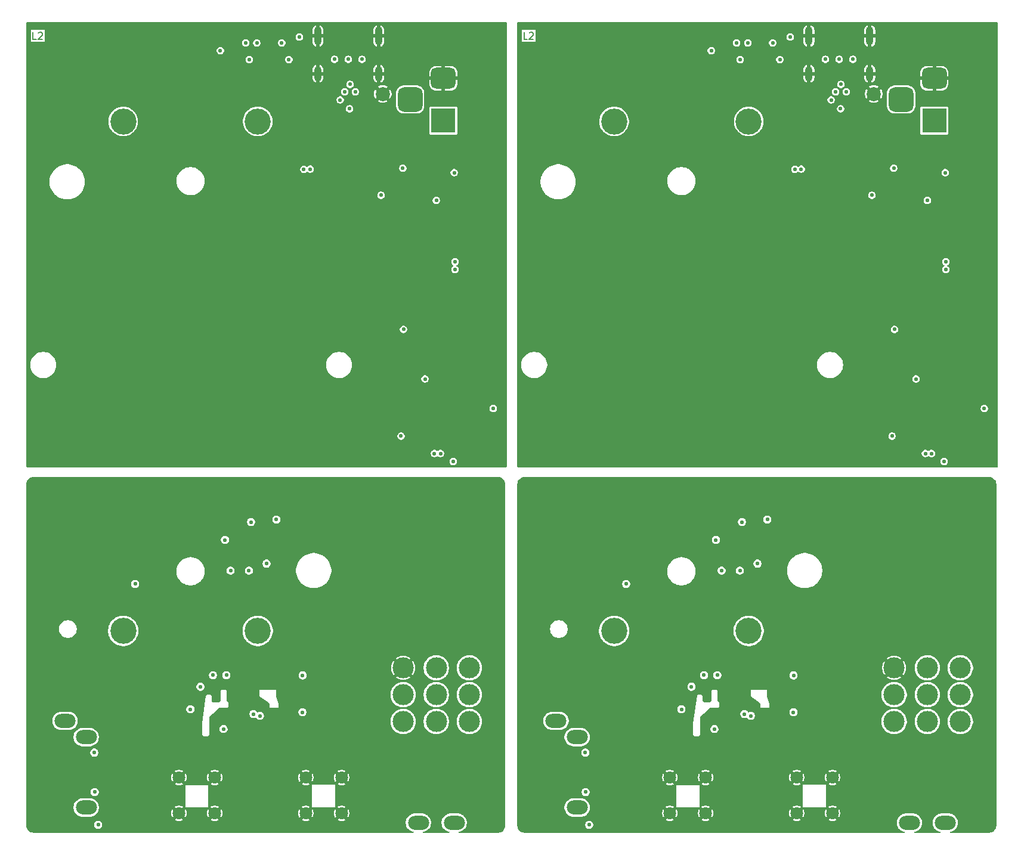
<source format=gbr>
%TF.GenerationSoftware,KiCad,Pcbnew,9.0.2+dfsg-1*%
%TF.CreationDate,2025-07-12T21:44:10+01:00*%
%TF.ProjectId,low-noise-power-probe-panel,6c6f772d-6e6f-4697-9365-2d706f776572,rev?*%
%TF.SameCoordinates,Original*%
%TF.FileFunction,Copper,L2,Inr*%
%TF.FilePolarity,Positive*%
%FSLAX46Y46*%
G04 Gerber Fmt 4.6, Leading zero omitted, Abs format (unit mm)*
G04 Created by KiCad (PCBNEW 9.0.2+dfsg-1) date 2025-07-12 21:44:10*
%MOMM*%
%LPD*%
G01*
G04 APERTURE LIST*
G04 Aperture macros list*
%AMRoundRect*
0 Rectangle with rounded corners*
0 $1 Rounding radius*
0 $2 $3 $4 $5 $6 $7 $8 $9 X,Y pos of 4 corners*
0 Add a 4 corners polygon primitive as box body*
4,1,4,$2,$3,$4,$5,$6,$7,$8,$9,$2,$3,0*
0 Add four circle primitives for the rounded corners*
1,1,$1+$1,$2,$3*
1,1,$1+$1,$4,$5*
1,1,$1+$1,$6,$7*
1,1,$1+$1,$8,$9*
0 Add four rect primitives between the rounded corners*
20,1,$1+$1,$2,$3,$4,$5,0*
20,1,$1+$1,$4,$5,$6,$7,0*
20,1,$1+$1,$6,$7,$8,$9,0*
20,1,$1+$1,$8,$9,$2,$3,0*%
G04 Aperture macros list end*
%ADD10C,0.150000*%
%TA.AperFunction,NonConductor*%
%ADD11C,0.150000*%
%TD*%
%TA.AperFunction,ComponentPad*%
%ADD12C,1.800000*%
%TD*%
%TA.AperFunction,ComponentPad*%
%ADD13C,3.700000*%
%TD*%
%TA.AperFunction,ComponentPad*%
%ADD14O,1.100000X2.100000*%
%TD*%
%TA.AperFunction,ComponentPad*%
%ADD15O,1.100000X2.600000*%
%TD*%
%TA.AperFunction,ComponentPad*%
%ADD16O,3.000000X2.000000*%
%TD*%
%TA.AperFunction,ComponentPad*%
%ADD17C,3.000000*%
%TD*%
%TA.AperFunction,ComponentPad*%
%ADD18R,3.500000X3.500000*%
%TD*%
%TA.AperFunction,ComponentPad*%
%ADD19RoundRect,0.750000X-1.000000X0.750000X-1.000000X-0.750000X1.000000X-0.750000X1.000000X0.750000X0*%
%TD*%
%TA.AperFunction,ComponentPad*%
%ADD20RoundRect,0.875000X-0.875000X0.875000X-0.875000X-0.875000X0.875000X-0.875000X0.875000X0.875000X0*%
%TD*%
%TA.AperFunction,ComponentPad*%
%ADD21C,2.000000*%
%TD*%
%TA.AperFunction,ViaPad*%
%ADD22C,0.550000*%
%TD*%
G04 APERTURE END LIST*
D10*
D11*
X211733333Y-27254819D02*
X211257143Y-27254819D01*
X211257143Y-27254819D02*
X211257143Y-26254819D01*
X212019048Y-26350057D02*
X212066667Y-26302438D01*
X212066667Y-26302438D02*
X212161905Y-26254819D01*
X212161905Y-26254819D02*
X212400000Y-26254819D01*
X212400000Y-26254819D02*
X212495238Y-26302438D01*
X212495238Y-26302438D02*
X212542857Y-26350057D01*
X212542857Y-26350057D02*
X212590476Y-26445295D01*
X212590476Y-26445295D02*
X212590476Y-26540533D01*
X212590476Y-26540533D02*
X212542857Y-26683390D01*
X212542857Y-26683390D02*
X211971429Y-27254819D01*
X211971429Y-27254819D02*
X212590476Y-27254819D01*
D10*
D11*
X142033333Y-27254819D02*
X141557143Y-27254819D01*
X141557143Y-27254819D02*
X141557143Y-26254819D01*
X142319048Y-26350057D02*
X142366667Y-26302438D01*
X142366667Y-26302438D02*
X142461905Y-26254819D01*
X142461905Y-26254819D02*
X142700000Y-26254819D01*
X142700000Y-26254819D02*
X142795238Y-26302438D01*
X142795238Y-26302438D02*
X142842857Y-26350057D01*
X142842857Y-26350057D02*
X142890476Y-26445295D01*
X142890476Y-26445295D02*
X142890476Y-26540533D01*
X142890476Y-26540533D02*
X142842857Y-26683390D01*
X142842857Y-26683390D02*
X142271429Y-27254819D01*
X142271429Y-27254819D02*
X142890476Y-27254819D01*
D12*
%TO.N,Board_0-/PROBE_VGND*%
%TO.C,J2*%
X185340000Y-137165000D03*
X185340000Y-132085000D03*
X180260000Y-137165000D03*
X180260000Y-132085000D03*
%TD*%
D13*
%TO.N,Board_0-Net-(BT1A-+)*%
%TO.C,BT1*%
X154350000Y-111250000D03*
%TO.N,Board_0-/MID_BAT_D*%
X154350000Y-38900000D03*
%TO.N,Board_0-/-V_BAT_D*%
X173450000Y-111250000D03*
%TO.N,Board_0-Net-(BT1B-+)*%
X173450000Y-38900000D03*
%TD*%
D12*
%TO.N,Board_1-/PROBE_VGND*%
%TO.C,J1*%
X237040000Y-137165000D03*
X237040000Y-132085000D03*
X231960000Y-137165000D03*
X231960000Y-132085000D03*
%TD*%
D14*
%TO.N,Board_0-/USB_VGND*%
%TO.C,J4*%
X190629483Y-32125000D03*
D15*
X190629483Y-26765000D03*
D14*
X181989483Y-32125000D03*
D15*
X181989483Y-26765000D03*
%TD*%
D16*
%TO.N,Board_1-Net-(R16-Pad2)*%
%TO.C,RV1*%
X218800000Y-136325000D03*
%TO.N,Board_1-Net-(R25-Pad1)*%
X215800000Y-124025000D03*
%TO.N,Board_1-Net-(R17-Pad1)*%
X218800000Y-126325000D03*
%TD*%
D12*
%TO.N,Board_1-/PROBE_VGND*%
%TO.C,J2*%
X255040000Y-137165000D03*
X255040000Y-132085000D03*
X249960000Y-137165000D03*
X249960000Y-132085000D03*
%TD*%
D13*
%TO.N,Board_1-Net-(BT1A-+)*%
%TO.C,BT1*%
X224050000Y-111250000D03*
%TO.N,Board_1-/MID_BAT_D*%
X224050000Y-38900000D03*
%TO.N,Board_1-/-V_BAT_D*%
X243150000Y-111250000D03*
%TO.N,Board_1-Net-(BT1B-+)*%
X243150000Y-38900000D03*
%TD*%
D14*
%TO.N,Board_1-/USB_VGND*%
%TO.C,J4*%
X260329483Y-32125000D03*
D15*
X260329483Y-26765000D03*
D14*
X251689483Y-32125000D03*
D15*
X251689483Y-26765000D03*
%TD*%
D17*
%TO.N,Board_1-/+V_BATCHG*%
%TO.C,SW1*%
X273200000Y-124120000D03*
%TO.N,Board_1-/+V_BAT_D*%
X268500000Y-124120000D03*
%TO.N,Board_1-/+V_BAT*%
X263800000Y-124120000D03*
%TO.N,Board_1-/USB_VGND*%
X273200000Y-120310000D03*
%TO.N,Board_1-/-V_BAT_L*%
X268500000Y-120310000D03*
%TO.N,Board_1-/-V_BAT*%
X263800000Y-120310000D03*
%TO.N,Board_1-/MID_BATCHG*%
X273200000Y-116500000D03*
%TO.N,Board_1-/MID_BAT_D*%
X268500000Y-116500000D03*
%TO.N,Board_1-/PROBE_VGND*%
X263800000Y-116500000D03*
D16*
%TO.N,N/C*%
X265960000Y-138470000D03*
X271040000Y-138470000D03*
%TD*%
D17*
%TO.N,Board_0-/+V_BATCHG*%
%TO.C,SW1*%
X203500000Y-124120000D03*
%TO.N,Board_0-/+V_BAT_D*%
X198800000Y-124120000D03*
%TO.N,Board_0-/+V_BAT*%
X194100000Y-124120000D03*
%TO.N,Board_0-/USB_VGND*%
X203500000Y-120310000D03*
%TO.N,Board_0-/-V_BAT_L*%
X198800000Y-120310000D03*
%TO.N,Board_0-/-V_BAT*%
X194100000Y-120310000D03*
%TO.N,Board_0-/MID_BATCHG*%
X203500000Y-116500000D03*
%TO.N,Board_0-/MID_BAT_D*%
X198800000Y-116500000D03*
%TO.N,Board_0-/PROBE_VGND*%
X194100000Y-116500000D03*
D16*
%TO.N,N/C*%
X196260000Y-138470000D03*
X201340000Y-138470000D03*
%TD*%
%TO.N,Board_0-Net-(R16-Pad2)*%
%TO.C,RV1*%
X149100000Y-136325000D03*
%TO.N,Board_0-Net-(R25-Pad1)*%
X146100000Y-124025000D03*
%TO.N,Board_0-Net-(R17-Pad1)*%
X149100000Y-126325000D03*
%TD*%
D18*
%TO.N,Board_1-Net-(F1-Pad1)*%
%TO.C,J3*%
X269500000Y-38775000D03*
D19*
%TO.N,Board_1-/USB_VGND*%
X269500000Y-32775000D03*
D20*
%TO.N,Board_1-unconnected-(J3-Pad3)*%
X264800000Y-35775000D03*
%TD*%
D18*
%TO.N,Board_0-Net-(F1-Pad1)*%
%TO.C,J3*%
X199800000Y-38775000D03*
D19*
%TO.N,Board_0-/USB_VGND*%
X199800000Y-32775000D03*
D20*
%TO.N,Board_0-unconnected-(J3-Pad3)*%
X195100000Y-35775000D03*
%TD*%
D12*
%TO.N,Board_0-/PROBE_VGND*%
%TO.C,J1*%
X167340000Y-137165000D03*
X167340000Y-132085000D03*
X162260000Y-137165000D03*
X162260000Y-132085000D03*
%TD*%
D21*
%TO.N,Board_0-/USB_VGND*%
%TO.C,TP21*%
X191200000Y-35000000D03*
%TD*%
%TO.N,Board_1-/USB_VGND*%
%TO.C,TP21*%
X260900000Y-35000000D03*
%TD*%
D22*
%TO.N,Board_0-+2V5*%
X173763644Y-123299233D03*
X168590000Y-125175000D03*
X150250000Y-128525000D03*
%TO.N,Board_0--2V5*%
X179800000Y-122795000D03*
X150300000Y-134125000D03*
X172836356Y-123050767D03*
%TO.N,Board_0-/+V_BAT*%
X167100000Y-117537500D03*
X169000000Y-117537500D03*
%TO.N,Board_0-/+V_BATCHG*%
X201200000Y-87175000D03*
X193800000Y-83575000D03*
%TO.N,Board_0-/+V_BAT_D*%
X172200000Y-102685000D03*
X156050000Y-104575000D03*
%TO.N,Board_0-/-V_BAT*%
X179825000Y-117562500D03*
%TO.N,Board_0-/-V_BAT_L*%
X176090000Y-95425000D03*
X168800000Y-98325000D03*
%TO.N,Board_0-/CHARGE_STAT*%
X177875000Y-30100000D03*
X180000000Y-45700000D03*
%TO.N,Board_0-/MID_BATCHG*%
X206900000Y-79675000D03*
%TO.N,Board_0-/MID_BAT_D*%
X169600000Y-102685000D03*
%TO.N,Board_0-/PROBE_VGND*%
X207400000Y-96825000D03*
X156600000Y-132950000D03*
X142800000Y-106825000D03*
X198000000Y-111275000D03*
X178065476Y-91825000D03*
X187200000Y-117075000D03*
X159850000Y-130300000D03*
X147100000Y-132625000D03*
X194700000Y-130325000D03*
X198065476Y-106825000D03*
X173065476Y-91825000D03*
X173450000Y-130300000D03*
X203065476Y-136475000D03*
X148065476Y-106825000D03*
X173450000Y-135750000D03*
X183065476Y-96825000D03*
X172600000Y-117818413D03*
X188000000Y-111225000D03*
X169984524Y-135775000D03*
X169984524Y-138700000D03*
X142800000Y-101825000D03*
X207400000Y-111825000D03*
X153065476Y-96825000D03*
X191050000Y-130300000D03*
X188065476Y-91825000D03*
X163065476Y-96825000D03*
X163050000Y-111775000D03*
X173450000Y-132950000D03*
X172800000Y-125155000D03*
X191500000Y-125125000D03*
X170837500Y-121825000D03*
X156550000Y-122325000D03*
X198065476Y-101825000D03*
X203065476Y-96825000D03*
X142800000Y-111825000D03*
X153065476Y-91825000D03*
X142800000Y-91825000D03*
X183065476Y-91825000D03*
X193065476Y-106825000D03*
X188065476Y-96825000D03*
X159850000Y-132950000D03*
X187634524Y-135775000D03*
X173450000Y-138675000D03*
X163065476Y-91825000D03*
X145800000Y-135775000D03*
X142750000Y-123700000D03*
X191500000Y-122825000D03*
X207400000Y-101825000D03*
X178037500Y-121825000D03*
X145800000Y-119125000D03*
X145800000Y-114775000D03*
X169550000Y-125175000D03*
X177100000Y-132975000D03*
X192100000Y-111225000D03*
X205800000Y-134500000D03*
X176710000Y-125175000D03*
X177100000Y-138700000D03*
X148065476Y-91825000D03*
X169984524Y-132975000D03*
X207400000Y-126825000D03*
X182400000Y-125575000D03*
X168050000Y-117537500D03*
X179800000Y-123755000D03*
X177100000Y-135775000D03*
X203065476Y-106825000D03*
X198065476Y-91825000D03*
X151500000Y-122875000D03*
X181900000Y-117500000D03*
X158050000Y-111775000D03*
X150800000Y-114775000D03*
X197700000Y-136900000D03*
X188065476Y-101825000D03*
X158065476Y-96825000D03*
X142750000Y-138700000D03*
X148065476Y-101825000D03*
X156600000Y-135750000D03*
X207400000Y-136825000D03*
X158300000Y-118750000D03*
X193065476Y-91825000D03*
X158065476Y-91825000D03*
X188065476Y-106775000D03*
X170000000Y-130325000D03*
X163000000Y-116575000D03*
X150775000Y-130475000D03*
X169050000Y-114375000D03*
X177100000Y-130325000D03*
X203065476Y-101825000D03*
X156600000Y-138675000D03*
X178050000Y-111775000D03*
X187634524Y-132975000D03*
X148065476Y-96825000D03*
X181900000Y-115625000D03*
X187650000Y-130325000D03*
X207400000Y-91825000D03*
X159850000Y-135750000D03*
X148700000Y-122875000D03*
X187634524Y-138700000D03*
X182000000Y-124375000D03*
X142750000Y-128700000D03*
X191050000Y-132950000D03*
X158000000Y-116575000D03*
X200600000Y-131100000D03*
X168050000Y-111775000D03*
X203065476Y-91825000D03*
X182000000Y-123175000D03*
X153065476Y-101825000D03*
X177950000Y-117825000D03*
X177875000Y-114375000D03*
X204800000Y-126700000D03*
X191050000Y-135750000D03*
X201200000Y-125700000D03*
X193065476Y-96825000D03*
X177945000Y-115975000D03*
X174800000Y-117825000D03*
X158065476Y-101825000D03*
X191800000Y-127525000D03*
X168065476Y-91825000D03*
X142800000Y-96825000D03*
X200400000Y-136550000D03*
X191800000Y-119325000D03*
X207400000Y-106825000D03*
X198065476Y-96825000D03*
X183050000Y-106775000D03*
X194700000Y-135775000D03*
X191050000Y-138675000D03*
X194700000Y-132975000D03*
X163725439Y-120775000D03*
X153550000Y-129025000D03*
X202800000Y-131100000D03*
X159850000Y-138675000D03*
X150800000Y-119125000D03*
X148065476Y-111825000D03*
X193065476Y-101825000D03*
%TO.N,Board_0-/USB_CC1*%
X187300000Y-34675000D03*
X186500000Y-37100000D03*
%TO.N,Board_0-/USB_CC2*%
X184350000Y-30075004D03*
X185150000Y-35850000D03*
%TO.N,Board_0-/USB_D+*%
X186299994Y-30075000D03*
X186546037Y-33621037D03*
%TO.N,Board_0-/USB_D-*%
X185800000Y-34675000D03*
X188250000Y-30075000D03*
%TO.N,Board_0-/USB_VBUS*%
X168145000Y-28830000D03*
X172250000Y-30125000D03*
X194050000Y-45545000D03*
%TO.N,Board_0-/USB_VGND*%
X173065476Y-61825000D03*
X148065476Y-41825000D03*
X187800000Y-46950000D03*
X153065476Y-56825000D03*
X207400000Y-36825000D03*
X183300000Y-33450000D03*
X148065476Y-86825000D03*
X205300000Y-85400000D03*
X193200000Y-79700000D03*
X168065476Y-51825000D03*
X173065476Y-76825000D03*
X190250000Y-30400000D03*
X142800000Y-31825000D03*
X207400000Y-31825000D03*
X163065476Y-66825000D03*
X163065476Y-81825000D03*
X197200000Y-31375000D03*
X148065476Y-61825000D03*
X168065476Y-41825000D03*
X178065476Y-86825000D03*
X142800000Y-56825000D03*
X142800000Y-61825000D03*
X178065476Y-71825000D03*
X142800000Y-66825000D03*
X173065476Y-71825000D03*
X207400000Y-26825000D03*
X189300000Y-33400000D03*
X194950000Y-53100000D03*
X153065476Y-86825000D03*
X153065476Y-66825000D03*
X168065476Y-81825000D03*
X203065476Y-56825000D03*
X194600000Y-82500000D03*
X158065476Y-61825000D03*
X188065476Y-86825000D03*
X148065476Y-71825000D03*
X153065476Y-26825000D03*
X142800000Y-46825000D03*
X173065476Y-46825000D03*
X158065476Y-71825000D03*
X168065476Y-61825000D03*
X168065476Y-66825000D03*
X192400000Y-74600000D03*
X173065476Y-86825000D03*
X178065476Y-51825000D03*
X168065476Y-71825000D03*
X198065476Y-26825000D03*
X153065476Y-61825000D03*
X192400000Y-71600000D03*
X153065476Y-46825000D03*
X148065476Y-26825000D03*
X163065476Y-76825000D03*
X142800000Y-36825000D03*
X153065476Y-71825000D03*
X142800000Y-41825000D03*
X193065476Y-31825000D03*
X158065476Y-51825000D03*
X158065476Y-46825000D03*
X207400000Y-61825000D03*
X198065476Y-56825000D03*
X163065476Y-71825000D03*
X188065476Y-56825000D03*
X158065476Y-81825000D03*
X203065476Y-31825000D03*
X158065476Y-56825000D03*
X158065476Y-86825000D03*
X197400000Y-84850000D03*
X207400000Y-66825000D03*
X168065476Y-76825000D03*
X203065476Y-26825000D03*
X190200000Y-79600000D03*
X163065476Y-41825000D03*
X178065476Y-81825000D03*
X163065476Y-56825000D03*
X163065476Y-86825000D03*
X207400000Y-42800000D03*
X153065476Y-31825000D03*
X163065476Y-51825000D03*
X163065476Y-61825000D03*
X178065476Y-61825000D03*
X186800000Y-52100000D03*
X188065476Y-76825000D03*
X183065476Y-81825000D03*
X173065476Y-51825000D03*
X172100000Y-41825000D03*
X183065476Y-66825000D03*
X183065476Y-71825000D03*
X188065476Y-71825000D03*
X183065476Y-61825000D03*
X158065476Y-76825000D03*
X148065476Y-66825000D03*
X158065476Y-66825000D03*
X148065476Y-76825000D03*
X178065476Y-56825000D03*
X203065476Y-36825000D03*
X178065476Y-66825000D03*
X193065476Y-26825000D03*
X153065476Y-51825000D03*
X193065476Y-56825000D03*
X142800000Y-76825000D03*
X183065476Y-86825000D03*
X142800000Y-51825000D03*
X178065476Y-76825000D03*
X183065476Y-76825000D03*
X148065476Y-56825000D03*
X168065476Y-56825000D03*
X168065476Y-86825000D03*
X207400000Y-51825000D03*
X148065476Y-31825000D03*
X173065476Y-56825000D03*
X153065476Y-81825000D03*
X142800000Y-86825000D03*
X153065476Y-41825000D03*
X153065476Y-76825000D03*
X183065476Y-41825000D03*
X183065476Y-46825000D03*
X148065476Y-36825000D03*
X142800000Y-81825000D03*
X158065476Y-41825000D03*
X193065476Y-76825000D03*
X182150000Y-30400000D03*
X148065476Y-51825000D03*
X148065476Y-81825000D03*
X173065476Y-66825000D03*
X183065476Y-36825000D03*
X207400000Y-46825000D03*
X198700000Y-35775000D03*
X188065476Y-81825000D03*
X173065476Y-81825000D03*
X188065476Y-66825000D03*
%TO.N,Board_0-/V_UNREG*%
X201450000Y-58825000D03*
X201450000Y-59925000D03*
X180900000Y-45675000D03*
X179350000Y-26925000D03*
X198530000Y-86050000D03*
X197200000Y-75475000D03*
X194153341Y-68431867D03*
X199400000Y-86050000D03*
%TO.N,Board_0-Net-(D1-A)*%
X173320000Y-27755000D03*
%TO.N,Board_0-Net-(D1-K)*%
X171750000Y-27745000D03*
%TO.N,Board_0-Net-(D15-A)*%
X201350000Y-46175000D03*
%TO.N,Board_0-Net-(D3-A)*%
X150800000Y-138775000D03*
X165325000Y-119175000D03*
%TO.N,Board_0-Net-(D5-K)*%
X176860000Y-27735000D03*
%TO.N,Board_0-Net-(Q2-G)*%
X172500000Y-95785000D03*
X174700000Y-101685000D03*
%TO.N,Board_0-Net-(R25-Pad1)*%
X163896500Y-122375000D03*
%TO.N,Board_0-Net-(U6-GATE)*%
X198800000Y-50125000D03*
X190950000Y-49375000D03*
%TO.N,Board_1-+2V5*%
X243463644Y-123299233D03*
X238290000Y-125175000D03*
X219950000Y-128525000D03*
%TO.N,Board_1--2V5*%
X249500000Y-122795000D03*
X242536356Y-123050767D03*
X220000000Y-134125000D03*
%TO.N,Board_1-/+V_BAT*%
X238700000Y-117537500D03*
X236800000Y-117537500D03*
%TO.N,Board_1-/+V_BATCHG*%
X270900000Y-87175000D03*
X263500000Y-83575000D03*
%TO.N,Board_1-/+V_BAT_D*%
X241900000Y-102685000D03*
X225750000Y-104575000D03*
%TO.N,Board_1-/-V_BAT*%
X249525000Y-117562500D03*
%TO.N,Board_1-/-V_BAT_L*%
X245790000Y-95425000D03*
X238500000Y-98325000D03*
%TO.N,Board_1-/CHARGE_STAT*%
X247575000Y-30100000D03*
X249700000Y-45700000D03*
%TO.N,Board_1-/MID_BATCHG*%
X276600000Y-79675000D03*
%TO.N,Board_1-/MID_BAT_D*%
X239300000Y-102685000D03*
%TO.N,Board_1-/PROBE_VGND*%
X264400000Y-132975000D03*
X217765476Y-91825000D03*
X247650000Y-117825000D03*
X247737500Y-121825000D03*
X229550000Y-138675000D03*
X270300000Y-131100000D03*
X232765476Y-96825000D03*
X242300000Y-117818413D03*
X239700000Y-130325000D03*
X239684524Y-138700000D03*
X239684524Y-132975000D03*
X237750000Y-117537500D03*
X217765476Y-111825000D03*
X223250000Y-129025000D03*
X229550000Y-135750000D03*
X215500000Y-119125000D03*
X256900000Y-117075000D03*
X261200000Y-122825000D03*
X227700000Y-116575000D03*
X212450000Y-128700000D03*
X247765476Y-91825000D03*
X226300000Y-132950000D03*
X220500000Y-114775000D03*
X217765476Y-96825000D03*
X264400000Y-130325000D03*
X246800000Y-138700000D03*
X252750000Y-106775000D03*
X217765476Y-101825000D03*
X260750000Y-132950000D03*
X272500000Y-131100000D03*
X267765476Y-106825000D03*
X226250000Y-122325000D03*
X267765476Y-101825000D03*
X277100000Y-101825000D03*
X257700000Y-111225000D03*
X220500000Y-119125000D03*
X252765476Y-91825000D03*
X226300000Y-138675000D03*
X212500000Y-111825000D03*
X270900000Y-125700000D03*
X246800000Y-130325000D03*
X272765476Y-106825000D03*
X212500000Y-96825000D03*
X262765476Y-96825000D03*
X216800000Y-132625000D03*
X232700000Y-116575000D03*
X239684524Y-135775000D03*
X246800000Y-132975000D03*
X277100000Y-106825000D03*
X243150000Y-130300000D03*
X229550000Y-130300000D03*
X277100000Y-96825000D03*
X239250000Y-125175000D03*
X238750000Y-114375000D03*
X232750000Y-111775000D03*
X246800000Y-135775000D03*
X264400000Y-135775000D03*
X243150000Y-135750000D03*
X242765476Y-91825000D03*
X242500000Y-125155000D03*
X215500000Y-114775000D03*
X277100000Y-126825000D03*
X262765476Y-106825000D03*
X257334524Y-138700000D03*
X257765476Y-96825000D03*
X257334524Y-132975000D03*
X260750000Y-138675000D03*
X247750000Y-111775000D03*
X212500000Y-106825000D03*
X228000000Y-118750000D03*
X267400000Y-136900000D03*
X272765476Y-136475000D03*
X237765476Y-91825000D03*
X243150000Y-138675000D03*
X267700000Y-111275000D03*
X257765476Y-101825000D03*
X272765476Y-101825000D03*
X261800000Y-111225000D03*
X240537500Y-121825000D03*
X247575000Y-114375000D03*
X226300000Y-135750000D03*
X260750000Y-130300000D03*
X218400000Y-122875000D03*
X262765476Y-101825000D03*
X221200000Y-122875000D03*
X249500000Y-123755000D03*
X232765476Y-91825000D03*
X237750000Y-111775000D03*
X270100000Y-136550000D03*
X212450000Y-138700000D03*
X262765476Y-91825000D03*
X217765476Y-106825000D03*
X261200000Y-125125000D03*
X257765476Y-106775000D03*
X227750000Y-111775000D03*
X227765476Y-91825000D03*
X251600000Y-117500000D03*
X227765476Y-101825000D03*
X251700000Y-124375000D03*
X246410000Y-125175000D03*
X227765476Y-96825000D03*
X251600000Y-115625000D03*
X243150000Y-132950000D03*
X274500000Y-126700000D03*
X222765476Y-96825000D03*
X260750000Y-135750000D03*
X215500000Y-135775000D03*
X277100000Y-136825000D03*
X257334524Y-135775000D03*
X272765476Y-91825000D03*
X220475000Y-130475000D03*
X277100000Y-91825000D03*
X212500000Y-101825000D03*
X257765476Y-91825000D03*
X229550000Y-132950000D03*
X247645000Y-115975000D03*
X212500000Y-91825000D03*
X252100000Y-125575000D03*
X272765476Y-96825000D03*
X261500000Y-127525000D03*
X212450000Y-123700000D03*
X252765476Y-96825000D03*
X267765476Y-91825000D03*
X222765476Y-91825000D03*
X244500000Y-117825000D03*
X233425439Y-120775000D03*
X261500000Y-119325000D03*
X275500000Y-134500000D03*
X277100000Y-111825000D03*
X267765476Y-96825000D03*
X257350000Y-130325000D03*
X222765476Y-101825000D03*
X251700000Y-123175000D03*
%TO.N,Board_1-/USB_CC1*%
X256200000Y-37100000D03*
X257000000Y-34675000D03*
%TO.N,Board_1-/USB_CC2*%
X254850000Y-35850000D03*
X254050000Y-30075004D03*
%TO.N,Board_1-/USB_D+*%
X256246037Y-33621037D03*
X255999994Y-30075000D03*
%TO.N,Board_1-/USB_D-*%
X257950000Y-30075000D03*
X255500000Y-34675000D03*
%TO.N,Board_1-/USB_VBUS*%
X241950000Y-30125000D03*
X263750000Y-45545000D03*
X237845000Y-28830000D03*
%TO.N,Board_1-/USB_VGND*%
X264650000Y-53100000D03*
X212500000Y-81825000D03*
X222765476Y-61825000D03*
X217765476Y-66825000D03*
X252765476Y-46825000D03*
X247765476Y-56825000D03*
X217765476Y-81825000D03*
X277100000Y-31825000D03*
X237765476Y-71825000D03*
X237765476Y-56825000D03*
X227765476Y-41825000D03*
X237765476Y-76825000D03*
X262765476Y-26825000D03*
X222765476Y-56825000D03*
X212500000Y-66825000D03*
X272765476Y-56825000D03*
X262100000Y-71600000D03*
X241800000Y-41825000D03*
X217765476Y-86825000D03*
X252765476Y-86825000D03*
X257500000Y-46950000D03*
X272765476Y-31825000D03*
X227765476Y-66825000D03*
X217765476Y-71825000D03*
X277100000Y-36825000D03*
X242765476Y-61825000D03*
X227765476Y-71825000D03*
X227765476Y-51825000D03*
X222765476Y-71825000D03*
X232765476Y-71825000D03*
X217765476Y-61825000D03*
X257765476Y-66825000D03*
X277100000Y-66825000D03*
X275000000Y-85400000D03*
X222765476Y-41825000D03*
X262765476Y-31825000D03*
X247765476Y-81825000D03*
X242765476Y-86825000D03*
X227765476Y-76825000D03*
X222765476Y-31825000D03*
X212500000Y-51825000D03*
X222765476Y-86825000D03*
X259000000Y-33400000D03*
X251850000Y-30400000D03*
X237765476Y-86825000D03*
X252765476Y-81825000D03*
X267765476Y-56825000D03*
X227765476Y-61825000D03*
X212500000Y-56825000D03*
X227765476Y-56825000D03*
X252765476Y-66825000D03*
X262100000Y-74600000D03*
X212500000Y-36825000D03*
X247765476Y-86825000D03*
X227765476Y-81825000D03*
X257765476Y-81825000D03*
X222765476Y-76825000D03*
X232765476Y-61825000D03*
X252765476Y-61825000D03*
X256500000Y-52100000D03*
X237765476Y-81825000D03*
X232765476Y-66825000D03*
X247765476Y-51825000D03*
X247765476Y-71825000D03*
X277100000Y-51825000D03*
X277100000Y-26825000D03*
X217765476Y-41825000D03*
X266900000Y-31375000D03*
X242765476Y-66825000D03*
X267100000Y-84850000D03*
X257765476Y-86825000D03*
X222765476Y-46825000D03*
X232765476Y-41825000D03*
X212500000Y-86825000D03*
X259950000Y-30400000D03*
X277100000Y-46825000D03*
X217765476Y-26825000D03*
X242765476Y-46825000D03*
X257765476Y-76825000D03*
X272765476Y-26825000D03*
X242765476Y-76825000D03*
X252765476Y-36825000D03*
X247765476Y-61825000D03*
X242765476Y-56825000D03*
X212500000Y-41825000D03*
X217765476Y-76825000D03*
X264300000Y-82500000D03*
X217765476Y-56825000D03*
X277100000Y-42800000D03*
X222765476Y-81825000D03*
X259900000Y-79600000D03*
X247765476Y-66825000D03*
X222765476Y-51825000D03*
X262900000Y-79700000D03*
X257765476Y-56825000D03*
X277100000Y-61825000D03*
X212500000Y-76825000D03*
X242765476Y-71825000D03*
X232765476Y-51825000D03*
X237765476Y-41825000D03*
X267765476Y-26825000D03*
X237765476Y-66825000D03*
X232765476Y-76825000D03*
X217765476Y-51825000D03*
X242765476Y-51825000D03*
X237765476Y-51825000D03*
X253000000Y-33450000D03*
X262765476Y-56825000D03*
X262765476Y-76825000D03*
X227765476Y-86825000D03*
X217765476Y-36825000D03*
X272765476Y-36825000D03*
X212500000Y-61825000D03*
X252765476Y-76825000D03*
X222765476Y-26825000D03*
X222765476Y-66825000D03*
X212500000Y-31825000D03*
X247765476Y-76825000D03*
X227765476Y-46825000D03*
X268400000Y-35775000D03*
X212500000Y-46825000D03*
X232765476Y-56825000D03*
X242765476Y-81825000D03*
X257765476Y-71825000D03*
X237765476Y-61825000D03*
X252765476Y-71825000D03*
X232765476Y-81825000D03*
X217765476Y-31825000D03*
X252765476Y-41825000D03*
X232765476Y-86825000D03*
%TO.N,Board_1-/V_UNREG*%
X271150000Y-59925000D03*
X269100000Y-86050000D03*
X249050000Y-26925000D03*
X250600000Y-45675000D03*
X271150000Y-58825000D03*
X268230000Y-86050000D03*
X266900000Y-75475000D03*
X263853341Y-68431867D03*
%TO.N,Board_1-Net-(D1-A)*%
X243020000Y-27755000D03*
%TO.N,Board_1-Net-(D1-K)*%
X241450000Y-27745000D03*
%TO.N,Board_1-Net-(D15-A)*%
X271050000Y-46175000D03*
%TO.N,Board_1-Net-(D3-A)*%
X220500000Y-138775000D03*
X235025000Y-119175000D03*
%TO.N,Board_1-Net-(D5-K)*%
X246560000Y-27735000D03*
%TO.N,Board_1-Net-(Q2-G)*%
X242200000Y-95785000D03*
X244400000Y-101685000D03*
%TO.N,Board_1-Net-(R25-Pad1)*%
X233596500Y-122375000D03*
%TO.N,Board_1-Net-(U6-GATE)*%
X268500000Y-50125000D03*
X260650000Y-49375000D03*
%TD*%
%TA.AperFunction,Conductor*%
%TO.N,Board_1-/USB_VGND*%
G36*
X278459191Y-24818907D02*
G01*
X278495155Y-24868407D01*
X278500000Y-24899000D01*
X278500000Y-87901000D01*
X278481093Y-87959191D01*
X278431593Y-87995155D01*
X278401000Y-88000000D01*
X210399000Y-88000000D01*
X210340809Y-87981093D01*
X210304845Y-87931593D01*
X210300000Y-87901000D01*
X210300000Y-87105817D01*
X270374500Y-87105817D01*
X270374500Y-87244183D01*
X270410312Y-87377836D01*
X270479495Y-87497665D01*
X270577335Y-87595505D01*
X270697164Y-87664688D01*
X270830817Y-87700500D01*
X270830819Y-87700500D01*
X270969181Y-87700500D01*
X270969183Y-87700500D01*
X271102836Y-87664688D01*
X271222665Y-87595505D01*
X271320505Y-87497665D01*
X271389688Y-87377836D01*
X271425500Y-87244183D01*
X271425500Y-87105817D01*
X271389688Y-86972164D01*
X271320505Y-86852335D01*
X271222665Y-86754495D01*
X271102836Y-86685312D01*
X270969183Y-86649500D01*
X270830817Y-86649500D01*
X270697164Y-86685312D01*
X270577335Y-86754495D01*
X270479495Y-86852335D01*
X270410312Y-86972164D01*
X270374500Y-87105817D01*
X210300000Y-87105817D01*
X210300000Y-85980817D01*
X267704500Y-85980817D01*
X267704500Y-86119183D01*
X267740312Y-86252836D01*
X267809495Y-86372665D01*
X267907335Y-86470505D01*
X268027164Y-86539688D01*
X268160817Y-86575500D01*
X268160819Y-86575500D01*
X268299181Y-86575500D01*
X268299183Y-86575500D01*
X268432836Y-86539688D01*
X268552665Y-86470505D01*
X268594998Y-86428171D01*
X268649513Y-86400396D01*
X268709945Y-86409967D01*
X268735000Y-86428170D01*
X268777335Y-86470505D01*
X268897164Y-86539688D01*
X269030817Y-86575500D01*
X269030819Y-86575500D01*
X269169181Y-86575500D01*
X269169183Y-86575500D01*
X269302836Y-86539688D01*
X269422665Y-86470505D01*
X269520505Y-86372665D01*
X269589688Y-86252836D01*
X269625500Y-86119183D01*
X269625500Y-85980817D01*
X269589688Y-85847164D01*
X269520505Y-85727335D01*
X269422665Y-85629495D01*
X269302836Y-85560312D01*
X269169183Y-85524500D01*
X269030817Y-85524500D01*
X268897164Y-85560312D01*
X268777335Y-85629495D01*
X268735001Y-85671828D01*
X268680487Y-85699604D01*
X268620055Y-85690033D01*
X268594999Y-85671829D01*
X268552665Y-85629495D01*
X268432836Y-85560312D01*
X268299183Y-85524500D01*
X268160817Y-85524500D01*
X268027164Y-85560312D01*
X267907335Y-85629495D01*
X267809495Y-85727335D01*
X267740312Y-85847164D01*
X267704500Y-85980817D01*
X210300000Y-85980817D01*
X210300000Y-83505817D01*
X262974500Y-83505817D01*
X262974500Y-83644183D01*
X263010312Y-83777836D01*
X263079495Y-83897665D01*
X263177335Y-83995505D01*
X263297164Y-84064688D01*
X263430817Y-84100500D01*
X263430819Y-84100500D01*
X263569181Y-84100500D01*
X263569183Y-84100500D01*
X263702836Y-84064688D01*
X263822665Y-83995505D01*
X263920505Y-83897665D01*
X263989688Y-83777836D01*
X264025500Y-83644183D01*
X264025500Y-83505817D01*
X263989688Y-83372164D01*
X263920505Y-83252335D01*
X263822665Y-83154495D01*
X263702836Y-83085312D01*
X263569183Y-83049500D01*
X263430817Y-83049500D01*
X263297164Y-83085312D01*
X263177335Y-83154495D01*
X263079495Y-83252335D01*
X263010312Y-83372164D01*
X262974500Y-83505817D01*
X210300000Y-83505817D01*
X210300000Y-79605817D01*
X276074500Y-79605817D01*
X276074500Y-79744183D01*
X276110312Y-79877836D01*
X276179495Y-79997665D01*
X276277335Y-80095505D01*
X276397164Y-80164688D01*
X276530817Y-80200500D01*
X276530819Y-80200500D01*
X276669181Y-80200500D01*
X276669183Y-80200500D01*
X276802836Y-80164688D01*
X276922665Y-80095505D01*
X277020505Y-79997665D01*
X277089688Y-79877836D01*
X277125500Y-79744183D01*
X277125500Y-79605817D01*
X277089688Y-79472164D01*
X277020505Y-79352335D01*
X276922665Y-79254495D01*
X276802836Y-79185312D01*
X276669183Y-79149500D01*
X276530817Y-79149500D01*
X276397164Y-79185312D01*
X276277335Y-79254495D01*
X276179495Y-79352335D01*
X276110312Y-79472164D01*
X276074500Y-79605817D01*
X210300000Y-79605817D01*
X210300000Y-75405817D01*
X266374500Y-75405817D01*
X266374500Y-75544183D01*
X266410312Y-75677836D01*
X266479495Y-75797665D01*
X266577335Y-75895505D01*
X266697164Y-75964688D01*
X266830817Y-76000500D01*
X266830819Y-76000500D01*
X266969181Y-76000500D01*
X266969183Y-76000500D01*
X267102836Y-75964688D01*
X267222665Y-75895505D01*
X267320505Y-75797665D01*
X267389688Y-75677836D01*
X267425500Y-75544183D01*
X267425500Y-75405817D01*
X267389688Y-75272164D01*
X267320505Y-75152335D01*
X267222665Y-75054495D01*
X267102836Y-74985312D01*
X266969183Y-74949500D01*
X266830817Y-74949500D01*
X266697164Y-74985312D01*
X266577335Y-75054495D01*
X266479495Y-75152335D01*
X266410312Y-75272164D01*
X266374500Y-75405817D01*
X210300000Y-75405817D01*
X210300000Y-73353710D01*
X210849500Y-73353710D01*
X210849500Y-73596289D01*
X210881161Y-73836781D01*
X210881161Y-73836786D01*
X210943944Y-74071092D01*
X210943948Y-74071105D01*
X211036772Y-74295204D01*
X211036774Y-74295208D01*
X211036776Y-74295212D01*
X211158064Y-74505289D01*
X211158066Y-74505292D01*
X211305729Y-74697731D01*
X211305731Y-74697733D01*
X211305735Y-74697738D01*
X211477262Y-74869265D01*
X211477266Y-74869268D01*
X211477268Y-74869270D01*
X211628498Y-74985312D01*
X211669711Y-75016936D01*
X211879788Y-75138224D01*
X212103900Y-75231054D01*
X212338211Y-75293838D01*
X212578712Y-75325500D01*
X212578713Y-75325500D01*
X212821287Y-75325500D01*
X212821288Y-75325500D01*
X213061789Y-75293838D01*
X213296100Y-75231054D01*
X213520212Y-75138224D01*
X213730289Y-75016936D01*
X213922738Y-74869265D01*
X214094265Y-74697738D01*
X214241936Y-74505289D01*
X214363224Y-74295212D01*
X214456054Y-74071100D01*
X214518838Y-73836789D01*
X214550500Y-73596288D01*
X214550500Y-73353712D01*
X214550500Y-73353710D01*
X252849500Y-73353710D01*
X252849500Y-73596289D01*
X252881161Y-73836781D01*
X252881161Y-73836786D01*
X252943944Y-74071092D01*
X252943948Y-74071105D01*
X253036772Y-74295204D01*
X253036774Y-74295208D01*
X253036776Y-74295212D01*
X253158064Y-74505289D01*
X253158066Y-74505292D01*
X253305729Y-74697731D01*
X253305731Y-74697733D01*
X253305735Y-74697738D01*
X253477262Y-74869265D01*
X253477266Y-74869268D01*
X253477268Y-74869270D01*
X253628498Y-74985312D01*
X253669711Y-75016936D01*
X253879788Y-75138224D01*
X254103900Y-75231054D01*
X254338211Y-75293838D01*
X254578712Y-75325500D01*
X254578713Y-75325500D01*
X254821287Y-75325500D01*
X254821288Y-75325500D01*
X255061789Y-75293838D01*
X255296100Y-75231054D01*
X255520212Y-75138224D01*
X255730289Y-75016936D01*
X255922738Y-74869265D01*
X256094265Y-74697738D01*
X256241936Y-74505289D01*
X256363224Y-74295212D01*
X256456054Y-74071100D01*
X256518838Y-73836789D01*
X256550500Y-73596288D01*
X256550500Y-73353712D01*
X256518838Y-73113211D01*
X256456054Y-72878900D01*
X256363224Y-72654788D01*
X256241936Y-72444711D01*
X256094265Y-72252262D01*
X255922738Y-72080735D01*
X255922733Y-72080731D01*
X255922731Y-72080729D01*
X255730292Y-71933066D01*
X255730289Y-71933064D01*
X255520212Y-71811776D01*
X255520208Y-71811774D01*
X255520204Y-71811772D01*
X255296105Y-71718948D01*
X255296104Y-71718947D01*
X255296100Y-71718946D01*
X255061789Y-71656162D01*
X255061786Y-71656161D01*
X255061784Y-71656161D01*
X254821289Y-71624500D01*
X254821288Y-71624500D01*
X254578712Y-71624500D01*
X254578710Y-71624500D01*
X254338218Y-71656161D01*
X254338213Y-71656161D01*
X254103907Y-71718944D01*
X254103894Y-71718948D01*
X253879795Y-71811772D01*
X253669707Y-71933066D01*
X253477268Y-72080729D01*
X253305729Y-72252268D01*
X253158066Y-72444707D01*
X253036772Y-72654795D01*
X252943948Y-72878894D01*
X252943944Y-72878907D01*
X252881161Y-73113213D01*
X252881161Y-73113218D01*
X252849500Y-73353710D01*
X214550500Y-73353710D01*
X214518838Y-73113211D01*
X214456054Y-72878900D01*
X214363224Y-72654788D01*
X214241936Y-72444711D01*
X214094265Y-72252262D01*
X213922738Y-72080735D01*
X213922733Y-72080731D01*
X213922731Y-72080729D01*
X213730292Y-71933066D01*
X213730289Y-71933064D01*
X213520212Y-71811776D01*
X213520208Y-71811774D01*
X213520204Y-71811772D01*
X213296105Y-71718948D01*
X213296104Y-71718947D01*
X213296100Y-71718946D01*
X213061789Y-71656162D01*
X213061786Y-71656161D01*
X213061784Y-71656161D01*
X212821289Y-71624500D01*
X212821288Y-71624500D01*
X212578712Y-71624500D01*
X212578710Y-71624500D01*
X212338218Y-71656161D01*
X212338213Y-71656161D01*
X212103907Y-71718944D01*
X212103894Y-71718948D01*
X211879795Y-71811772D01*
X211669707Y-71933066D01*
X211477268Y-72080729D01*
X211305729Y-72252268D01*
X211158066Y-72444707D01*
X211036772Y-72654795D01*
X210943948Y-72878894D01*
X210943944Y-72878907D01*
X210881161Y-73113213D01*
X210881161Y-73113218D01*
X210849500Y-73353710D01*
X210300000Y-73353710D01*
X210300000Y-68362684D01*
X263327841Y-68362684D01*
X263327841Y-68501050D01*
X263363653Y-68634703D01*
X263432836Y-68754532D01*
X263530676Y-68852372D01*
X263650505Y-68921555D01*
X263784158Y-68957367D01*
X263784160Y-68957367D01*
X263922522Y-68957367D01*
X263922524Y-68957367D01*
X264056177Y-68921555D01*
X264176006Y-68852372D01*
X264273846Y-68754532D01*
X264343029Y-68634703D01*
X264378841Y-68501050D01*
X264378841Y-68362684D01*
X264343029Y-68229031D01*
X264273846Y-68109202D01*
X264176006Y-68011362D01*
X264056177Y-67942179D01*
X263922524Y-67906367D01*
X263784158Y-67906367D01*
X263650505Y-67942179D01*
X263530676Y-68011362D01*
X263432836Y-68109202D01*
X263363653Y-68229031D01*
X263327841Y-68362684D01*
X210300000Y-68362684D01*
X210300000Y-58755817D01*
X270624500Y-58755817D01*
X270624500Y-58894183D01*
X270660312Y-59027836D01*
X270729495Y-59147665D01*
X270827335Y-59245505D01*
X270827337Y-59245506D01*
X270903127Y-59289264D01*
X270944068Y-59334733D01*
X270950464Y-59395584D01*
X270919871Y-59448572D01*
X270903127Y-59460736D01*
X270827337Y-59504493D01*
X270827335Y-59504495D01*
X270729495Y-59602335D01*
X270660312Y-59722164D01*
X270624500Y-59855817D01*
X270624500Y-59994183D01*
X270660312Y-60127836D01*
X270729495Y-60247665D01*
X270827335Y-60345505D01*
X270947164Y-60414688D01*
X271080817Y-60450500D01*
X271080819Y-60450500D01*
X271219181Y-60450500D01*
X271219183Y-60450500D01*
X271352836Y-60414688D01*
X271472665Y-60345505D01*
X271570505Y-60247665D01*
X271639688Y-60127836D01*
X271675500Y-59994183D01*
X271675500Y-59855817D01*
X271639688Y-59722164D01*
X271570505Y-59602335D01*
X271472665Y-59504495D01*
X271396870Y-59460735D01*
X271355931Y-59415267D01*
X271349535Y-59354417D01*
X271380128Y-59301429D01*
X271396865Y-59289267D01*
X271472665Y-59245505D01*
X271570505Y-59147665D01*
X271639688Y-59027836D01*
X271675500Y-58894183D01*
X271675500Y-58755817D01*
X271639688Y-58622164D01*
X271570505Y-58502335D01*
X271472665Y-58404495D01*
X271352836Y-58335312D01*
X271219183Y-58299500D01*
X271080817Y-58299500D01*
X270947164Y-58335312D01*
X270827335Y-58404495D01*
X270729495Y-58502335D01*
X270660312Y-58622164D01*
X270624500Y-58755817D01*
X210300000Y-58755817D01*
X210300000Y-50055817D01*
X267974500Y-50055817D01*
X267974500Y-50194183D01*
X268010312Y-50327836D01*
X268079495Y-50447665D01*
X268177335Y-50545505D01*
X268297164Y-50614688D01*
X268430817Y-50650500D01*
X268430819Y-50650500D01*
X268569181Y-50650500D01*
X268569183Y-50650500D01*
X268702836Y-50614688D01*
X268822665Y-50545505D01*
X268920505Y-50447665D01*
X268989688Y-50327836D01*
X269025500Y-50194183D01*
X269025500Y-50055817D01*
X268989688Y-49922164D01*
X268920505Y-49802335D01*
X268822665Y-49704495D01*
X268702836Y-49635312D01*
X268569183Y-49599500D01*
X268430817Y-49599500D01*
X268297164Y-49635312D01*
X268177335Y-49704495D01*
X268079495Y-49802335D01*
X268010312Y-49922164D01*
X267974500Y-50055817D01*
X210300000Y-50055817D01*
X210300000Y-47334573D01*
X213599500Y-47334573D01*
X213599500Y-47615426D01*
X213630944Y-47894507D01*
X213693440Y-48168319D01*
X213786198Y-48433406D01*
X213786199Y-48433409D01*
X213908047Y-48686430D01*
X213908051Y-48686437D01*
X213908055Y-48686445D01*
X214057477Y-48924248D01*
X214232584Y-49143825D01*
X214431175Y-49342416D01*
X214650752Y-49517523D01*
X214888555Y-49666945D01*
X214888566Y-49666950D01*
X214888569Y-49666952D01*
X215109962Y-49773569D01*
X215141592Y-49788801D01*
X215406682Y-49881560D01*
X215680491Y-49944055D01*
X215959575Y-49975500D01*
X215959576Y-49975500D01*
X216240424Y-49975500D01*
X216240425Y-49975500D01*
X216519509Y-49944055D01*
X216793318Y-49881560D01*
X217058408Y-49788801D01*
X217311445Y-49666945D01*
X217549248Y-49517523D01*
X217768825Y-49342416D01*
X217967416Y-49143825D01*
X218142523Y-48924248D01*
X218291945Y-48686445D01*
X218413801Y-48433408D01*
X218506560Y-48168318D01*
X218569055Y-47894509D01*
X218600500Y-47615425D01*
X218600500Y-47334575D01*
X218590281Y-47243879D01*
X231599500Y-47243879D01*
X231599500Y-47506120D01*
X231613890Y-47615424D01*
X231633730Y-47766116D01*
X231668132Y-47894507D01*
X231701600Y-48019411D01*
X231701604Y-48019424D01*
X231801953Y-48261689D01*
X231801955Y-48261693D01*
X231801957Y-48261697D01*
X231933076Y-48488803D01*
X232092718Y-48696851D01*
X232278149Y-48882282D01*
X232486197Y-49041924D01*
X232713303Y-49173043D01*
X232955581Y-49273398D01*
X233208884Y-49341270D01*
X233468880Y-49375500D01*
X233468881Y-49375500D01*
X233731119Y-49375500D01*
X233731120Y-49375500D01*
X233991116Y-49341270D01*
X234123429Y-49305817D01*
X260124500Y-49305817D01*
X260124500Y-49444183D01*
X260160312Y-49577836D01*
X260229495Y-49697665D01*
X260327335Y-49795505D01*
X260447164Y-49864688D01*
X260580817Y-49900500D01*
X260580819Y-49900500D01*
X260719181Y-49900500D01*
X260719183Y-49900500D01*
X260852836Y-49864688D01*
X260972665Y-49795505D01*
X261070505Y-49697665D01*
X261139688Y-49577836D01*
X261175500Y-49444183D01*
X261175500Y-49305817D01*
X261139688Y-49172164D01*
X261070505Y-49052335D01*
X260972665Y-48954495D01*
X260852836Y-48885312D01*
X260719183Y-48849500D01*
X260580817Y-48849500D01*
X260447164Y-48885312D01*
X260327335Y-48954495D01*
X260229495Y-49052335D01*
X260160312Y-49172164D01*
X260124500Y-49305817D01*
X234123429Y-49305817D01*
X234244419Y-49273398D01*
X234486697Y-49173043D01*
X234713803Y-49041924D01*
X234921851Y-48882282D01*
X235107282Y-48696851D01*
X235266924Y-48488803D01*
X235398043Y-48261697D01*
X235498398Y-48019419D01*
X235566270Y-47766116D01*
X235600500Y-47506120D01*
X235600500Y-47243880D01*
X235566270Y-46983884D01*
X235498398Y-46730581D01*
X235401921Y-46497665D01*
X235398046Y-46488310D01*
X235398045Y-46488309D01*
X235398043Y-46488303D01*
X235266924Y-46261197D01*
X235107282Y-46053149D01*
X234921851Y-45867718D01*
X234874085Y-45831066D01*
X234713802Y-45708075D01*
X234579987Y-45630818D01*
X234579985Y-45630817D01*
X249174500Y-45630817D01*
X249174500Y-45769183D01*
X249210312Y-45902836D01*
X249279495Y-46022665D01*
X249377335Y-46120505D01*
X249497164Y-46189688D01*
X249630817Y-46225500D01*
X249630819Y-46225500D01*
X249769181Y-46225500D01*
X249769183Y-46225500D01*
X249902836Y-46189688D01*
X250022665Y-46120505D01*
X250092498Y-46050671D01*
X250147013Y-46022896D01*
X250207445Y-46032467D01*
X250232500Y-46050670D01*
X250277335Y-46095505D01*
X250397164Y-46164688D01*
X250530817Y-46200500D01*
X250530819Y-46200500D01*
X250669181Y-46200500D01*
X250669183Y-46200500D01*
X250802836Y-46164688D01*
X250904804Y-46105817D01*
X270524500Y-46105817D01*
X270524500Y-46244183D01*
X270560312Y-46377836D01*
X270629495Y-46497665D01*
X270727335Y-46595505D01*
X270847164Y-46664688D01*
X270980817Y-46700500D01*
X270980819Y-46700500D01*
X271119181Y-46700500D01*
X271119183Y-46700500D01*
X271252836Y-46664688D01*
X271372665Y-46595505D01*
X271470505Y-46497665D01*
X271539688Y-46377836D01*
X271575500Y-46244183D01*
X271575500Y-46105817D01*
X271539688Y-45972164D01*
X271470505Y-45852335D01*
X271372665Y-45754495D01*
X271252836Y-45685312D01*
X271119183Y-45649500D01*
X270980817Y-45649500D01*
X270847164Y-45685312D01*
X270727335Y-45754495D01*
X270629495Y-45852335D01*
X270560312Y-45972164D01*
X270524500Y-46105817D01*
X250904804Y-46105817D01*
X250922665Y-46095505D01*
X251020505Y-45997665D01*
X251089688Y-45877836D01*
X251125500Y-45744183D01*
X251125500Y-45605817D01*
X251090667Y-45475817D01*
X263224500Y-45475817D01*
X263224500Y-45614183D01*
X263260312Y-45747836D01*
X263329495Y-45867665D01*
X263427335Y-45965505D01*
X263547164Y-46034688D01*
X263680817Y-46070500D01*
X263680819Y-46070500D01*
X263819181Y-46070500D01*
X263819183Y-46070500D01*
X263952836Y-46034688D01*
X264072665Y-45965505D01*
X264170505Y-45867665D01*
X264239688Y-45747836D01*
X264275500Y-45614183D01*
X264275500Y-45475817D01*
X264239688Y-45342164D01*
X264170505Y-45222335D01*
X264072665Y-45124495D01*
X263952836Y-45055312D01*
X263819183Y-45019500D01*
X263680817Y-45019500D01*
X263547164Y-45055312D01*
X263427335Y-45124495D01*
X263329495Y-45222335D01*
X263260312Y-45342164D01*
X263224500Y-45475817D01*
X251090667Y-45475817D01*
X251089688Y-45472164D01*
X251020505Y-45352335D01*
X250922665Y-45254495D01*
X250802836Y-45185312D01*
X250669183Y-45149500D01*
X250530817Y-45149500D01*
X250397164Y-45185312D01*
X250277335Y-45254495D01*
X250207501Y-45324328D01*
X250152987Y-45352104D01*
X250092555Y-45342533D01*
X250067499Y-45324329D01*
X250022665Y-45279495D01*
X249902836Y-45210312D01*
X249769183Y-45174500D01*
X249630817Y-45174500D01*
X249497164Y-45210312D01*
X249377335Y-45279495D01*
X249279495Y-45377335D01*
X249210312Y-45497164D01*
X249174500Y-45630817D01*
X234579985Y-45630817D01*
X234486697Y-45576957D01*
X234486693Y-45576955D01*
X234486689Y-45576953D01*
X234244424Y-45476604D01*
X234244423Y-45476603D01*
X234244419Y-45476602D01*
X233991116Y-45408730D01*
X233991111Y-45408729D01*
X233991110Y-45408729D01*
X233731120Y-45374500D01*
X233468880Y-45374500D01*
X233468879Y-45374500D01*
X233208889Y-45408729D01*
X233208886Y-45408729D01*
X233208884Y-45408730D01*
X233120259Y-45432477D01*
X232955588Y-45476600D01*
X232955575Y-45476604D01*
X232713310Y-45576953D01*
X232486197Y-45708075D01*
X232278152Y-45867715D01*
X232092715Y-46053152D01*
X231933075Y-46261197D01*
X231801953Y-46488310D01*
X231701604Y-46730575D01*
X231701600Y-46730588D01*
X231633729Y-46983889D01*
X231599500Y-47243879D01*
X218590281Y-47243879D01*
X218569055Y-47055491D01*
X218506560Y-46781682D01*
X218413801Y-46516592D01*
X218291945Y-46263555D01*
X218142523Y-46025752D01*
X217967416Y-45806175D01*
X217768825Y-45607584D01*
X217549248Y-45432477D01*
X217311445Y-45283055D01*
X217311437Y-45283051D01*
X217311430Y-45283047D01*
X217058409Y-45161199D01*
X217058406Y-45161198D01*
X216793319Y-45068440D01*
X216519507Y-45005944D01*
X216240426Y-44974500D01*
X216240425Y-44974500D01*
X215959575Y-44974500D01*
X215959573Y-44974500D01*
X215680492Y-45005944D01*
X215406680Y-45068440D01*
X215141593Y-45161198D01*
X215141590Y-45161199D01*
X214888569Y-45283047D01*
X214888557Y-45283054D01*
X214650751Y-45432477D01*
X214431176Y-45607583D01*
X214232583Y-45806176D01*
X214057477Y-46025751D01*
X213908054Y-46263557D01*
X213908047Y-46263569D01*
X213786199Y-46516590D01*
X213786198Y-46516593D01*
X213693440Y-46781680D01*
X213630944Y-47055492D01*
X213599500Y-47334573D01*
X210300000Y-47334573D01*
X210300000Y-38762326D01*
X221949500Y-38762326D01*
X221949500Y-39037674D01*
X221985440Y-39310666D01*
X222024253Y-39455521D01*
X222056704Y-39576631D01*
X222162074Y-39831016D01*
X222162077Y-39831021D01*
X222299751Y-40069479D01*
X222467372Y-40287928D01*
X222662072Y-40482628D01*
X222880521Y-40650249D01*
X223118979Y-40787923D01*
X223118980Y-40787923D01*
X223118983Y-40787925D01*
X223373368Y-40893295D01*
X223639334Y-40964560D01*
X223912326Y-41000500D01*
X223912327Y-41000500D01*
X224187673Y-41000500D01*
X224187674Y-41000500D01*
X224460666Y-40964560D01*
X224726632Y-40893295D01*
X224981021Y-40787923D01*
X225219479Y-40650249D01*
X225437928Y-40482628D01*
X225632628Y-40287928D01*
X225800249Y-40069479D01*
X225937923Y-39831021D01*
X226043295Y-39576632D01*
X226114560Y-39310666D01*
X226150500Y-39037674D01*
X226150500Y-38762326D01*
X241049500Y-38762326D01*
X241049500Y-39037674D01*
X241085440Y-39310666D01*
X241124253Y-39455521D01*
X241156704Y-39576631D01*
X241262074Y-39831016D01*
X241262077Y-39831021D01*
X241399751Y-40069479D01*
X241567372Y-40287928D01*
X241762072Y-40482628D01*
X241980521Y-40650249D01*
X242218979Y-40787923D01*
X242218980Y-40787923D01*
X242218983Y-40787925D01*
X242473368Y-40893295D01*
X242739334Y-40964560D01*
X243012326Y-41000500D01*
X243012327Y-41000500D01*
X243287673Y-41000500D01*
X243287674Y-41000500D01*
X243560666Y-40964560D01*
X243826632Y-40893295D01*
X244081021Y-40787923D01*
X244319479Y-40650249D01*
X244537928Y-40482628D01*
X244732628Y-40287928D01*
X244900249Y-40069479D01*
X245037923Y-39831021D01*
X245143295Y-39576632D01*
X245214560Y-39310666D01*
X245250500Y-39037674D01*
X245250500Y-38762326D01*
X245214560Y-38489334D01*
X245143295Y-38223368D01*
X245037923Y-37968979D01*
X244900249Y-37730521D01*
X244732628Y-37512072D01*
X244537928Y-37317372D01*
X244374341Y-37191848D01*
X244319482Y-37149753D01*
X244319479Y-37149751D01*
X244113480Y-37030817D01*
X255674500Y-37030817D01*
X255674500Y-37169183D01*
X255710312Y-37302836D01*
X255779495Y-37422665D01*
X255877335Y-37520505D01*
X255997164Y-37589688D01*
X256130817Y-37625500D01*
X256130819Y-37625500D01*
X256269181Y-37625500D01*
X256269183Y-37625500D01*
X256402836Y-37589688D01*
X256522665Y-37520505D01*
X256620505Y-37422665D01*
X256689688Y-37302836D01*
X256725500Y-37169183D01*
X256725500Y-37030817D01*
X256689688Y-36897164D01*
X256620505Y-36777335D01*
X256522665Y-36679495D01*
X256402836Y-36610312D01*
X256269183Y-36574500D01*
X256130817Y-36574500D01*
X255997164Y-36610312D01*
X255877335Y-36679495D01*
X255779495Y-36777335D01*
X255710312Y-36897164D01*
X255674500Y-37030817D01*
X244113480Y-37030817D01*
X244081021Y-37012077D01*
X244081016Y-37012074D01*
X243826631Y-36906704D01*
X243705521Y-36874253D01*
X243560666Y-36835440D01*
X243560659Y-36835439D01*
X243287675Y-36799500D01*
X243287674Y-36799500D01*
X243012326Y-36799500D01*
X243012324Y-36799500D01*
X242739340Y-36835439D01*
X242739338Y-36835439D01*
X242739334Y-36835440D01*
X242638805Y-36862376D01*
X242473368Y-36906704D01*
X242218983Y-37012074D01*
X241980517Y-37149753D01*
X241762075Y-37317369D01*
X241567369Y-37512075D01*
X241399753Y-37730517D01*
X241262074Y-37968983D01*
X241156704Y-38223368D01*
X241112376Y-38388805D01*
X241085440Y-38489334D01*
X241049500Y-38762326D01*
X226150500Y-38762326D01*
X226114560Y-38489334D01*
X226043295Y-38223368D01*
X225937923Y-37968979D01*
X225800249Y-37730521D01*
X225632628Y-37512072D01*
X225437928Y-37317372D01*
X225274341Y-37191848D01*
X225219482Y-37149753D01*
X224981016Y-37012074D01*
X224726631Y-36906704D01*
X224605521Y-36874253D01*
X224460666Y-36835440D01*
X224460659Y-36835439D01*
X224187675Y-36799500D01*
X224187674Y-36799500D01*
X223912326Y-36799500D01*
X223912324Y-36799500D01*
X223639340Y-36835439D01*
X223639338Y-36835439D01*
X223639334Y-36835440D01*
X223538805Y-36862376D01*
X223373368Y-36906704D01*
X223118983Y-37012074D01*
X222880517Y-37149753D01*
X222662075Y-37317369D01*
X222467369Y-37512075D01*
X222299753Y-37730517D01*
X222162074Y-37968983D01*
X222056704Y-38223368D01*
X222012376Y-38388805D01*
X221985440Y-38489334D01*
X221949500Y-38762326D01*
X210300000Y-38762326D01*
X210300000Y-35780817D01*
X254324500Y-35780817D01*
X254324500Y-35919183D01*
X254360312Y-36052836D01*
X254429495Y-36172665D01*
X254527335Y-36270505D01*
X254647164Y-36339688D01*
X254780817Y-36375500D01*
X254780819Y-36375500D01*
X254919181Y-36375500D01*
X254919183Y-36375500D01*
X255052836Y-36339688D01*
X255172665Y-36270505D01*
X255270505Y-36172665D01*
X255339688Y-36052836D01*
X255375500Y-35919183D01*
X255375500Y-35780817D01*
X255339688Y-35647164D01*
X255270505Y-35527335D01*
X255172665Y-35429495D01*
X255052836Y-35360312D01*
X254919183Y-35324500D01*
X254780817Y-35324500D01*
X254647164Y-35360312D01*
X254527335Y-35429495D01*
X254429495Y-35527335D01*
X254360312Y-35647164D01*
X254324500Y-35780817D01*
X210300000Y-35780817D01*
X210300000Y-34605817D01*
X254974500Y-34605817D01*
X254974500Y-34744183D01*
X255010312Y-34877836D01*
X255079495Y-34997665D01*
X255177335Y-35095505D01*
X255297164Y-35164688D01*
X255430817Y-35200500D01*
X255430819Y-35200500D01*
X255569181Y-35200500D01*
X255569183Y-35200500D01*
X255702836Y-35164688D01*
X255822665Y-35095505D01*
X255920505Y-34997665D01*
X255989688Y-34877836D01*
X256025500Y-34744183D01*
X256025500Y-34605817D01*
X256474500Y-34605817D01*
X256474500Y-34744183D01*
X256510312Y-34877836D01*
X256579495Y-34997665D01*
X256677335Y-35095505D01*
X256797164Y-35164688D01*
X256930817Y-35200500D01*
X256930819Y-35200500D01*
X257069181Y-35200500D01*
X257069183Y-35200500D01*
X257202836Y-35164688D01*
X257322665Y-35095505D01*
X257420505Y-34997665D01*
X257475957Y-34901619D01*
X259650000Y-34901619D01*
X259650000Y-35098380D01*
X259680778Y-35292710D01*
X259680779Y-35292714D01*
X259741576Y-35479826D01*
X259741578Y-35479829D01*
X259830907Y-35655148D01*
X259856319Y-35690125D01*
X260417036Y-35129407D01*
X260434075Y-35192993D01*
X260499901Y-35307007D01*
X260592993Y-35400099D01*
X260707007Y-35465925D01*
X260770590Y-35482962D01*
X260209874Y-36043678D01*
X260244860Y-36069097D01*
X260420170Y-36158421D01*
X260420173Y-36158423D01*
X260607285Y-36219220D01*
X260607289Y-36219221D01*
X260801620Y-36250000D01*
X260998380Y-36250000D01*
X261192710Y-36219221D01*
X261192714Y-36219220D01*
X261379826Y-36158423D01*
X261379829Y-36158421D01*
X261555142Y-36069096D01*
X261555148Y-36069092D01*
X261590125Y-36043679D01*
X261590125Y-36043678D01*
X261029409Y-35482962D01*
X261092993Y-35465925D01*
X261207007Y-35400099D01*
X261300099Y-35307007D01*
X261365925Y-35192993D01*
X261382962Y-35129409D01*
X261943678Y-35690125D01*
X261943679Y-35690125D01*
X261969092Y-35655148D01*
X261969096Y-35655142D01*
X262058421Y-35479829D01*
X262058423Y-35479826D01*
X262119220Y-35292714D01*
X262119221Y-35292710D01*
X262150000Y-35098380D01*
X262150000Y-34901619D01*
X262138350Y-34828066D01*
X262136130Y-34814052D01*
X262799500Y-34814052D01*
X262799500Y-36735948D01*
X262802376Y-36784225D01*
X262802376Y-36784226D01*
X262802377Y-36784236D01*
X262843750Y-36974420D01*
X262848066Y-36994259D01*
X262932678Y-37191845D01*
X262932681Y-37191851D01*
X263053152Y-37369849D01*
X263053154Y-37369851D01*
X263053157Y-37369855D01*
X263205145Y-37521843D01*
X263205148Y-37521845D01*
X263205150Y-37521847D01*
X263305385Y-37589687D01*
X263383152Y-37642321D01*
X263580741Y-37726934D01*
X263700646Y-37753017D01*
X263790763Y-37772622D01*
X263790766Y-37772622D01*
X263790774Y-37772624D01*
X263839052Y-37775500D01*
X263839065Y-37775500D01*
X265760935Y-37775500D01*
X265760948Y-37775500D01*
X265809226Y-37772624D01*
X265809234Y-37772622D01*
X265809236Y-37772622D01*
X265849458Y-37763871D01*
X266019259Y-37726934D01*
X266216848Y-37642321D01*
X266394855Y-37521843D01*
X266546843Y-37369855D01*
X266667321Y-37191848D01*
X266749336Y-37000327D01*
X267499500Y-37000327D01*
X267499500Y-40549672D01*
X267499501Y-40549684D01*
X267514033Y-40622736D01*
X267514035Y-40622742D01*
X267569397Y-40705599D01*
X267569399Y-40705601D01*
X267652260Y-40760966D01*
X267707808Y-40772015D01*
X267725315Y-40775498D01*
X267725320Y-40775498D01*
X267725326Y-40775500D01*
X267725327Y-40775500D01*
X271274673Y-40775500D01*
X271274674Y-40775500D01*
X271347740Y-40760966D01*
X271430601Y-40705601D01*
X271485966Y-40622740D01*
X271500500Y-40549674D01*
X271500500Y-37000326D01*
X271499292Y-36994255D01*
X271495346Y-36974418D01*
X271485966Y-36927260D01*
X271430601Y-36844399D01*
X271430599Y-36844397D01*
X271347742Y-36789035D01*
X271347740Y-36789034D01*
X271347737Y-36789033D01*
X271347736Y-36789033D01*
X271274684Y-36774501D01*
X271274674Y-36774500D01*
X267725326Y-36774500D01*
X267725325Y-36774500D01*
X267725315Y-36774501D01*
X267652263Y-36789033D01*
X267652257Y-36789035D01*
X267569400Y-36844397D01*
X267569397Y-36844400D01*
X267514035Y-36927257D01*
X267514033Y-36927263D01*
X267499501Y-37000315D01*
X267499500Y-37000327D01*
X266749336Y-37000327D01*
X266751934Y-36994259D01*
X266797624Y-36784226D01*
X266800500Y-36735948D01*
X266800500Y-34814052D01*
X266797624Y-34765774D01*
X266784900Y-34707285D01*
X266771665Y-34646445D01*
X266751934Y-34555741D01*
X266667321Y-34358152D01*
X266628506Y-34300803D01*
X266546847Y-34180150D01*
X266546845Y-34180148D01*
X266546843Y-34180145D01*
X266394855Y-34028157D01*
X266394851Y-34028154D01*
X266394849Y-34028152D01*
X266216851Y-33907681D01*
X266216850Y-33907680D01*
X266216848Y-33907679D01*
X266019259Y-33823066D01*
X266019254Y-33823065D01*
X266019251Y-33823064D01*
X265809236Y-33777377D01*
X265809226Y-33777376D01*
X265760948Y-33774500D01*
X263839052Y-33774500D01*
X263802843Y-33776657D01*
X263790773Y-33777376D01*
X263790763Y-33777377D01*
X263580748Y-33823064D01*
X263580741Y-33823066D01*
X263383154Y-33907678D01*
X263383148Y-33907681D01*
X263205150Y-34028152D01*
X263053152Y-34180150D01*
X262932681Y-34358148D01*
X262932678Y-34358154D01*
X262848066Y-34555741D01*
X262848064Y-34555748D01*
X262802377Y-34765763D01*
X262802376Y-34765773D01*
X262802376Y-34765774D01*
X262799500Y-34814052D01*
X262136130Y-34814052D01*
X262119221Y-34707289D01*
X262119220Y-34707285D01*
X262058423Y-34520173D01*
X262058421Y-34520170D01*
X261969097Y-34344860D01*
X261943678Y-34309874D01*
X261382962Y-34870590D01*
X261365925Y-34807007D01*
X261300099Y-34692993D01*
X261207007Y-34599901D01*
X261092993Y-34534075D01*
X261029407Y-34517036D01*
X261590125Y-33956319D01*
X261555148Y-33930907D01*
X261379829Y-33841578D01*
X261379826Y-33841576D01*
X261192714Y-33780779D01*
X261192710Y-33780778D01*
X260998380Y-33750000D01*
X260801620Y-33750000D01*
X260607289Y-33780778D01*
X260607285Y-33780779D01*
X260420173Y-33841576D01*
X260420170Y-33841578D01*
X260244856Y-33930904D01*
X260209873Y-33956319D01*
X260770591Y-34517037D01*
X260707007Y-34534075D01*
X260592993Y-34599901D01*
X260499901Y-34692993D01*
X260434075Y-34807007D01*
X260417037Y-34870591D01*
X259856319Y-34309873D01*
X259830904Y-34344856D01*
X259741578Y-34520170D01*
X259741576Y-34520173D01*
X259680779Y-34707285D01*
X259680778Y-34707289D01*
X259650000Y-34901619D01*
X257475957Y-34901619D01*
X257489688Y-34877836D01*
X257525500Y-34744183D01*
X257525500Y-34605817D01*
X257489688Y-34472164D01*
X257420505Y-34352335D01*
X257322665Y-34254495D01*
X257202836Y-34185312D01*
X257069183Y-34149500D01*
X256930817Y-34149500D01*
X256797164Y-34185312D01*
X256677335Y-34254495D01*
X256579495Y-34352335D01*
X256510312Y-34472164D01*
X256474500Y-34605817D01*
X256025500Y-34605817D01*
X255989688Y-34472164D01*
X255920505Y-34352335D01*
X255822665Y-34254495D01*
X255702836Y-34185312D01*
X255569183Y-34149500D01*
X255430817Y-34149500D01*
X255297164Y-34185312D01*
X255177335Y-34254495D01*
X255079495Y-34352335D01*
X255010312Y-34472164D01*
X254974500Y-34605817D01*
X210300000Y-34605817D01*
X210300000Y-33551854D01*
X255720537Y-33551854D01*
X255720537Y-33690220D01*
X255756349Y-33823873D01*
X255825532Y-33943702D01*
X255923372Y-34041542D01*
X256043201Y-34110725D01*
X256176854Y-34146537D01*
X256176856Y-34146537D01*
X256315218Y-34146537D01*
X256315220Y-34146537D01*
X256448873Y-34110725D01*
X256568702Y-34041542D01*
X256666542Y-33943702D01*
X256735725Y-33823873D01*
X256771537Y-33690220D01*
X256771537Y-33551854D01*
X256735725Y-33418201D01*
X256666542Y-33298372D01*
X256568702Y-33200532D01*
X256448873Y-33131349D01*
X256315220Y-33095537D01*
X256176854Y-33095537D01*
X256043201Y-33131349D01*
X255923372Y-33200532D01*
X255825532Y-33298372D01*
X255756349Y-33418201D01*
X255720537Y-33551854D01*
X210300000Y-33551854D01*
X210300000Y-31546204D01*
X250889483Y-31546204D01*
X250889483Y-31874999D01*
X250889484Y-31875000D01*
X251389483Y-31875000D01*
X251389483Y-32375000D01*
X250889484Y-32375000D01*
X250889483Y-32375001D01*
X250889483Y-32703795D01*
X250920225Y-32858349D01*
X250980531Y-33003940D01*
X250980535Y-33003949D01*
X251068082Y-33134969D01*
X251068085Y-33134973D01*
X251179509Y-33246397D01*
X251179513Y-33246400D01*
X251310541Y-33333951D01*
X251439482Y-33387360D01*
X251439483Y-33387359D01*
X251439483Y-32791988D01*
X251449423Y-32809205D01*
X251505278Y-32865060D01*
X251573687Y-32904556D01*
X251649987Y-32925000D01*
X251728979Y-32925000D01*
X251805279Y-32904556D01*
X251873688Y-32865060D01*
X251929543Y-32809205D01*
X251939483Y-32791988D01*
X251939483Y-33387360D01*
X252068424Y-33333951D01*
X252199452Y-33246400D01*
X252199456Y-33246397D01*
X252310880Y-33134973D01*
X252310883Y-33134969D01*
X252398430Y-33003949D01*
X252398434Y-33003940D01*
X252458740Y-32858349D01*
X252489482Y-32703795D01*
X252489483Y-32703792D01*
X252489483Y-32375001D01*
X252489482Y-32375000D01*
X251989483Y-32375000D01*
X251989483Y-31875000D01*
X252489482Y-31875000D01*
X252489483Y-31874999D01*
X252489483Y-31546207D01*
X252489482Y-31546204D01*
X259529483Y-31546204D01*
X259529483Y-31874999D01*
X259529484Y-31875000D01*
X260029483Y-31875000D01*
X260029483Y-32375000D01*
X259529484Y-32375000D01*
X259529483Y-32375001D01*
X259529483Y-32703795D01*
X259560225Y-32858349D01*
X259620531Y-33003940D01*
X259620535Y-33003949D01*
X259708082Y-33134969D01*
X259708085Y-33134973D01*
X259819509Y-33246397D01*
X259819513Y-33246400D01*
X259950541Y-33333951D01*
X260079482Y-33387360D01*
X260079483Y-33387359D01*
X260079483Y-32791988D01*
X260089423Y-32809205D01*
X260145278Y-32865060D01*
X260213687Y-32904556D01*
X260289987Y-32925000D01*
X260368979Y-32925000D01*
X260445279Y-32904556D01*
X260513688Y-32865060D01*
X260569543Y-32809205D01*
X260579483Y-32791988D01*
X260579483Y-33387360D01*
X260708424Y-33333951D01*
X260839452Y-33246400D01*
X260839456Y-33246397D01*
X260950880Y-33134973D01*
X260950883Y-33134969D01*
X261038430Y-33003949D01*
X261038434Y-33003940D01*
X261062390Y-32946107D01*
X261062390Y-32946106D01*
X261098739Y-32858352D01*
X261098739Y-32858350D01*
X261129482Y-32703795D01*
X261129483Y-32703792D01*
X261129483Y-32375001D01*
X261129482Y-32375000D01*
X260629483Y-32375000D01*
X260629483Y-31966999D01*
X267500000Y-31966999D01*
X267500000Y-32524999D01*
X267500001Y-32525000D01*
X268066988Y-32525000D01*
X268034075Y-32582007D01*
X268000000Y-32709174D01*
X268000000Y-32840826D01*
X268034075Y-32967993D01*
X268066988Y-33025000D01*
X267500001Y-33025000D01*
X267500000Y-33025001D01*
X267500000Y-33583000D01*
X267510609Y-33702332D01*
X267566557Y-33897861D01*
X267660720Y-34078128D01*
X267789244Y-34235750D01*
X267789249Y-34235755D01*
X267946871Y-34364279D01*
X268127138Y-34458442D01*
X268322667Y-34514390D01*
X268442000Y-34525000D01*
X269249999Y-34525000D01*
X269250000Y-34524999D01*
X269250000Y-33275000D01*
X269750000Y-33275000D01*
X269750000Y-34524999D01*
X269750001Y-34525000D01*
X270558000Y-34525000D01*
X270677332Y-34514390D01*
X270872861Y-34458442D01*
X271053128Y-34364279D01*
X271210750Y-34235755D01*
X271210755Y-34235750D01*
X271339279Y-34078128D01*
X271433442Y-33897861D01*
X271489390Y-33702332D01*
X271500000Y-33583000D01*
X271500000Y-33025001D01*
X271499999Y-33025000D01*
X270933012Y-33025000D01*
X270965925Y-32967993D01*
X271000000Y-32840826D01*
X271000000Y-32709174D01*
X270965925Y-32582007D01*
X270933012Y-32525000D01*
X271499999Y-32525000D01*
X271500000Y-32524999D01*
X271500000Y-31966999D01*
X271489390Y-31847667D01*
X271433442Y-31652138D01*
X271339279Y-31471871D01*
X271210755Y-31314249D01*
X271210750Y-31314244D01*
X271053128Y-31185720D01*
X270872861Y-31091557D01*
X270677332Y-31035609D01*
X270558000Y-31025000D01*
X269750001Y-31025000D01*
X269750000Y-31025001D01*
X269750000Y-32275000D01*
X269250000Y-32275000D01*
X269250000Y-31025001D01*
X269249999Y-31025000D01*
X268442000Y-31025000D01*
X268322667Y-31035609D01*
X268127138Y-31091557D01*
X267946871Y-31185720D01*
X267789249Y-31314244D01*
X267789244Y-31314249D01*
X267660720Y-31471871D01*
X267566557Y-31652138D01*
X267510609Y-31847667D01*
X267500000Y-31966999D01*
X260629483Y-31966999D01*
X260629483Y-31875000D01*
X261129482Y-31875000D01*
X261129483Y-31874999D01*
X261129483Y-31546207D01*
X261129482Y-31546204D01*
X261098740Y-31391650D01*
X261038434Y-31246059D01*
X261038430Y-31246050D01*
X260950883Y-31115030D01*
X260950880Y-31115026D01*
X260839456Y-31003602D01*
X260839452Y-31003599D01*
X260708432Y-30916052D01*
X260708423Y-30916048D01*
X260579483Y-30862639D01*
X260579483Y-31458011D01*
X260569543Y-31440795D01*
X260513688Y-31384940D01*
X260445279Y-31345444D01*
X260368979Y-31325000D01*
X260289987Y-31325000D01*
X260213687Y-31345444D01*
X260145278Y-31384940D01*
X260089423Y-31440795D01*
X260079483Y-31458011D01*
X260079483Y-30862639D01*
X259950542Y-30916048D01*
X259950533Y-30916052D01*
X259819513Y-31003599D01*
X259819509Y-31003602D01*
X259708085Y-31115026D01*
X259708082Y-31115030D01*
X259620535Y-31246050D01*
X259620531Y-31246059D01*
X259560225Y-31391650D01*
X259529483Y-31546204D01*
X252489482Y-31546204D01*
X252458740Y-31391650D01*
X252398434Y-31246059D01*
X252398430Y-31246050D01*
X252310883Y-31115030D01*
X252310880Y-31115026D01*
X252199456Y-31003602D01*
X252199452Y-31003599D01*
X252068432Y-30916052D01*
X252068423Y-30916048D01*
X251939483Y-30862639D01*
X251939483Y-31458011D01*
X251929543Y-31440795D01*
X251873688Y-31384940D01*
X251805279Y-31345444D01*
X251728979Y-31325000D01*
X251649987Y-31325000D01*
X251573687Y-31345444D01*
X251505278Y-31384940D01*
X251449423Y-31440795D01*
X251439483Y-31458011D01*
X251439483Y-30862639D01*
X251310542Y-30916048D01*
X251310533Y-30916052D01*
X251179513Y-31003599D01*
X251179509Y-31003602D01*
X251068085Y-31115026D01*
X251068082Y-31115030D01*
X250980535Y-31246050D01*
X250980531Y-31246059D01*
X250920225Y-31391650D01*
X250889483Y-31546204D01*
X210300000Y-31546204D01*
X210300000Y-30055817D01*
X241424500Y-30055817D01*
X241424500Y-30194183D01*
X241460312Y-30327836D01*
X241529495Y-30447665D01*
X241627335Y-30545505D01*
X241747164Y-30614688D01*
X241880817Y-30650500D01*
X241880819Y-30650500D01*
X242019181Y-30650500D01*
X242019183Y-30650500D01*
X242152836Y-30614688D01*
X242272665Y-30545505D01*
X242370505Y-30447665D01*
X242439688Y-30327836D01*
X242475500Y-30194183D01*
X242475500Y-30055817D01*
X242468801Y-30030817D01*
X247049500Y-30030817D01*
X247049500Y-30169183D01*
X247085312Y-30302836D01*
X247154495Y-30422665D01*
X247252335Y-30520505D01*
X247372164Y-30589688D01*
X247505817Y-30625500D01*
X247505819Y-30625500D01*
X247644181Y-30625500D01*
X247644183Y-30625500D01*
X247777836Y-30589688D01*
X247897665Y-30520505D01*
X247995505Y-30422665D01*
X248064688Y-30302836D01*
X248100500Y-30169183D01*
X248100500Y-30030817D01*
X248093802Y-30005821D01*
X253524500Y-30005821D01*
X253524500Y-30144187D01*
X253560312Y-30277840D01*
X253629495Y-30397669D01*
X253727335Y-30495509D01*
X253847164Y-30564692D01*
X253980817Y-30600504D01*
X253980819Y-30600504D01*
X254119181Y-30600504D01*
X254119183Y-30600504D01*
X254252836Y-30564692D01*
X254372665Y-30495509D01*
X254470505Y-30397669D01*
X254539688Y-30277840D01*
X254575500Y-30144187D01*
X254575500Y-30005821D01*
X254575499Y-30005817D01*
X255474494Y-30005817D01*
X255474494Y-30144183D01*
X255510306Y-30277836D01*
X255579489Y-30397665D01*
X255677329Y-30495505D01*
X255797158Y-30564688D01*
X255930811Y-30600500D01*
X255930813Y-30600500D01*
X256069175Y-30600500D01*
X256069177Y-30600500D01*
X256202830Y-30564688D01*
X256322659Y-30495505D01*
X256420499Y-30397665D01*
X256489682Y-30277836D01*
X256525494Y-30144183D01*
X256525494Y-30005817D01*
X257424500Y-30005817D01*
X257424500Y-30144183D01*
X257460312Y-30277836D01*
X257529495Y-30397665D01*
X257627335Y-30495505D01*
X257747164Y-30564688D01*
X257880817Y-30600500D01*
X257880819Y-30600500D01*
X258019181Y-30600500D01*
X258019183Y-30600500D01*
X258152836Y-30564688D01*
X258272665Y-30495505D01*
X258370505Y-30397665D01*
X258439688Y-30277836D01*
X258475500Y-30144183D01*
X258475500Y-30005817D01*
X258439688Y-29872164D01*
X258370505Y-29752335D01*
X258272665Y-29654495D01*
X258152836Y-29585312D01*
X258019183Y-29549500D01*
X257880817Y-29549500D01*
X257747164Y-29585312D01*
X257627335Y-29654495D01*
X257529495Y-29752335D01*
X257460312Y-29872164D01*
X257424500Y-30005817D01*
X256525494Y-30005817D01*
X256489682Y-29872164D01*
X256420499Y-29752335D01*
X256322659Y-29654495D01*
X256202830Y-29585312D01*
X256069177Y-29549500D01*
X255930811Y-29549500D01*
X255797158Y-29585312D01*
X255677329Y-29654495D01*
X255579489Y-29752335D01*
X255510306Y-29872164D01*
X255474494Y-30005817D01*
X254575499Y-30005817D01*
X254539688Y-29872168D01*
X254470505Y-29752339D01*
X254372665Y-29654499D01*
X254252836Y-29585316D01*
X254119183Y-29549504D01*
X253980817Y-29549504D01*
X253847164Y-29585316D01*
X253727335Y-29654499D01*
X253629495Y-29752339D01*
X253560312Y-29872168D01*
X253524500Y-30005821D01*
X248093802Y-30005821D01*
X248064688Y-29897164D01*
X247995505Y-29777335D01*
X247897665Y-29679495D01*
X247777836Y-29610312D01*
X247644183Y-29574500D01*
X247505817Y-29574500D01*
X247372164Y-29610312D01*
X247252335Y-29679495D01*
X247154495Y-29777335D01*
X247085312Y-29897164D01*
X247049500Y-30030817D01*
X242468801Y-30030817D01*
X242439688Y-29922164D01*
X242370505Y-29802335D01*
X242272665Y-29704495D01*
X242152836Y-29635312D01*
X242019183Y-29599500D01*
X241880817Y-29599500D01*
X241747164Y-29635312D01*
X241627335Y-29704495D01*
X241529495Y-29802335D01*
X241460312Y-29922164D01*
X241424500Y-30055817D01*
X210300000Y-30055817D01*
X210300000Y-28760817D01*
X237319500Y-28760817D01*
X237319500Y-28899183D01*
X237355312Y-29032836D01*
X237424495Y-29152665D01*
X237522335Y-29250505D01*
X237642164Y-29319688D01*
X237775817Y-29355500D01*
X237775819Y-29355500D01*
X237914181Y-29355500D01*
X237914183Y-29355500D01*
X238047836Y-29319688D01*
X238167665Y-29250505D01*
X238265505Y-29152665D01*
X238334688Y-29032836D01*
X238370500Y-28899183D01*
X238370500Y-28760817D01*
X238334688Y-28627164D01*
X238265505Y-28507335D01*
X238167665Y-28409495D01*
X238047836Y-28340312D01*
X237914183Y-28304500D01*
X237775817Y-28304500D01*
X237642164Y-28340312D01*
X237522335Y-28409495D01*
X237424495Y-28507335D01*
X237355312Y-28627164D01*
X237319500Y-28760817D01*
X210300000Y-28760817D01*
X210300000Y-27675817D01*
X240924500Y-27675817D01*
X240924500Y-27814183D01*
X240960312Y-27947836D01*
X241029495Y-28067665D01*
X241127335Y-28165505D01*
X241247164Y-28234688D01*
X241380817Y-28270500D01*
X241380819Y-28270500D01*
X241519181Y-28270500D01*
X241519183Y-28270500D01*
X241652836Y-28234688D01*
X241772665Y-28165505D01*
X241870505Y-28067665D01*
X241939688Y-27947836D01*
X241975500Y-27814183D01*
X241975500Y-27685817D01*
X242494500Y-27685817D01*
X242494500Y-27824183D01*
X242530312Y-27957836D01*
X242599495Y-28077665D01*
X242697335Y-28175505D01*
X242817164Y-28244688D01*
X242950817Y-28280500D01*
X242950819Y-28280500D01*
X243089181Y-28280500D01*
X243089183Y-28280500D01*
X243222836Y-28244688D01*
X243342665Y-28175505D01*
X243440505Y-28077665D01*
X243509688Y-27957836D01*
X243545500Y-27824183D01*
X243545500Y-27685817D01*
X243540141Y-27665817D01*
X246034500Y-27665817D01*
X246034500Y-27804183D01*
X246070312Y-27937836D01*
X246139495Y-28057665D01*
X246237335Y-28155505D01*
X246357164Y-28224688D01*
X246490817Y-28260500D01*
X246490819Y-28260500D01*
X246629181Y-28260500D01*
X246629183Y-28260500D01*
X246762836Y-28224688D01*
X246882665Y-28155505D01*
X246980505Y-28057665D01*
X247049688Y-27937836D01*
X247085500Y-27804183D01*
X247085500Y-27665817D01*
X247049688Y-27532164D01*
X246980505Y-27412335D01*
X246882665Y-27314495D01*
X246762836Y-27245312D01*
X246629183Y-27209500D01*
X246490817Y-27209500D01*
X246357164Y-27245312D01*
X246237335Y-27314495D01*
X246139495Y-27412335D01*
X246070312Y-27532164D01*
X246034500Y-27665817D01*
X243540141Y-27665817D01*
X243509688Y-27552164D01*
X243440505Y-27432335D01*
X243342665Y-27334495D01*
X243222836Y-27265312D01*
X243089183Y-27229500D01*
X242950817Y-27229500D01*
X242817164Y-27265312D01*
X242697335Y-27334495D01*
X242599495Y-27432335D01*
X242530312Y-27552164D01*
X242494500Y-27685817D01*
X241975500Y-27685817D01*
X241975500Y-27675817D01*
X241939688Y-27542164D01*
X241870505Y-27422335D01*
X241772665Y-27324495D01*
X241652836Y-27255312D01*
X241519183Y-27219500D01*
X241380817Y-27219500D01*
X241247164Y-27255312D01*
X241127335Y-27324495D01*
X241029495Y-27422335D01*
X240960312Y-27542164D01*
X240924500Y-27675817D01*
X210300000Y-27675817D01*
X210300000Y-27585319D01*
X210926643Y-27585319D01*
X210926644Y-27585319D01*
X212921831Y-27585319D01*
X212921832Y-27585319D01*
X212921832Y-26855817D01*
X248524500Y-26855817D01*
X248524500Y-26994183D01*
X248560312Y-27127836D01*
X248629495Y-27247665D01*
X248727335Y-27345505D01*
X248847164Y-27414688D01*
X248980817Y-27450500D01*
X248980819Y-27450500D01*
X249119181Y-27450500D01*
X249119183Y-27450500D01*
X249252836Y-27414688D01*
X249372665Y-27345505D01*
X249470505Y-27247665D01*
X249539688Y-27127836D01*
X249575500Y-26994183D01*
X249575500Y-26855817D01*
X249539688Y-26722164D01*
X249470505Y-26602335D01*
X249372665Y-26504495D01*
X249252836Y-26435312D01*
X249119183Y-26399500D01*
X248980817Y-26399500D01*
X248847164Y-26435312D01*
X248727335Y-26504495D01*
X248629495Y-26602335D01*
X248560312Y-26722164D01*
X248524500Y-26855817D01*
X212921832Y-26855817D01*
X212921832Y-25936204D01*
X250889483Y-25936204D01*
X250889483Y-26514999D01*
X250889484Y-26515000D01*
X251389483Y-26515000D01*
X251389483Y-27015000D01*
X250889484Y-27015000D01*
X250889483Y-27015001D01*
X250889483Y-27593795D01*
X250920225Y-27748349D01*
X250980531Y-27893940D01*
X250980535Y-27893949D01*
X251068082Y-28024969D01*
X251068085Y-28024973D01*
X251179509Y-28136397D01*
X251179513Y-28136400D01*
X251310541Y-28223951D01*
X251439482Y-28277360D01*
X251439483Y-28277359D01*
X251439483Y-27681988D01*
X251449423Y-27699205D01*
X251505278Y-27755060D01*
X251573687Y-27794556D01*
X251649987Y-27815000D01*
X251728979Y-27815000D01*
X251805279Y-27794556D01*
X251873688Y-27755060D01*
X251929543Y-27699205D01*
X251939483Y-27681988D01*
X251939483Y-28277360D01*
X252068424Y-28223951D01*
X252199452Y-28136400D01*
X252199456Y-28136397D01*
X252310880Y-28024973D01*
X252310883Y-28024969D01*
X252398430Y-27893949D01*
X252398434Y-27893940D01*
X252458740Y-27748349D01*
X252489482Y-27593795D01*
X252489483Y-27593792D01*
X252489483Y-27015001D01*
X252489482Y-27015000D01*
X251989483Y-27015000D01*
X251989483Y-26515000D01*
X252489482Y-26515000D01*
X252489483Y-26514999D01*
X252489483Y-25936207D01*
X252489482Y-25936204D01*
X259529483Y-25936204D01*
X259529483Y-26514999D01*
X259529484Y-26515000D01*
X260029483Y-26515000D01*
X260029483Y-27015000D01*
X259529484Y-27015000D01*
X259529483Y-27015001D01*
X259529483Y-27593795D01*
X259560225Y-27748349D01*
X259620531Y-27893940D01*
X259620535Y-27893949D01*
X259708082Y-28024969D01*
X259708085Y-28024973D01*
X259819509Y-28136397D01*
X259819513Y-28136400D01*
X259950541Y-28223951D01*
X260079482Y-28277360D01*
X260079483Y-28277359D01*
X260079483Y-27681988D01*
X260089423Y-27699205D01*
X260145278Y-27755060D01*
X260213687Y-27794556D01*
X260289987Y-27815000D01*
X260368979Y-27815000D01*
X260445279Y-27794556D01*
X260513688Y-27755060D01*
X260569543Y-27699205D01*
X260579483Y-27681988D01*
X260579483Y-28277360D01*
X260708424Y-28223951D01*
X260839452Y-28136400D01*
X260839456Y-28136397D01*
X260950880Y-28024973D01*
X260950883Y-28024969D01*
X261038430Y-27893949D01*
X261038434Y-27893940D01*
X261098740Y-27748349D01*
X261129482Y-27593795D01*
X261129483Y-27593792D01*
X261129483Y-27015001D01*
X261129482Y-27015000D01*
X260629483Y-27015000D01*
X260629483Y-26515000D01*
X261129482Y-26515000D01*
X261129483Y-26514999D01*
X261129483Y-25936207D01*
X261129482Y-25936204D01*
X261098740Y-25781650D01*
X261038434Y-25636059D01*
X261038430Y-25636050D01*
X260950883Y-25505030D01*
X260950880Y-25505026D01*
X260839456Y-25393602D01*
X260839452Y-25393599D01*
X260708432Y-25306052D01*
X260708423Y-25306048D01*
X260579483Y-25252639D01*
X260579483Y-25848011D01*
X260569543Y-25830795D01*
X260513688Y-25774940D01*
X260445279Y-25735444D01*
X260368979Y-25715000D01*
X260289987Y-25715000D01*
X260213687Y-25735444D01*
X260145278Y-25774940D01*
X260089423Y-25830795D01*
X260079483Y-25848011D01*
X260079483Y-25252639D01*
X259950542Y-25306048D01*
X259950533Y-25306052D01*
X259819513Y-25393599D01*
X259819509Y-25393602D01*
X259708085Y-25505026D01*
X259708082Y-25505030D01*
X259620535Y-25636050D01*
X259620531Y-25636059D01*
X259560225Y-25781650D01*
X259529483Y-25936204D01*
X252489482Y-25936204D01*
X252458740Y-25781650D01*
X252398434Y-25636059D01*
X252398430Y-25636050D01*
X252310883Y-25505030D01*
X252310880Y-25505026D01*
X252199456Y-25393602D01*
X252199452Y-25393599D01*
X252068432Y-25306052D01*
X252068423Y-25306048D01*
X251939483Y-25252639D01*
X251939483Y-25848011D01*
X251929543Y-25830795D01*
X251873688Y-25774940D01*
X251805279Y-25735444D01*
X251728979Y-25715000D01*
X251649987Y-25715000D01*
X251573687Y-25735444D01*
X251505278Y-25774940D01*
X251449423Y-25830795D01*
X251439483Y-25848011D01*
X251439483Y-25252639D01*
X251310542Y-25306048D01*
X251310533Y-25306052D01*
X251179513Y-25393599D01*
X251179509Y-25393602D01*
X251068085Y-25505026D01*
X251068082Y-25505030D01*
X250980535Y-25636050D01*
X250980531Y-25636059D01*
X250920225Y-25781650D01*
X250889483Y-25936204D01*
X212921832Y-25936204D01*
X212921832Y-25923463D01*
X210926643Y-25923463D01*
X210926643Y-27585319D01*
X210300000Y-27585319D01*
X210300000Y-24899000D01*
X210318907Y-24840809D01*
X210368407Y-24804845D01*
X210399000Y-24800000D01*
X278401000Y-24800000D01*
X278459191Y-24818907D01*
G37*
%TD.AperFunction*%
%TD*%
%TA.AperFunction,Conductor*%
%TO.N,Board_0-/USB_VGND*%
G36*
X208759191Y-24818907D02*
G01*
X208795155Y-24868407D01*
X208800000Y-24899000D01*
X208800000Y-87901000D01*
X208781093Y-87959191D01*
X208731593Y-87995155D01*
X208701000Y-88000000D01*
X140699000Y-88000000D01*
X140640809Y-87981093D01*
X140604845Y-87931593D01*
X140600000Y-87901000D01*
X140600000Y-87105817D01*
X200674500Y-87105817D01*
X200674500Y-87244183D01*
X200710312Y-87377836D01*
X200779495Y-87497665D01*
X200877335Y-87595505D01*
X200997164Y-87664688D01*
X201130817Y-87700500D01*
X201130819Y-87700500D01*
X201269181Y-87700500D01*
X201269183Y-87700500D01*
X201402836Y-87664688D01*
X201522665Y-87595505D01*
X201620505Y-87497665D01*
X201689688Y-87377836D01*
X201725500Y-87244183D01*
X201725500Y-87105817D01*
X201689688Y-86972164D01*
X201620505Y-86852335D01*
X201522665Y-86754495D01*
X201402836Y-86685312D01*
X201269183Y-86649500D01*
X201130817Y-86649500D01*
X200997164Y-86685312D01*
X200877335Y-86754495D01*
X200779495Y-86852335D01*
X200710312Y-86972164D01*
X200674500Y-87105817D01*
X140600000Y-87105817D01*
X140600000Y-85980817D01*
X198004500Y-85980817D01*
X198004500Y-86119183D01*
X198040312Y-86252836D01*
X198109495Y-86372665D01*
X198207335Y-86470505D01*
X198327164Y-86539688D01*
X198460817Y-86575500D01*
X198460819Y-86575500D01*
X198599181Y-86575500D01*
X198599183Y-86575500D01*
X198732836Y-86539688D01*
X198852665Y-86470505D01*
X198894998Y-86428171D01*
X198949513Y-86400396D01*
X199009945Y-86409967D01*
X199035000Y-86428170D01*
X199077335Y-86470505D01*
X199197164Y-86539688D01*
X199330817Y-86575500D01*
X199330819Y-86575500D01*
X199469181Y-86575500D01*
X199469183Y-86575500D01*
X199602836Y-86539688D01*
X199722665Y-86470505D01*
X199820505Y-86372665D01*
X199889688Y-86252836D01*
X199925500Y-86119183D01*
X199925500Y-85980817D01*
X199889688Y-85847164D01*
X199820505Y-85727335D01*
X199722665Y-85629495D01*
X199602836Y-85560312D01*
X199469183Y-85524500D01*
X199330817Y-85524500D01*
X199197164Y-85560312D01*
X199077335Y-85629495D01*
X199035001Y-85671828D01*
X198980487Y-85699604D01*
X198920055Y-85690033D01*
X198894999Y-85671829D01*
X198852665Y-85629495D01*
X198732836Y-85560312D01*
X198599183Y-85524500D01*
X198460817Y-85524500D01*
X198327164Y-85560312D01*
X198207335Y-85629495D01*
X198109495Y-85727335D01*
X198040312Y-85847164D01*
X198004500Y-85980817D01*
X140600000Y-85980817D01*
X140600000Y-83505817D01*
X193274500Y-83505817D01*
X193274500Y-83644183D01*
X193310312Y-83777836D01*
X193379495Y-83897665D01*
X193477335Y-83995505D01*
X193597164Y-84064688D01*
X193730817Y-84100500D01*
X193730819Y-84100500D01*
X193869181Y-84100500D01*
X193869183Y-84100500D01*
X194002836Y-84064688D01*
X194122665Y-83995505D01*
X194220505Y-83897665D01*
X194289688Y-83777836D01*
X194325500Y-83644183D01*
X194325500Y-83505817D01*
X194289688Y-83372164D01*
X194220505Y-83252335D01*
X194122665Y-83154495D01*
X194002836Y-83085312D01*
X193869183Y-83049500D01*
X193730817Y-83049500D01*
X193597164Y-83085312D01*
X193477335Y-83154495D01*
X193379495Y-83252335D01*
X193310312Y-83372164D01*
X193274500Y-83505817D01*
X140600000Y-83505817D01*
X140600000Y-79605817D01*
X206374500Y-79605817D01*
X206374500Y-79744183D01*
X206410312Y-79877836D01*
X206479495Y-79997665D01*
X206577335Y-80095505D01*
X206697164Y-80164688D01*
X206830817Y-80200500D01*
X206830819Y-80200500D01*
X206969181Y-80200500D01*
X206969183Y-80200500D01*
X207102836Y-80164688D01*
X207222665Y-80095505D01*
X207320505Y-79997665D01*
X207389688Y-79877836D01*
X207425500Y-79744183D01*
X207425500Y-79605817D01*
X207389688Y-79472164D01*
X207320505Y-79352335D01*
X207222665Y-79254495D01*
X207102836Y-79185312D01*
X206969183Y-79149500D01*
X206830817Y-79149500D01*
X206697164Y-79185312D01*
X206577335Y-79254495D01*
X206479495Y-79352335D01*
X206410312Y-79472164D01*
X206374500Y-79605817D01*
X140600000Y-79605817D01*
X140600000Y-75405817D01*
X196674500Y-75405817D01*
X196674500Y-75544183D01*
X196710312Y-75677836D01*
X196779495Y-75797665D01*
X196877335Y-75895505D01*
X196997164Y-75964688D01*
X197130817Y-76000500D01*
X197130819Y-76000500D01*
X197269181Y-76000500D01*
X197269183Y-76000500D01*
X197402836Y-75964688D01*
X197522665Y-75895505D01*
X197620505Y-75797665D01*
X197689688Y-75677836D01*
X197725500Y-75544183D01*
X197725500Y-75405817D01*
X197689688Y-75272164D01*
X197620505Y-75152335D01*
X197522665Y-75054495D01*
X197402836Y-74985312D01*
X197269183Y-74949500D01*
X197130817Y-74949500D01*
X196997164Y-74985312D01*
X196877335Y-75054495D01*
X196779495Y-75152335D01*
X196710312Y-75272164D01*
X196674500Y-75405817D01*
X140600000Y-75405817D01*
X140600000Y-73353710D01*
X141149500Y-73353710D01*
X141149500Y-73596289D01*
X141181161Y-73836781D01*
X141181161Y-73836786D01*
X141243944Y-74071092D01*
X141243948Y-74071105D01*
X141336772Y-74295204D01*
X141336774Y-74295208D01*
X141336776Y-74295212D01*
X141458064Y-74505289D01*
X141458066Y-74505292D01*
X141605729Y-74697731D01*
X141605731Y-74697733D01*
X141605735Y-74697738D01*
X141777262Y-74869265D01*
X141777266Y-74869268D01*
X141777268Y-74869270D01*
X141928498Y-74985312D01*
X141969711Y-75016936D01*
X142179788Y-75138224D01*
X142403900Y-75231054D01*
X142638211Y-75293838D01*
X142878712Y-75325500D01*
X142878713Y-75325500D01*
X143121287Y-75325500D01*
X143121288Y-75325500D01*
X143361789Y-75293838D01*
X143596100Y-75231054D01*
X143820212Y-75138224D01*
X144030289Y-75016936D01*
X144222738Y-74869265D01*
X144394265Y-74697738D01*
X144541936Y-74505289D01*
X144663224Y-74295212D01*
X144756054Y-74071100D01*
X144818838Y-73836789D01*
X144850500Y-73596288D01*
X144850500Y-73353712D01*
X144850500Y-73353710D01*
X183149500Y-73353710D01*
X183149500Y-73596289D01*
X183181161Y-73836781D01*
X183181161Y-73836786D01*
X183243944Y-74071092D01*
X183243948Y-74071105D01*
X183336772Y-74295204D01*
X183336774Y-74295208D01*
X183336776Y-74295212D01*
X183458064Y-74505289D01*
X183458066Y-74505292D01*
X183605729Y-74697731D01*
X183605731Y-74697733D01*
X183605735Y-74697738D01*
X183777262Y-74869265D01*
X183777266Y-74869268D01*
X183777268Y-74869270D01*
X183928498Y-74985312D01*
X183969711Y-75016936D01*
X184179788Y-75138224D01*
X184403900Y-75231054D01*
X184638211Y-75293838D01*
X184878712Y-75325500D01*
X184878713Y-75325500D01*
X185121287Y-75325500D01*
X185121288Y-75325500D01*
X185361789Y-75293838D01*
X185596100Y-75231054D01*
X185820212Y-75138224D01*
X186030289Y-75016936D01*
X186222738Y-74869265D01*
X186394265Y-74697738D01*
X186541936Y-74505289D01*
X186663224Y-74295212D01*
X186756054Y-74071100D01*
X186818838Y-73836789D01*
X186850500Y-73596288D01*
X186850500Y-73353712D01*
X186818838Y-73113211D01*
X186756054Y-72878900D01*
X186663224Y-72654788D01*
X186541936Y-72444711D01*
X186394265Y-72252262D01*
X186222738Y-72080735D01*
X186222733Y-72080731D01*
X186222731Y-72080729D01*
X186030292Y-71933066D01*
X186030289Y-71933064D01*
X185820212Y-71811776D01*
X185820208Y-71811774D01*
X185820204Y-71811772D01*
X185596105Y-71718948D01*
X185596104Y-71718947D01*
X185596100Y-71718946D01*
X185361789Y-71656162D01*
X185361786Y-71656161D01*
X185361784Y-71656161D01*
X185121289Y-71624500D01*
X185121288Y-71624500D01*
X184878712Y-71624500D01*
X184878710Y-71624500D01*
X184638218Y-71656161D01*
X184638213Y-71656161D01*
X184403907Y-71718944D01*
X184403894Y-71718948D01*
X184179795Y-71811772D01*
X183969707Y-71933066D01*
X183777268Y-72080729D01*
X183605729Y-72252268D01*
X183458066Y-72444707D01*
X183336772Y-72654795D01*
X183243948Y-72878894D01*
X183243944Y-72878907D01*
X183181161Y-73113213D01*
X183181161Y-73113218D01*
X183149500Y-73353710D01*
X144850500Y-73353710D01*
X144818838Y-73113211D01*
X144756054Y-72878900D01*
X144663224Y-72654788D01*
X144541936Y-72444711D01*
X144394265Y-72252262D01*
X144222738Y-72080735D01*
X144222733Y-72080731D01*
X144222731Y-72080729D01*
X144030292Y-71933066D01*
X144030289Y-71933064D01*
X143820212Y-71811776D01*
X143820208Y-71811774D01*
X143820204Y-71811772D01*
X143596105Y-71718948D01*
X143596104Y-71718947D01*
X143596100Y-71718946D01*
X143361789Y-71656162D01*
X143361786Y-71656161D01*
X143361784Y-71656161D01*
X143121289Y-71624500D01*
X143121288Y-71624500D01*
X142878712Y-71624500D01*
X142878710Y-71624500D01*
X142638218Y-71656161D01*
X142638213Y-71656161D01*
X142403907Y-71718944D01*
X142403894Y-71718948D01*
X142179795Y-71811772D01*
X141969707Y-71933066D01*
X141777268Y-72080729D01*
X141605729Y-72252268D01*
X141458066Y-72444707D01*
X141336772Y-72654795D01*
X141243948Y-72878894D01*
X141243944Y-72878907D01*
X141181161Y-73113213D01*
X141181161Y-73113218D01*
X141149500Y-73353710D01*
X140600000Y-73353710D01*
X140600000Y-68362684D01*
X193627841Y-68362684D01*
X193627841Y-68501050D01*
X193663653Y-68634703D01*
X193732836Y-68754532D01*
X193830676Y-68852372D01*
X193950505Y-68921555D01*
X194084158Y-68957367D01*
X194084160Y-68957367D01*
X194222522Y-68957367D01*
X194222524Y-68957367D01*
X194356177Y-68921555D01*
X194476006Y-68852372D01*
X194573846Y-68754532D01*
X194643029Y-68634703D01*
X194678841Y-68501050D01*
X194678841Y-68362684D01*
X194643029Y-68229031D01*
X194573846Y-68109202D01*
X194476006Y-68011362D01*
X194356177Y-67942179D01*
X194222524Y-67906367D01*
X194084158Y-67906367D01*
X193950505Y-67942179D01*
X193830676Y-68011362D01*
X193732836Y-68109202D01*
X193663653Y-68229031D01*
X193627841Y-68362684D01*
X140600000Y-68362684D01*
X140600000Y-58755817D01*
X200924500Y-58755817D01*
X200924500Y-58894183D01*
X200960312Y-59027836D01*
X201029495Y-59147665D01*
X201127335Y-59245505D01*
X201127337Y-59245506D01*
X201203127Y-59289264D01*
X201244068Y-59334733D01*
X201250464Y-59395584D01*
X201219871Y-59448572D01*
X201203127Y-59460736D01*
X201127337Y-59504493D01*
X201127335Y-59504495D01*
X201029495Y-59602335D01*
X200960312Y-59722164D01*
X200924500Y-59855817D01*
X200924500Y-59994183D01*
X200960312Y-60127836D01*
X201029495Y-60247665D01*
X201127335Y-60345505D01*
X201247164Y-60414688D01*
X201380817Y-60450500D01*
X201380819Y-60450500D01*
X201519181Y-60450500D01*
X201519183Y-60450500D01*
X201652836Y-60414688D01*
X201772665Y-60345505D01*
X201870505Y-60247665D01*
X201939688Y-60127836D01*
X201975500Y-59994183D01*
X201975500Y-59855817D01*
X201939688Y-59722164D01*
X201870505Y-59602335D01*
X201772665Y-59504495D01*
X201696870Y-59460735D01*
X201655931Y-59415267D01*
X201649535Y-59354417D01*
X201680128Y-59301429D01*
X201696865Y-59289267D01*
X201772665Y-59245505D01*
X201870505Y-59147665D01*
X201939688Y-59027836D01*
X201975500Y-58894183D01*
X201975500Y-58755817D01*
X201939688Y-58622164D01*
X201870505Y-58502335D01*
X201772665Y-58404495D01*
X201652836Y-58335312D01*
X201519183Y-58299500D01*
X201380817Y-58299500D01*
X201247164Y-58335312D01*
X201127335Y-58404495D01*
X201029495Y-58502335D01*
X200960312Y-58622164D01*
X200924500Y-58755817D01*
X140600000Y-58755817D01*
X140600000Y-50055817D01*
X198274500Y-50055817D01*
X198274500Y-50194183D01*
X198310312Y-50327836D01*
X198379495Y-50447665D01*
X198477335Y-50545505D01*
X198597164Y-50614688D01*
X198730817Y-50650500D01*
X198730819Y-50650500D01*
X198869181Y-50650500D01*
X198869183Y-50650500D01*
X199002836Y-50614688D01*
X199122665Y-50545505D01*
X199220505Y-50447665D01*
X199289688Y-50327836D01*
X199325500Y-50194183D01*
X199325500Y-50055817D01*
X199289688Y-49922164D01*
X199220505Y-49802335D01*
X199122665Y-49704495D01*
X199002836Y-49635312D01*
X198869183Y-49599500D01*
X198730817Y-49599500D01*
X198597164Y-49635312D01*
X198477335Y-49704495D01*
X198379495Y-49802335D01*
X198310312Y-49922164D01*
X198274500Y-50055817D01*
X140600000Y-50055817D01*
X140600000Y-47334573D01*
X143899500Y-47334573D01*
X143899500Y-47615426D01*
X143930944Y-47894507D01*
X143993440Y-48168319D01*
X144086198Y-48433406D01*
X144086199Y-48433409D01*
X144208047Y-48686430D01*
X144208051Y-48686437D01*
X144208055Y-48686445D01*
X144357477Y-48924248D01*
X144532584Y-49143825D01*
X144731175Y-49342416D01*
X144950752Y-49517523D01*
X145188555Y-49666945D01*
X145188566Y-49666950D01*
X145188569Y-49666952D01*
X145409962Y-49773569D01*
X145441592Y-49788801D01*
X145706682Y-49881560D01*
X145980491Y-49944055D01*
X146259575Y-49975500D01*
X146259576Y-49975500D01*
X146540424Y-49975500D01*
X146540425Y-49975500D01*
X146819509Y-49944055D01*
X147093318Y-49881560D01*
X147358408Y-49788801D01*
X147611445Y-49666945D01*
X147849248Y-49517523D01*
X148068825Y-49342416D01*
X148267416Y-49143825D01*
X148442523Y-48924248D01*
X148591945Y-48686445D01*
X148713801Y-48433408D01*
X148806560Y-48168318D01*
X148869055Y-47894509D01*
X148900500Y-47615425D01*
X148900500Y-47334575D01*
X148890281Y-47243879D01*
X161899500Y-47243879D01*
X161899500Y-47506120D01*
X161913890Y-47615424D01*
X161933730Y-47766116D01*
X161968132Y-47894507D01*
X162001600Y-48019411D01*
X162001604Y-48019424D01*
X162101953Y-48261689D01*
X162101955Y-48261693D01*
X162101957Y-48261697D01*
X162233076Y-48488803D01*
X162392718Y-48696851D01*
X162578149Y-48882282D01*
X162786197Y-49041924D01*
X163013303Y-49173043D01*
X163255581Y-49273398D01*
X163508884Y-49341270D01*
X163768880Y-49375500D01*
X163768881Y-49375500D01*
X164031119Y-49375500D01*
X164031120Y-49375500D01*
X164291116Y-49341270D01*
X164423429Y-49305817D01*
X190424500Y-49305817D01*
X190424500Y-49444183D01*
X190460312Y-49577836D01*
X190529495Y-49697665D01*
X190627335Y-49795505D01*
X190747164Y-49864688D01*
X190880817Y-49900500D01*
X190880819Y-49900500D01*
X191019181Y-49900500D01*
X191019183Y-49900500D01*
X191152836Y-49864688D01*
X191272665Y-49795505D01*
X191370505Y-49697665D01*
X191439688Y-49577836D01*
X191475500Y-49444183D01*
X191475500Y-49305817D01*
X191439688Y-49172164D01*
X191370505Y-49052335D01*
X191272665Y-48954495D01*
X191152836Y-48885312D01*
X191019183Y-48849500D01*
X190880817Y-48849500D01*
X190747164Y-48885312D01*
X190627335Y-48954495D01*
X190529495Y-49052335D01*
X190460312Y-49172164D01*
X190424500Y-49305817D01*
X164423429Y-49305817D01*
X164544419Y-49273398D01*
X164786697Y-49173043D01*
X165013803Y-49041924D01*
X165221851Y-48882282D01*
X165407282Y-48696851D01*
X165566924Y-48488803D01*
X165698043Y-48261697D01*
X165798398Y-48019419D01*
X165866270Y-47766116D01*
X165900500Y-47506120D01*
X165900500Y-47243880D01*
X165866270Y-46983884D01*
X165798398Y-46730581D01*
X165701921Y-46497665D01*
X165698046Y-46488310D01*
X165698045Y-46488309D01*
X165698043Y-46488303D01*
X165566924Y-46261197D01*
X165407282Y-46053149D01*
X165221851Y-45867718D01*
X165174085Y-45831066D01*
X165013802Y-45708075D01*
X164879987Y-45630818D01*
X164879985Y-45630817D01*
X179474500Y-45630817D01*
X179474500Y-45769183D01*
X179510312Y-45902836D01*
X179579495Y-46022665D01*
X179677335Y-46120505D01*
X179797164Y-46189688D01*
X179930817Y-46225500D01*
X179930819Y-46225500D01*
X180069181Y-46225500D01*
X180069183Y-46225500D01*
X180202836Y-46189688D01*
X180322665Y-46120505D01*
X180392498Y-46050671D01*
X180447013Y-46022896D01*
X180507445Y-46032467D01*
X180532500Y-46050670D01*
X180577335Y-46095505D01*
X180697164Y-46164688D01*
X180830817Y-46200500D01*
X180830819Y-46200500D01*
X180969181Y-46200500D01*
X180969183Y-46200500D01*
X181102836Y-46164688D01*
X181204804Y-46105817D01*
X200824500Y-46105817D01*
X200824500Y-46244183D01*
X200860312Y-46377836D01*
X200929495Y-46497665D01*
X201027335Y-46595505D01*
X201147164Y-46664688D01*
X201280817Y-46700500D01*
X201280819Y-46700500D01*
X201419181Y-46700500D01*
X201419183Y-46700500D01*
X201552836Y-46664688D01*
X201672665Y-46595505D01*
X201770505Y-46497665D01*
X201839688Y-46377836D01*
X201875500Y-46244183D01*
X201875500Y-46105817D01*
X201839688Y-45972164D01*
X201770505Y-45852335D01*
X201672665Y-45754495D01*
X201552836Y-45685312D01*
X201419183Y-45649500D01*
X201280817Y-45649500D01*
X201147164Y-45685312D01*
X201027335Y-45754495D01*
X200929495Y-45852335D01*
X200860312Y-45972164D01*
X200824500Y-46105817D01*
X181204804Y-46105817D01*
X181222665Y-46095505D01*
X181320505Y-45997665D01*
X181389688Y-45877836D01*
X181425500Y-45744183D01*
X181425500Y-45605817D01*
X181390667Y-45475817D01*
X193524500Y-45475817D01*
X193524500Y-45614183D01*
X193560312Y-45747836D01*
X193629495Y-45867665D01*
X193727335Y-45965505D01*
X193847164Y-46034688D01*
X193980817Y-46070500D01*
X193980819Y-46070500D01*
X194119181Y-46070500D01*
X194119183Y-46070500D01*
X194252836Y-46034688D01*
X194372665Y-45965505D01*
X194470505Y-45867665D01*
X194539688Y-45747836D01*
X194575500Y-45614183D01*
X194575500Y-45475817D01*
X194539688Y-45342164D01*
X194470505Y-45222335D01*
X194372665Y-45124495D01*
X194252836Y-45055312D01*
X194119183Y-45019500D01*
X193980817Y-45019500D01*
X193847164Y-45055312D01*
X193727335Y-45124495D01*
X193629495Y-45222335D01*
X193560312Y-45342164D01*
X193524500Y-45475817D01*
X181390667Y-45475817D01*
X181389688Y-45472164D01*
X181320505Y-45352335D01*
X181222665Y-45254495D01*
X181102836Y-45185312D01*
X180969183Y-45149500D01*
X180830817Y-45149500D01*
X180697164Y-45185312D01*
X180577335Y-45254495D01*
X180507501Y-45324328D01*
X180452987Y-45352104D01*
X180392555Y-45342533D01*
X180367499Y-45324329D01*
X180322665Y-45279495D01*
X180202836Y-45210312D01*
X180069183Y-45174500D01*
X179930817Y-45174500D01*
X179797164Y-45210312D01*
X179677335Y-45279495D01*
X179579495Y-45377335D01*
X179510312Y-45497164D01*
X179474500Y-45630817D01*
X164879985Y-45630817D01*
X164786697Y-45576957D01*
X164786693Y-45576955D01*
X164786689Y-45576953D01*
X164544424Y-45476604D01*
X164544423Y-45476603D01*
X164544419Y-45476602D01*
X164291116Y-45408730D01*
X164291111Y-45408729D01*
X164291110Y-45408729D01*
X164031120Y-45374500D01*
X163768880Y-45374500D01*
X163768879Y-45374500D01*
X163508889Y-45408729D01*
X163508886Y-45408729D01*
X163508884Y-45408730D01*
X163420259Y-45432477D01*
X163255588Y-45476600D01*
X163255575Y-45476604D01*
X163013310Y-45576953D01*
X162786197Y-45708075D01*
X162578152Y-45867715D01*
X162392715Y-46053152D01*
X162233075Y-46261197D01*
X162101953Y-46488310D01*
X162001604Y-46730575D01*
X162001600Y-46730588D01*
X161933729Y-46983889D01*
X161899500Y-47243879D01*
X148890281Y-47243879D01*
X148869055Y-47055491D01*
X148806560Y-46781682D01*
X148713801Y-46516592D01*
X148591945Y-46263555D01*
X148442523Y-46025752D01*
X148267416Y-45806175D01*
X148068825Y-45607584D01*
X147849248Y-45432477D01*
X147611445Y-45283055D01*
X147611437Y-45283051D01*
X147611430Y-45283047D01*
X147358409Y-45161199D01*
X147358406Y-45161198D01*
X147093319Y-45068440D01*
X146819507Y-45005944D01*
X146540426Y-44974500D01*
X146540425Y-44974500D01*
X146259575Y-44974500D01*
X146259573Y-44974500D01*
X145980492Y-45005944D01*
X145706680Y-45068440D01*
X145441593Y-45161198D01*
X145441590Y-45161199D01*
X145188569Y-45283047D01*
X145188557Y-45283054D01*
X144950751Y-45432477D01*
X144731176Y-45607583D01*
X144532583Y-45806176D01*
X144357477Y-46025751D01*
X144208054Y-46263557D01*
X144208047Y-46263569D01*
X144086199Y-46516590D01*
X144086198Y-46516593D01*
X143993440Y-46781680D01*
X143930944Y-47055492D01*
X143899500Y-47334573D01*
X140600000Y-47334573D01*
X140600000Y-38762326D01*
X152249500Y-38762326D01*
X152249500Y-39037674D01*
X152285440Y-39310666D01*
X152324253Y-39455521D01*
X152356704Y-39576631D01*
X152462074Y-39831016D01*
X152462077Y-39831021D01*
X152599751Y-40069479D01*
X152767372Y-40287928D01*
X152962072Y-40482628D01*
X153180521Y-40650249D01*
X153418979Y-40787923D01*
X153418980Y-40787923D01*
X153418983Y-40787925D01*
X153673368Y-40893295D01*
X153939334Y-40964560D01*
X154212326Y-41000500D01*
X154212327Y-41000500D01*
X154487673Y-41000500D01*
X154487674Y-41000500D01*
X154760666Y-40964560D01*
X155026632Y-40893295D01*
X155281021Y-40787923D01*
X155519479Y-40650249D01*
X155737928Y-40482628D01*
X155932628Y-40287928D01*
X156100249Y-40069479D01*
X156237923Y-39831021D01*
X156343295Y-39576632D01*
X156414560Y-39310666D01*
X156450500Y-39037674D01*
X156450500Y-38762326D01*
X171349500Y-38762326D01*
X171349500Y-39037674D01*
X171385440Y-39310666D01*
X171424253Y-39455521D01*
X171456704Y-39576631D01*
X171562074Y-39831016D01*
X171562077Y-39831021D01*
X171699751Y-40069479D01*
X171867372Y-40287928D01*
X172062072Y-40482628D01*
X172280521Y-40650249D01*
X172518979Y-40787923D01*
X172518980Y-40787923D01*
X172518983Y-40787925D01*
X172773368Y-40893295D01*
X173039334Y-40964560D01*
X173312326Y-41000500D01*
X173312327Y-41000500D01*
X173587673Y-41000500D01*
X173587674Y-41000500D01*
X173860666Y-40964560D01*
X174126632Y-40893295D01*
X174381021Y-40787923D01*
X174619479Y-40650249D01*
X174837928Y-40482628D01*
X175032628Y-40287928D01*
X175200249Y-40069479D01*
X175337923Y-39831021D01*
X175443295Y-39576632D01*
X175514560Y-39310666D01*
X175550500Y-39037674D01*
X175550500Y-38762326D01*
X175514560Y-38489334D01*
X175443295Y-38223368D01*
X175337923Y-37968979D01*
X175200249Y-37730521D01*
X175032628Y-37512072D01*
X174837928Y-37317372D01*
X174674341Y-37191848D01*
X174619482Y-37149753D01*
X174619479Y-37149751D01*
X174413480Y-37030817D01*
X185974500Y-37030817D01*
X185974500Y-37169183D01*
X186010312Y-37302836D01*
X186079495Y-37422665D01*
X186177335Y-37520505D01*
X186297164Y-37589688D01*
X186430817Y-37625500D01*
X186430819Y-37625500D01*
X186569181Y-37625500D01*
X186569183Y-37625500D01*
X186702836Y-37589688D01*
X186822665Y-37520505D01*
X186920505Y-37422665D01*
X186989688Y-37302836D01*
X187025500Y-37169183D01*
X187025500Y-37030817D01*
X186989688Y-36897164D01*
X186920505Y-36777335D01*
X186822665Y-36679495D01*
X186702836Y-36610312D01*
X186569183Y-36574500D01*
X186430817Y-36574500D01*
X186297164Y-36610312D01*
X186177335Y-36679495D01*
X186079495Y-36777335D01*
X186010312Y-36897164D01*
X185974500Y-37030817D01*
X174413480Y-37030817D01*
X174381021Y-37012077D01*
X174381016Y-37012074D01*
X174126631Y-36906704D01*
X174005521Y-36874253D01*
X173860666Y-36835440D01*
X173860659Y-36835439D01*
X173587675Y-36799500D01*
X173587674Y-36799500D01*
X173312326Y-36799500D01*
X173312324Y-36799500D01*
X173039340Y-36835439D01*
X173039338Y-36835439D01*
X173039334Y-36835440D01*
X172938805Y-36862376D01*
X172773368Y-36906704D01*
X172518983Y-37012074D01*
X172280517Y-37149753D01*
X172062075Y-37317369D01*
X171867369Y-37512075D01*
X171699753Y-37730517D01*
X171562074Y-37968983D01*
X171456704Y-38223368D01*
X171412376Y-38388805D01*
X171385440Y-38489334D01*
X171349500Y-38762326D01*
X156450500Y-38762326D01*
X156414560Y-38489334D01*
X156343295Y-38223368D01*
X156237923Y-37968979D01*
X156100249Y-37730521D01*
X155932628Y-37512072D01*
X155737928Y-37317372D01*
X155574341Y-37191848D01*
X155519482Y-37149753D01*
X155281016Y-37012074D01*
X155026631Y-36906704D01*
X154905521Y-36874253D01*
X154760666Y-36835440D01*
X154760659Y-36835439D01*
X154487675Y-36799500D01*
X154487674Y-36799500D01*
X154212326Y-36799500D01*
X154212324Y-36799500D01*
X153939340Y-36835439D01*
X153939338Y-36835439D01*
X153939334Y-36835440D01*
X153838805Y-36862376D01*
X153673368Y-36906704D01*
X153418983Y-37012074D01*
X153180517Y-37149753D01*
X152962075Y-37317369D01*
X152767369Y-37512075D01*
X152599753Y-37730517D01*
X152462074Y-37968983D01*
X152356704Y-38223368D01*
X152312376Y-38388805D01*
X152285440Y-38489334D01*
X152249500Y-38762326D01*
X140600000Y-38762326D01*
X140600000Y-35780817D01*
X184624500Y-35780817D01*
X184624500Y-35919183D01*
X184660312Y-36052836D01*
X184729495Y-36172665D01*
X184827335Y-36270505D01*
X184947164Y-36339688D01*
X185080817Y-36375500D01*
X185080819Y-36375500D01*
X185219181Y-36375500D01*
X185219183Y-36375500D01*
X185352836Y-36339688D01*
X185472665Y-36270505D01*
X185570505Y-36172665D01*
X185639688Y-36052836D01*
X185675500Y-35919183D01*
X185675500Y-35780817D01*
X185639688Y-35647164D01*
X185570505Y-35527335D01*
X185472665Y-35429495D01*
X185352836Y-35360312D01*
X185219183Y-35324500D01*
X185080817Y-35324500D01*
X184947164Y-35360312D01*
X184827335Y-35429495D01*
X184729495Y-35527335D01*
X184660312Y-35647164D01*
X184624500Y-35780817D01*
X140600000Y-35780817D01*
X140600000Y-34605817D01*
X185274500Y-34605817D01*
X185274500Y-34744183D01*
X185310312Y-34877836D01*
X185379495Y-34997665D01*
X185477335Y-35095505D01*
X185597164Y-35164688D01*
X185730817Y-35200500D01*
X185730819Y-35200500D01*
X185869181Y-35200500D01*
X185869183Y-35200500D01*
X186002836Y-35164688D01*
X186122665Y-35095505D01*
X186220505Y-34997665D01*
X186289688Y-34877836D01*
X186325500Y-34744183D01*
X186325500Y-34605817D01*
X186774500Y-34605817D01*
X186774500Y-34744183D01*
X186810312Y-34877836D01*
X186879495Y-34997665D01*
X186977335Y-35095505D01*
X187097164Y-35164688D01*
X187230817Y-35200500D01*
X187230819Y-35200500D01*
X187369181Y-35200500D01*
X187369183Y-35200500D01*
X187502836Y-35164688D01*
X187622665Y-35095505D01*
X187720505Y-34997665D01*
X187775957Y-34901619D01*
X189950000Y-34901619D01*
X189950000Y-35098380D01*
X189980778Y-35292710D01*
X189980779Y-35292714D01*
X190041576Y-35479826D01*
X190041578Y-35479829D01*
X190130907Y-35655148D01*
X190156319Y-35690125D01*
X190717036Y-35129407D01*
X190734075Y-35192993D01*
X190799901Y-35307007D01*
X190892993Y-35400099D01*
X191007007Y-35465925D01*
X191070590Y-35482962D01*
X190509874Y-36043678D01*
X190544860Y-36069097D01*
X190720170Y-36158421D01*
X190720173Y-36158423D01*
X190907285Y-36219220D01*
X190907289Y-36219221D01*
X191101620Y-36250000D01*
X191298380Y-36250000D01*
X191492710Y-36219221D01*
X191492714Y-36219220D01*
X191679826Y-36158423D01*
X191679829Y-36158421D01*
X191855142Y-36069096D01*
X191855148Y-36069092D01*
X191890125Y-36043679D01*
X191890125Y-36043678D01*
X191329409Y-35482962D01*
X191392993Y-35465925D01*
X191507007Y-35400099D01*
X191600099Y-35307007D01*
X191665925Y-35192993D01*
X191682962Y-35129409D01*
X192243678Y-35690125D01*
X192243679Y-35690125D01*
X192269092Y-35655148D01*
X192269096Y-35655142D01*
X192358421Y-35479829D01*
X192358423Y-35479826D01*
X192419220Y-35292714D01*
X192419221Y-35292710D01*
X192450000Y-35098380D01*
X192450000Y-34901619D01*
X192438350Y-34828066D01*
X192436130Y-34814052D01*
X193099500Y-34814052D01*
X193099500Y-36735948D01*
X193102376Y-36784225D01*
X193102376Y-36784226D01*
X193102377Y-36784236D01*
X193143750Y-36974420D01*
X193148066Y-36994259D01*
X193232678Y-37191845D01*
X193232681Y-37191851D01*
X193353152Y-37369849D01*
X193353154Y-37369851D01*
X193353157Y-37369855D01*
X193505145Y-37521843D01*
X193505148Y-37521845D01*
X193505150Y-37521847D01*
X193605385Y-37589687D01*
X193683152Y-37642321D01*
X193880741Y-37726934D01*
X194000646Y-37753017D01*
X194090763Y-37772622D01*
X194090766Y-37772622D01*
X194090774Y-37772624D01*
X194139052Y-37775500D01*
X194139065Y-37775500D01*
X196060935Y-37775500D01*
X196060948Y-37775500D01*
X196109226Y-37772624D01*
X196109234Y-37772622D01*
X196109236Y-37772622D01*
X196149458Y-37763871D01*
X196319259Y-37726934D01*
X196516848Y-37642321D01*
X196694855Y-37521843D01*
X196846843Y-37369855D01*
X196967321Y-37191848D01*
X197049336Y-37000327D01*
X197799500Y-37000327D01*
X197799500Y-40549672D01*
X197799501Y-40549684D01*
X197814033Y-40622736D01*
X197814035Y-40622742D01*
X197869397Y-40705599D01*
X197869399Y-40705601D01*
X197952260Y-40760966D01*
X198007808Y-40772015D01*
X198025315Y-40775498D01*
X198025320Y-40775498D01*
X198025326Y-40775500D01*
X198025327Y-40775500D01*
X201574673Y-40775500D01*
X201574674Y-40775500D01*
X201647740Y-40760966D01*
X201730601Y-40705601D01*
X201785966Y-40622740D01*
X201800500Y-40549674D01*
X201800500Y-37000326D01*
X201799292Y-36994255D01*
X201795346Y-36974418D01*
X201785966Y-36927260D01*
X201730601Y-36844399D01*
X201730599Y-36844397D01*
X201647742Y-36789035D01*
X201647740Y-36789034D01*
X201647737Y-36789033D01*
X201647736Y-36789033D01*
X201574684Y-36774501D01*
X201574674Y-36774500D01*
X198025326Y-36774500D01*
X198025325Y-36774500D01*
X198025315Y-36774501D01*
X197952263Y-36789033D01*
X197952257Y-36789035D01*
X197869400Y-36844397D01*
X197869397Y-36844400D01*
X197814035Y-36927257D01*
X197814033Y-36927263D01*
X197799501Y-37000315D01*
X197799500Y-37000327D01*
X197049336Y-37000327D01*
X197051934Y-36994259D01*
X197097624Y-36784226D01*
X197100500Y-36735948D01*
X197100500Y-34814052D01*
X197097624Y-34765774D01*
X197084900Y-34707285D01*
X197071665Y-34646445D01*
X197051934Y-34555741D01*
X196967321Y-34358152D01*
X196928506Y-34300803D01*
X196846847Y-34180150D01*
X196846845Y-34180148D01*
X196846843Y-34180145D01*
X196694855Y-34028157D01*
X196694851Y-34028154D01*
X196694849Y-34028152D01*
X196516851Y-33907681D01*
X196516850Y-33907680D01*
X196516848Y-33907679D01*
X196319259Y-33823066D01*
X196319254Y-33823065D01*
X196319251Y-33823064D01*
X196109236Y-33777377D01*
X196109226Y-33777376D01*
X196060948Y-33774500D01*
X194139052Y-33774500D01*
X194102843Y-33776657D01*
X194090773Y-33777376D01*
X194090763Y-33777377D01*
X193880748Y-33823064D01*
X193880741Y-33823066D01*
X193683154Y-33907678D01*
X193683148Y-33907681D01*
X193505150Y-34028152D01*
X193353152Y-34180150D01*
X193232681Y-34358148D01*
X193232678Y-34358154D01*
X193148066Y-34555741D01*
X193148064Y-34555748D01*
X193102377Y-34765763D01*
X193102376Y-34765773D01*
X193102376Y-34765774D01*
X193099500Y-34814052D01*
X192436130Y-34814052D01*
X192419221Y-34707289D01*
X192419220Y-34707285D01*
X192358423Y-34520173D01*
X192358421Y-34520170D01*
X192269097Y-34344860D01*
X192243678Y-34309874D01*
X191682962Y-34870590D01*
X191665925Y-34807007D01*
X191600099Y-34692993D01*
X191507007Y-34599901D01*
X191392993Y-34534075D01*
X191329407Y-34517036D01*
X191890125Y-33956319D01*
X191855148Y-33930907D01*
X191679829Y-33841578D01*
X191679826Y-33841576D01*
X191492714Y-33780779D01*
X191492710Y-33780778D01*
X191298380Y-33750000D01*
X191101620Y-33750000D01*
X190907289Y-33780778D01*
X190907285Y-33780779D01*
X190720173Y-33841576D01*
X190720170Y-33841578D01*
X190544856Y-33930904D01*
X190509873Y-33956319D01*
X191070591Y-34517037D01*
X191007007Y-34534075D01*
X190892993Y-34599901D01*
X190799901Y-34692993D01*
X190734075Y-34807007D01*
X190717037Y-34870591D01*
X190156319Y-34309873D01*
X190130904Y-34344856D01*
X190041578Y-34520170D01*
X190041576Y-34520173D01*
X189980779Y-34707285D01*
X189980778Y-34707289D01*
X189950000Y-34901619D01*
X187775957Y-34901619D01*
X187789688Y-34877836D01*
X187825500Y-34744183D01*
X187825500Y-34605817D01*
X187789688Y-34472164D01*
X187720505Y-34352335D01*
X187622665Y-34254495D01*
X187502836Y-34185312D01*
X187369183Y-34149500D01*
X187230817Y-34149500D01*
X187097164Y-34185312D01*
X186977335Y-34254495D01*
X186879495Y-34352335D01*
X186810312Y-34472164D01*
X186774500Y-34605817D01*
X186325500Y-34605817D01*
X186289688Y-34472164D01*
X186220505Y-34352335D01*
X186122665Y-34254495D01*
X186002836Y-34185312D01*
X185869183Y-34149500D01*
X185730817Y-34149500D01*
X185597164Y-34185312D01*
X185477335Y-34254495D01*
X185379495Y-34352335D01*
X185310312Y-34472164D01*
X185274500Y-34605817D01*
X140600000Y-34605817D01*
X140600000Y-33551854D01*
X186020537Y-33551854D01*
X186020537Y-33690220D01*
X186056349Y-33823873D01*
X186125532Y-33943702D01*
X186223372Y-34041542D01*
X186343201Y-34110725D01*
X186476854Y-34146537D01*
X186476856Y-34146537D01*
X186615218Y-34146537D01*
X186615220Y-34146537D01*
X186748873Y-34110725D01*
X186868702Y-34041542D01*
X186966542Y-33943702D01*
X187035725Y-33823873D01*
X187071537Y-33690220D01*
X187071537Y-33551854D01*
X187035725Y-33418201D01*
X186966542Y-33298372D01*
X186868702Y-33200532D01*
X186748873Y-33131349D01*
X186615220Y-33095537D01*
X186476854Y-33095537D01*
X186343201Y-33131349D01*
X186223372Y-33200532D01*
X186125532Y-33298372D01*
X186056349Y-33418201D01*
X186020537Y-33551854D01*
X140600000Y-33551854D01*
X140600000Y-31546204D01*
X181189483Y-31546204D01*
X181189483Y-31874999D01*
X181189484Y-31875000D01*
X181689483Y-31875000D01*
X181689483Y-32375000D01*
X181189484Y-32375000D01*
X181189483Y-32375001D01*
X181189483Y-32703795D01*
X181220225Y-32858349D01*
X181280531Y-33003940D01*
X181280535Y-33003949D01*
X181368082Y-33134969D01*
X181368085Y-33134973D01*
X181479509Y-33246397D01*
X181479513Y-33246400D01*
X181610541Y-33333951D01*
X181739482Y-33387360D01*
X181739483Y-33387359D01*
X181739483Y-32791988D01*
X181749423Y-32809205D01*
X181805278Y-32865060D01*
X181873687Y-32904556D01*
X181949987Y-32925000D01*
X182028979Y-32925000D01*
X182105279Y-32904556D01*
X182173688Y-32865060D01*
X182229543Y-32809205D01*
X182239483Y-32791988D01*
X182239483Y-33387360D01*
X182368424Y-33333951D01*
X182499452Y-33246400D01*
X182499456Y-33246397D01*
X182610880Y-33134973D01*
X182610883Y-33134969D01*
X182698430Y-33003949D01*
X182698434Y-33003940D01*
X182758740Y-32858349D01*
X182789482Y-32703795D01*
X182789483Y-32703792D01*
X182789483Y-32375001D01*
X182789482Y-32375000D01*
X182289483Y-32375000D01*
X182289483Y-31875000D01*
X182789482Y-31875000D01*
X182789483Y-31874999D01*
X182789483Y-31546207D01*
X182789482Y-31546204D01*
X189829483Y-31546204D01*
X189829483Y-31874999D01*
X189829484Y-31875000D01*
X190329483Y-31875000D01*
X190329483Y-32375000D01*
X189829484Y-32375000D01*
X189829483Y-32375001D01*
X189829483Y-32703795D01*
X189860225Y-32858349D01*
X189920531Y-33003940D01*
X189920535Y-33003949D01*
X190008082Y-33134969D01*
X190008085Y-33134973D01*
X190119509Y-33246397D01*
X190119513Y-33246400D01*
X190250541Y-33333951D01*
X190379482Y-33387360D01*
X190379483Y-33387359D01*
X190379483Y-32791988D01*
X190389423Y-32809205D01*
X190445278Y-32865060D01*
X190513687Y-32904556D01*
X190589987Y-32925000D01*
X190668979Y-32925000D01*
X190745279Y-32904556D01*
X190813688Y-32865060D01*
X190869543Y-32809205D01*
X190879483Y-32791988D01*
X190879483Y-33387360D01*
X191008424Y-33333951D01*
X191139452Y-33246400D01*
X191139456Y-33246397D01*
X191250880Y-33134973D01*
X191250883Y-33134969D01*
X191338430Y-33003949D01*
X191338434Y-33003940D01*
X191362390Y-32946107D01*
X191362390Y-32946106D01*
X191398739Y-32858352D01*
X191398739Y-32858350D01*
X191429482Y-32703795D01*
X191429483Y-32703792D01*
X191429483Y-32375001D01*
X191429482Y-32375000D01*
X190929483Y-32375000D01*
X190929483Y-31966999D01*
X197800000Y-31966999D01*
X197800000Y-32524999D01*
X197800001Y-32525000D01*
X198366988Y-32525000D01*
X198334075Y-32582007D01*
X198300000Y-32709174D01*
X198300000Y-32840826D01*
X198334075Y-32967993D01*
X198366988Y-33025000D01*
X197800001Y-33025000D01*
X197800000Y-33025001D01*
X197800000Y-33583000D01*
X197810609Y-33702332D01*
X197866557Y-33897861D01*
X197960720Y-34078128D01*
X198089244Y-34235750D01*
X198089249Y-34235755D01*
X198246871Y-34364279D01*
X198427138Y-34458442D01*
X198622667Y-34514390D01*
X198742000Y-34525000D01*
X199549999Y-34525000D01*
X199550000Y-34524999D01*
X199550000Y-33275000D01*
X200050000Y-33275000D01*
X200050000Y-34524999D01*
X200050001Y-34525000D01*
X200858000Y-34525000D01*
X200977332Y-34514390D01*
X201172861Y-34458442D01*
X201353128Y-34364279D01*
X201510750Y-34235755D01*
X201510755Y-34235750D01*
X201639279Y-34078128D01*
X201733442Y-33897861D01*
X201789390Y-33702332D01*
X201800000Y-33583000D01*
X201800000Y-33025001D01*
X201799999Y-33025000D01*
X201233012Y-33025000D01*
X201265925Y-32967993D01*
X201300000Y-32840826D01*
X201300000Y-32709174D01*
X201265925Y-32582007D01*
X201233012Y-32525000D01*
X201799999Y-32525000D01*
X201800000Y-32524999D01*
X201800000Y-31966999D01*
X201789390Y-31847667D01*
X201733442Y-31652138D01*
X201639279Y-31471871D01*
X201510755Y-31314249D01*
X201510750Y-31314244D01*
X201353128Y-31185720D01*
X201172861Y-31091557D01*
X200977332Y-31035609D01*
X200858000Y-31025000D01*
X200050001Y-31025000D01*
X200050000Y-31025001D01*
X200050000Y-32275000D01*
X199550000Y-32275000D01*
X199550000Y-31025001D01*
X199549999Y-31025000D01*
X198742000Y-31025000D01*
X198622667Y-31035609D01*
X198427138Y-31091557D01*
X198246871Y-31185720D01*
X198089249Y-31314244D01*
X198089244Y-31314249D01*
X197960720Y-31471871D01*
X197866557Y-31652138D01*
X197810609Y-31847667D01*
X197800000Y-31966999D01*
X190929483Y-31966999D01*
X190929483Y-31875000D01*
X191429482Y-31875000D01*
X191429483Y-31874999D01*
X191429483Y-31546207D01*
X191429482Y-31546204D01*
X191398740Y-31391650D01*
X191338434Y-31246059D01*
X191338430Y-31246050D01*
X191250883Y-31115030D01*
X191250880Y-31115026D01*
X191139456Y-31003602D01*
X191139452Y-31003599D01*
X191008432Y-30916052D01*
X191008423Y-30916048D01*
X190879483Y-30862639D01*
X190879483Y-31458011D01*
X190869543Y-31440795D01*
X190813688Y-31384940D01*
X190745279Y-31345444D01*
X190668979Y-31325000D01*
X190589987Y-31325000D01*
X190513687Y-31345444D01*
X190445278Y-31384940D01*
X190389423Y-31440795D01*
X190379483Y-31458011D01*
X190379483Y-30862639D01*
X190250542Y-30916048D01*
X190250533Y-30916052D01*
X190119513Y-31003599D01*
X190119509Y-31003602D01*
X190008085Y-31115026D01*
X190008082Y-31115030D01*
X189920535Y-31246050D01*
X189920531Y-31246059D01*
X189860225Y-31391650D01*
X189829483Y-31546204D01*
X182789482Y-31546204D01*
X182758740Y-31391650D01*
X182698434Y-31246059D01*
X182698430Y-31246050D01*
X182610883Y-31115030D01*
X182610880Y-31115026D01*
X182499456Y-31003602D01*
X182499452Y-31003599D01*
X182368432Y-30916052D01*
X182368423Y-30916048D01*
X182239483Y-30862639D01*
X182239483Y-31458011D01*
X182229543Y-31440795D01*
X182173688Y-31384940D01*
X182105279Y-31345444D01*
X182028979Y-31325000D01*
X181949987Y-31325000D01*
X181873687Y-31345444D01*
X181805278Y-31384940D01*
X181749423Y-31440795D01*
X181739483Y-31458011D01*
X181739483Y-30862639D01*
X181610542Y-30916048D01*
X181610533Y-30916052D01*
X181479513Y-31003599D01*
X181479509Y-31003602D01*
X181368085Y-31115026D01*
X181368082Y-31115030D01*
X181280535Y-31246050D01*
X181280531Y-31246059D01*
X181220225Y-31391650D01*
X181189483Y-31546204D01*
X140600000Y-31546204D01*
X140600000Y-30055817D01*
X171724500Y-30055817D01*
X171724500Y-30194183D01*
X171760312Y-30327836D01*
X171829495Y-30447665D01*
X171927335Y-30545505D01*
X172047164Y-30614688D01*
X172180817Y-30650500D01*
X172180819Y-30650500D01*
X172319181Y-30650500D01*
X172319183Y-30650500D01*
X172452836Y-30614688D01*
X172572665Y-30545505D01*
X172670505Y-30447665D01*
X172739688Y-30327836D01*
X172775500Y-30194183D01*
X172775500Y-30055817D01*
X172768801Y-30030817D01*
X177349500Y-30030817D01*
X177349500Y-30169183D01*
X177385312Y-30302836D01*
X177454495Y-30422665D01*
X177552335Y-30520505D01*
X177672164Y-30589688D01*
X177805817Y-30625500D01*
X177805819Y-30625500D01*
X177944181Y-30625500D01*
X177944183Y-30625500D01*
X178077836Y-30589688D01*
X178197665Y-30520505D01*
X178295505Y-30422665D01*
X178364688Y-30302836D01*
X178400500Y-30169183D01*
X178400500Y-30030817D01*
X178393802Y-30005821D01*
X183824500Y-30005821D01*
X183824500Y-30144187D01*
X183860312Y-30277840D01*
X183929495Y-30397669D01*
X184027335Y-30495509D01*
X184147164Y-30564692D01*
X184280817Y-30600504D01*
X184280819Y-30600504D01*
X184419181Y-30600504D01*
X184419183Y-30600504D01*
X184552836Y-30564692D01*
X184672665Y-30495509D01*
X184770505Y-30397669D01*
X184839688Y-30277840D01*
X184875500Y-30144187D01*
X184875500Y-30005821D01*
X184875499Y-30005817D01*
X185774494Y-30005817D01*
X185774494Y-30144183D01*
X185810306Y-30277836D01*
X185879489Y-30397665D01*
X185977329Y-30495505D01*
X186097158Y-30564688D01*
X186230811Y-30600500D01*
X186230813Y-30600500D01*
X186369175Y-30600500D01*
X186369177Y-30600500D01*
X186502830Y-30564688D01*
X186622659Y-30495505D01*
X186720499Y-30397665D01*
X186789682Y-30277836D01*
X186825494Y-30144183D01*
X186825494Y-30005817D01*
X187724500Y-30005817D01*
X187724500Y-30144183D01*
X187760312Y-30277836D01*
X187829495Y-30397665D01*
X187927335Y-30495505D01*
X188047164Y-30564688D01*
X188180817Y-30600500D01*
X188180819Y-30600500D01*
X188319181Y-30600500D01*
X188319183Y-30600500D01*
X188452836Y-30564688D01*
X188572665Y-30495505D01*
X188670505Y-30397665D01*
X188739688Y-30277836D01*
X188775500Y-30144183D01*
X188775500Y-30005817D01*
X188739688Y-29872164D01*
X188670505Y-29752335D01*
X188572665Y-29654495D01*
X188452836Y-29585312D01*
X188319183Y-29549500D01*
X188180817Y-29549500D01*
X188047164Y-29585312D01*
X187927335Y-29654495D01*
X187829495Y-29752335D01*
X187760312Y-29872164D01*
X187724500Y-30005817D01*
X186825494Y-30005817D01*
X186789682Y-29872164D01*
X186720499Y-29752335D01*
X186622659Y-29654495D01*
X186502830Y-29585312D01*
X186369177Y-29549500D01*
X186230811Y-29549500D01*
X186097158Y-29585312D01*
X185977329Y-29654495D01*
X185879489Y-29752335D01*
X185810306Y-29872164D01*
X185774494Y-30005817D01*
X184875499Y-30005817D01*
X184839688Y-29872168D01*
X184770505Y-29752339D01*
X184672665Y-29654499D01*
X184552836Y-29585316D01*
X184419183Y-29549504D01*
X184280817Y-29549504D01*
X184147164Y-29585316D01*
X184027335Y-29654499D01*
X183929495Y-29752339D01*
X183860312Y-29872168D01*
X183824500Y-30005821D01*
X178393802Y-30005821D01*
X178364688Y-29897164D01*
X178295505Y-29777335D01*
X178197665Y-29679495D01*
X178077836Y-29610312D01*
X177944183Y-29574500D01*
X177805817Y-29574500D01*
X177672164Y-29610312D01*
X177552335Y-29679495D01*
X177454495Y-29777335D01*
X177385312Y-29897164D01*
X177349500Y-30030817D01*
X172768801Y-30030817D01*
X172739688Y-29922164D01*
X172670505Y-29802335D01*
X172572665Y-29704495D01*
X172452836Y-29635312D01*
X172319183Y-29599500D01*
X172180817Y-29599500D01*
X172047164Y-29635312D01*
X171927335Y-29704495D01*
X171829495Y-29802335D01*
X171760312Y-29922164D01*
X171724500Y-30055817D01*
X140600000Y-30055817D01*
X140600000Y-28760817D01*
X167619500Y-28760817D01*
X167619500Y-28899183D01*
X167655312Y-29032836D01*
X167724495Y-29152665D01*
X167822335Y-29250505D01*
X167942164Y-29319688D01*
X168075817Y-29355500D01*
X168075819Y-29355500D01*
X168214181Y-29355500D01*
X168214183Y-29355500D01*
X168347836Y-29319688D01*
X168467665Y-29250505D01*
X168565505Y-29152665D01*
X168634688Y-29032836D01*
X168670500Y-28899183D01*
X168670500Y-28760817D01*
X168634688Y-28627164D01*
X168565505Y-28507335D01*
X168467665Y-28409495D01*
X168347836Y-28340312D01*
X168214183Y-28304500D01*
X168075817Y-28304500D01*
X167942164Y-28340312D01*
X167822335Y-28409495D01*
X167724495Y-28507335D01*
X167655312Y-28627164D01*
X167619500Y-28760817D01*
X140600000Y-28760817D01*
X140600000Y-27675817D01*
X171224500Y-27675817D01*
X171224500Y-27814183D01*
X171260312Y-27947836D01*
X171329495Y-28067665D01*
X171427335Y-28165505D01*
X171547164Y-28234688D01*
X171680817Y-28270500D01*
X171680819Y-28270500D01*
X171819181Y-28270500D01*
X171819183Y-28270500D01*
X171952836Y-28234688D01*
X172072665Y-28165505D01*
X172170505Y-28067665D01*
X172239688Y-27947836D01*
X172275500Y-27814183D01*
X172275500Y-27685817D01*
X172794500Y-27685817D01*
X172794500Y-27824183D01*
X172830312Y-27957836D01*
X172899495Y-28077665D01*
X172997335Y-28175505D01*
X173117164Y-28244688D01*
X173250817Y-28280500D01*
X173250819Y-28280500D01*
X173389181Y-28280500D01*
X173389183Y-28280500D01*
X173522836Y-28244688D01*
X173642665Y-28175505D01*
X173740505Y-28077665D01*
X173809688Y-27957836D01*
X173845500Y-27824183D01*
X173845500Y-27685817D01*
X173840141Y-27665817D01*
X176334500Y-27665817D01*
X176334500Y-27804183D01*
X176370312Y-27937836D01*
X176439495Y-28057665D01*
X176537335Y-28155505D01*
X176657164Y-28224688D01*
X176790817Y-28260500D01*
X176790819Y-28260500D01*
X176929181Y-28260500D01*
X176929183Y-28260500D01*
X177062836Y-28224688D01*
X177182665Y-28155505D01*
X177280505Y-28057665D01*
X177349688Y-27937836D01*
X177385500Y-27804183D01*
X177385500Y-27665817D01*
X177349688Y-27532164D01*
X177280505Y-27412335D01*
X177182665Y-27314495D01*
X177062836Y-27245312D01*
X176929183Y-27209500D01*
X176790817Y-27209500D01*
X176657164Y-27245312D01*
X176537335Y-27314495D01*
X176439495Y-27412335D01*
X176370312Y-27532164D01*
X176334500Y-27665817D01*
X173840141Y-27665817D01*
X173809688Y-27552164D01*
X173740505Y-27432335D01*
X173642665Y-27334495D01*
X173522836Y-27265312D01*
X173389183Y-27229500D01*
X173250817Y-27229500D01*
X173117164Y-27265312D01*
X172997335Y-27334495D01*
X172899495Y-27432335D01*
X172830312Y-27552164D01*
X172794500Y-27685817D01*
X172275500Y-27685817D01*
X172275500Y-27675817D01*
X172239688Y-27542164D01*
X172170505Y-27422335D01*
X172072665Y-27324495D01*
X171952836Y-27255312D01*
X171819183Y-27219500D01*
X171680817Y-27219500D01*
X171547164Y-27255312D01*
X171427335Y-27324495D01*
X171329495Y-27422335D01*
X171260312Y-27542164D01*
X171224500Y-27675817D01*
X140600000Y-27675817D01*
X140600000Y-27585319D01*
X141226643Y-27585319D01*
X141226644Y-27585319D01*
X143221831Y-27585319D01*
X143221832Y-27585319D01*
X143221832Y-26855817D01*
X178824500Y-26855817D01*
X178824500Y-26994183D01*
X178860312Y-27127836D01*
X178929495Y-27247665D01*
X179027335Y-27345505D01*
X179147164Y-27414688D01*
X179280817Y-27450500D01*
X179280819Y-27450500D01*
X179419181Y-27450500D01*
X179419183Y-27450500D01*
X179552836Y-27414688D01*
X179672665Y-27345505D01*
X179770505Y-27247665D01*
X179839688Y-27127836D01*
X179875500Y-26994183D01*
X179875500Y-26855817D01*
X179839688Y-26722164D01*
X179770505Y-26602335D01*
X179672665Y-26504495D01*
X179552836Y-26435312D01*
X179419183Y-26399500D01*
X179280817Y-26399500D01*
X179147164Y-26435312D01*
X179027335Y-26504495D01*
X178929495Y-26602335D01*
X178860312Y-26722164D01*
X178824500Y-26855817D01*
X143221832Y-26855817D01*
X143221832Y-25936204D01*
X181189483Y-25936204D01*
X181189483Y-26514999D01*
X181189484Y-26515000D01*
X181689483Y-26515000D01*
X181689483Y-27015000D01*
X181189484Y-27015000D01*
X181189483Y-27015001D01*
X181189483Y-27593795D01*
X181220225Y-27748349D01*
X181280531Y-27893940D01*
X181280535Y-27893949D01*
X181368082Y-28024969D01*
X181368085Y-28024973D01*
X181479509Y-28136397D01*
X181479513Y-28136400D01*
X181610541Y-28223951D01*
X181739482Y-28277360D01*
X181739483Y-28277359D01*
X181739483Y-27681988D01*
X181749423Y-27699205D01*
X181805278Y-27755060D01*
X181873687Y-27794556D01*
X181949987Y-27815000D01*
X182028979Y-27815000D01*
X182105279Y-27794556D01*
X182173688Y-27755060D01*
X182229543Y-27699205D01*
X182239483Y-27681988D01*
X182239483Y-28277360D01*
X182368424Y-28223951D01*
X182499452Y-28136400D01*
X182499456Y-28136397D01*
X182610880Y-28024973D01*
X182610883Y-28024969D01*
X182698430Y-27893949D01*
X182698434Y-27893940D01*
X182758740Y-27748349D01*
X182789482Y-27593795D01*
X182789483Y-27593792D01*
X182789483Y-27015001D01*
X182789482Y-27015000D01*
X182289483Y-27015000D01*
X182289483Y-26515000D01*
X182789482Y-26515000D01*
X182789483Y-26514999D01*
X182789483Y-25936207D01*
X182789482Y-25936204D01*
X189829483Y-25936204D01*
X189829483Y-26514999D01*
X189829484Y-26515000D01*
X190329483Y-26515000D01*
X190329483Y-27015000D01*
X189829484Y-27015000D01*
X189829483Y-27015001D01*
X189829483Y-27593795D01*
X189860225Y-27748349D01*
X189920531Y-27893940D01*
X189920535Y-27893949D01*
X190008082Y-28024969D01*
X190008085Y-28024973D01*
X190119509Y-28136397D01*
X190119513Y-28136400D01*
X190250541Y-28223951D01*
X190379482Y-28277360D01*
X190379483Y-28277359D01*
X190379483Y-27681988D01*
X190389423Y-27699205D01*
X190445278Y-27755060D01*
X190513687Y-27794556D01*
X190589987Y-27815000D01*
X190668979Y-27815000D01*
X190745279Y-27794556D01*
X190813688Y-27755060D01*
X190869543Y-27699205D01*
X190879483Y-27681988D01*
X190879483Y-28277360D01*
X191008424Y-28223951D01*
X191139452Y-28136400D01*
X191139456Y-28136397D01*
X191250880Y-28024973D01*
X191250883Y-28024969D01*
X191338430Y-27893949D01*
X191338434Y-27893940D01*
X191398740Y-27748349D01*
X191429482Y-27593795D01*
X191429483Y-27593792D01*
X191429483Y-27015001D01*
X191429482Y-27015000D01*
X190929483Y-27015000D01*
X190929483Y-26515000D01*
X191429482Y-26515000D01*
X191429483Y-26514999D01*
X191429483Y-25936207D01*
X191429482Y-25936204D01*
X191398740Y-25781650D01*
X191338434Y-25636059D01*
X191338430Y-25636050D01*
X191250883Y-25505030D01*
X191250880Y-25505026D01*
X191139456Y-25393602D01*
X191139452Y-25393599D01*
X191008432Y-25306052D01*
X191008423Y-25306048D01*
X190879483Y-25252639D01*
X190879483Y-25848011D01*
X190869543Y-25830795D01*
X190813688Y-25774940D01*
X190745279Y-25735444D01*
X190668979Y-25715000D01*
X190589987Y-25715000D01*
X190513687Y-25735444D01*
X190445278Y-25774940D01*
X190389423Y-25830795D01*
X190379483Y-25848011D01*
X190379483Y-25252639D01*
X190250542Y-25306048D01*
X190250533Y-25306052D01*
X190119513Y-25393599D01*
X190119509Y-25393602D01*
X190008085Y-25505026D01*
X190008082Y-25505030D01*
X189920535Y-25636050D01*
X189920531Y-25636059D01*
X189860225Y-25781650D01*
X189829483Y-25936204D01*
X182789482Y-25936204D01*
X182758740Y-25781650D01*
X182698434Y-25636059D01*
X182698430Y-25636050D01*
X182610883Y-25505030D01*
X182610880Y-25505026D01*
X182499456Y-25393602D01*
X182499452Y-25393599D01*
X182368432Y-25306052D01*
X182368423Y-25306048D01*
X182239483Y-25252639D01*
X182239483Y-25848011D01*
X182229543Y-25830795D01*
X182173688Y-25774940D01*
X182105279Y-25735444D01*
X182028979Y-25715000D01*
X181949987Y-25715000D01*
X181873687Y-25735444D01*
X181805278Y-25774940D01*
X181749423Y-25830795D01*
X181739483Y-25848011D01*
X181739483Y-25252639D01*
X181610542Y-25306048D01*
X181610533Y-25306052D01*
X181479513Y-25393599D01*
X181479509Y-25393602D01*
X181368085Y-25505026D01*
X181368082Y-25505030D01*
X181280535Y-25636050D01*
X181280531Y-25636059D01*
X181220225Y-25781650D01*
X181189483Y-25936204D01*
X143221832Y-25936204D01*
X143221832Y-25923463D01*
X141226643Y-25923463D01*
X141226643Y-27585319D01*
X140600000Y-27585319D01*
X140600000Y-24899000D01*
X140618907Y-24840809D01*
X140668407Y-24804845D01*
X140699000Y-24800000D01*
X208701000Y-24800000D01*
X208759191Y-24818907D01*
G37*
%TD.AperFunction*%
%TD*%
%TA.AperFunction,Conductor*%
%TO.N,Board_1-/PROBE_VGND*%
G36*
X277303614Y-89400356D02*
G01*
X277487841Y-89418501D01*
X277502059Y-89421329D01*
X277675711Y-89474005D01*
X277689113Y-89479557D01*
X277849140Y-89565093D01*
X277861202Y-89573152D01*
X278001472Y-89688269D01*
X278011730Y-89698527D01*
X278126847Y-89838797D01*
X278134906Y-89850859D01*
X278220442Y-90010886D01*
X278225994Y-90024288D01*
X278278669Y-90197935D01*
X278281499Y-90212162D01*
X278299644Y-90396384D01*
X278300000Y-90403638D01*
X278300000Y-138896361D01*
X278299644Y-138903615D01*
X278281499Y-139087837D01*
X278278669Y-139102064D01*
X278225994Y-139275711D01*
X278220442Y-139289113D01*
X278134906Y-139449140D01*
X278126847Y-139461202D01*
X278011730Y-139601472D01*
X278001472Y-139611730D01*
X277861202Y-139726847D01*
X277849140Y-139734906D01*
X277689113Y-139820442D01*
X277675711Y-139825994D01*
X277502064Y-139878669D01*
X277487837Y-139881499D01*
X277326407Y-139897399D01*
X277303613Y-139899644D01*
X277296361Y-139900000D01*
X271764979Y-139900000D01*
X271712653Y-139878326D01*
X271690979Y-139826000D01*
X271712653Y-139773674D01*
X271753403Y-139752911D01*
X271759571Y-139751933D01*
X271844534Y-139738477D01*
X271844541Y-139738474D01*
X271844544Y-139738474D01*
X272039213Y-139675222D01*
X272039213Y-139675221D01*
X272039219Y-139675220D01*
X272221610Y-139582287D01*
X272387219Y-139461966D01*
X272531966Y-139317219D01*
X272652287Y-139151610D01*
X272745220Y-138969219D01*
X272808477Y-138774534D01*
X272840500Y-138572352D01*
X272840500Y-138367648D01*
X272832079Y-138314483D01*
X272819951Y-138237911D01*
X272808477Y-138165466D01*
X272808475Y-138165461D01*
X272808474Y-138165455D01*
X272745222Y-137970786D01*
X272745220Y-137970783D01*
X272745220Y-137970781D01*
X272697079Y-137876300D01*
X272652287Y-137788389D01*
X272533941Y-137625500D01*
X272531966Y-137622781D01*
X272387219Y-137478034D01*
X272310894Y-137422581D01*
X272221610Y-137357712D01*
X272039213Y-137264777D01*
X271844544Y-137201525D01*
X271844531Y-137201522D01*
X271642354Y-137169500D01*
X271642352Y-137169500D01*
X270437648Y-137169500D01*
X270437646Y-137169500D01*
X270235468Y-137201522D01*
X270235455Y-137201525D01*
X270040786Y-137264777D01*
X269858389Y-137357712D01*
X269692785Y-137478031D01*
X269692781Y-137478034D01*
X269548034Y-137622781D01*
X269548031Y-137622784D01*
X269548031Y-137622785D01*
X269427712Y-137788389D01*
X269334777Y-137970786D01*
X269271525Y-138165455D01*
X269271522Y-138165468D01*
X269239500Y-138367646D01*
X269239500Y-138572353D01*
X269271522Y-138774531D01*
X269271525Y-138774544D01*
X269334777Y-138969213D01*
X269427712Y-139151610D01*
X269488673Y-139235515D01*
X269548034Y-139317219D01*
X269692781Y-139461966D01*
X269784695Y-139528745D01*
X269858389Y-139582287D01*
X269916175Y-139611730D01*
X270040781Y-139675220D01*
X270040783Y-139675220D01*
X270040786Y-139675222D01*
X270235455Y-139738474D01*
X270235461Y-139738475D01*
X270235466Y-139738477D01*
X270317647Y-139751493D01*
X270326597Y-139752911D01*
X270374888Y-139782504D01*
X270388110Y-139837576D01*
X270358517Y-139885867D01*
X270315021Y-139900000D01*
X266684979Y-139900000D01*
X266632653Y-139878326D01*
X266610979Y-139826000D01*
X266632653Y-139773674D01*
X266673403Y-139752911D01*
X266679571Y-139751933D01*
X266764534Y-139738477D01*
X266764541Y-139738474D01*
X266764544Y-139738474D01*
X266959213Y-139675222D01*
X266959213Y-139675221D01*
X266959219Y-139675220D01*
X267141610Y-139582287D01*
X267307219Y-139461966D01*
X267451966Y-139317219D01*
X267572287Y-139151610D01*
X267665220Y-138969219D01*
X267728477Y-138774534D01*
X267760500Y-138572352D01*
X267760500Y-138367648D01*
X267752079Y-138314483D01*
X267739951Y-138237911D01*
X267728477Y-138165466D01*
X267728475Y-138165461D01*
X267728474Y-138165455D01*
X267665222Y-137970786D01*
X267665220Y-137970783D01*
X267665220Y-137970781D01*
X267617079Y-137876300D01*
X267572287Y-137788389D01*
X267453941Y-137625500D01*
X267451966Y-137622781D01*
X267307219Y-137478034D01*
X267230894Y-137422581D01*
X267141610Y-137357712D01*
X266959213Y-137264777D01*
X266764544Y-137201525D01*
X266764531Y-137201522D01*
X266562354Y-137169500D01*
X266562352Y-137169500D01*
X265357648Y-137169500D01*
X265357646Y-137169500D01*
X265155468Y-137201522D01*
X265155455Y-137201525D01*
X264960786Y-137264777D01*
X264778389Y-137357712D01*
X264612785Y-137478031D01*
X264612781Y-137478034D01*
X264468034Y-137622781D01*
X264468031Y-137622784D01*
X264468031Y-137622785D01*
X264347712Y-137788389D01*
X264254777Y-137970786D01*
X264191525Y-138165455D01*
X264191522Y-138165468D01*
X264159500Y-138367646D01*
X264159500Y-138572353D01*
X264191522Y-138774531D01*
X264191525Y-138774544D01*
X264254777Y-138969213D01*
X264347712Y-139151610D01*
X264408673Y-139235515D01*
X264468034Y-139317219D01*
X264612781Y-139461966D01*
X264704695Y-139528745D01*
X264778389Y-139582287D01*
X264836175Y-139611730D01*
X264960781Y-139675220D01*
X264960783Y-139675220D01*
X264960786Y-139675222D01*
X265155455Y-139738474D01*
X265155461Y-139738475D01*
X265155466Y-139738477D01*
X265237647Y-139751493D01*
X265246597Y-139752911D01*
X265294888Y-139782504D01*
X265308110Y-139837576D01*
X265278517Y-139885867D01*
X265235021Y-139900000D01*
X211303639Y-139900000D01*
X211296386Y-139899644D01*
X211266651Y-139896715D01*
X211112162Y-139881499D01*
X211097935Y-139878669D01*
X210924288Y-139825994D01*
X210910886Y-139820442D01*
X210750859Y-139734906D01*
X210738797Y-139726847D01*
X210598527Y-139611730D01*
X210588269Y-139601472D01*
X210473152Y-139461202D01*
X210465093Y-139449140D01*
X210379557Y-139289113D01*
X210374005Y-139275711D01*
X210336360Y-139151610D01*
X210321329Y-139102059D01*
X210318501Y-139087841D01*
X210300356Y-138903614D01*
X210300000Y-138896361D01*
X210300000Y-138699231D01*
X219924500Y-138699231D01*
X219924500Y-138850768D01*
X219963717Y-138997130D01*
X219963718Y-138997133D01*
X219963719Y-138997135D01*
X220039485Y-139128365D01*
X220146635Y-139235515D01*
X220277865Y-139311281D01*
X220424231Y-139350499D01*
X220424232Y-139350500D01*
X220424234Y-139350500D01*
X220575768Y-139350500D01*
X220575768Y-139350499D01*
X220722135Y-139311281D01*
X220853365Y-139235515D01*
X220960515Y-139128365D01*
X221036281Y-138997135D01*
X221075499Y-138850768D01*
X221075500Y-138850768D01*
X221075500Y-138699232D01*
X221075499Y-138699231D01*
X221036282Y-138552869D01*
X221036281Y-138552865D01*
X220960515Y-138421635D01*
X220853365Y-138314485D01*
X220767655Y-138265000D01*
X220722139Y-138238721D01*
X220722130Y-138238717D01*
X220575768Y-138199500D01*
X220575766Y-138199500D01*
X220424234Y-138199500D01*
X220424232Y-138199500D01*
X220277869Y-138238717D01*
X220277860Y-138238721D01*
X220146637Y-138314483D01*
X220039483Y-138421637D01*
X219963721Y-138552860D01*
X219963717Y-138552869D01*
X219924500Y-138699231D01*
X210300000Y-138699231D01*
X210300000Y-136222646D01*
X216999500Y-136222646D01*
X216999500Y-136427353D01*
X217031522Y-136629531D01*
X217031525Y-136629544D01*
X217094777Y-136824213D01*
X217187712Y-137006610D01*
X217239890Y-137078426D01*
X217308034Y-137172219D01*
X217452781Y-137316966D01*
X217508864Y-137357712D01*
X217618389Y-137437287D01*
X217698354Y-137478031D01*
X217800781Y-137530220D01*
X217800783Y-137530220D01*
X217800786Y-137530222D01*
X217995455Y-137593474D01*
X217995461Y-137593475D01*
X217995466Y-137593477D01*
X218096557Y-137609488D01*
X218197646Y-137625500D01*
X218197648Y-137625500D01*
X219402354Y-137625500D01*
X219483224Y-137612690D01*
X219604534Y-137593477D01*
X219604541Y-137593474D01*
X219604544Y-137593474D01*
X219799213Y-137530222D01*
X219799213Y-137530221D01*
X219799219Y-137530220D01*
X219981610Y-137437287D01*
X220147219Y-137316966D01*
X220291966Y-137172219D01*
X220360110Y-137078426D01*
X230860000Y-137078426D01*
X230860000Y-137251573D01*
X230887085Y-137422581D01*
X230887088Y-137422594D01*
X230940588Y-137587250D01*
X230940590Y-137587255D01*
X231019190Y-137741516D01*
X231019198Y-137741529D01*
X231023708Y-137747735D01*
X231023709Y-137747735D01*
X231538273Y-137233170D01*
X231563963Y-137329044D01*
X231619916Y-137425956D01*
X231699044Y-137505084D01*
X231795956Y-137561037D01*
X231891828Y-137586725D01*
X231377263Y-138101290D01*
X231383474Y-138105803D01*
X231383480Y-138105807D01*
X231537744Y-138184409D01*
X231537749Y-138184411D01*
X231702405Y-138237911D01*
X231702418Y-138237914D01*
X231873426Y-138265000D01*
X232046574Y-138265000D01*
X232217581Y-138237914D01*
X232217594Y-138237911D01*
X232382250Y-138184411D01*
X232382255Y-138184409D01*
X232536515Y-138105809D01*
X232536531Y-138105800D01*
X232542736Y-138101290D01*
X232028171Y-137586725D01*
X232124044Y-137561037D01*
X232220956Y-137505084D01*
X232300084Y-137425956D01*
X232356037Y-137329044D01*
X232381725Y-137233171D01*
X232896290Y-137747736D01*
X232900800Y-137741531D01*
X232900809Y-137741515D01*
X232979409Y-137587255D01*
X232979411Y-137587250D01*
X233032911Y-137422594D01*
X233032914Y-137422581D01*
X233060000Y-137251573D01*
X233060000Y-137078426D01*
X235940000Y-137078426D01*
X235940000Y-137251573D01*
X235967085Y-137422581D01*
X235967088Y-137422594D01*
X236020588Y-137587250D01*
X236020590Y-137587255D01*
X236099190Y-137741516D01*
X236099198Y-137741529D01*
X236103708Y-137747735D01*
X236103709Y-137747735D01*
X236618273Y-137233170D01*
X236643963Y-137329044D01*
X236699916Y-137425956D01*
X236779044Y-137505084D01*
X236875956Y-137561037D01*
X236971828Y-137586725D01*
X236457263Y-138101290D01*
X236463474Y-138105803D01*
X236463480Y-138105807D01*
X236617744Y-138184409D01*
X236617749Y-138184411D01*
X236782405Y-138237911D01*
X236782418Y-138237914D01*
X236953426Y-138265000D01*
X237126574Y-138265000D01*
X237297581Y-138237914D01*
X237297594Y-138237911D01*
X237462250Y-138184411D01*
X237462255Y-138184409D01*
X237616515Y-138105809D01*
X237616531Y-138105800D01*
X237622736Y-138101290D01*
X237108171Y-137586725D01*
X237204044Y-137561037D01*
X237300956Y-137505084D01*
X237380084Y-137425956D01*
X237436037Y-137329044D01*
X237461725Y-137233171D01*
X237976290Y-137747736D01*
X237980800Y-137741531D01*
X237980809Y-137741515D01*
X238059409Y-137587255D01*
X238059411Y-137587250D01*
X238112911Y-137422594D01*
X238112914Y-137422581D01*
X238140000Y-137251573D01*
X238140000Y-137078426D01*
X248860000Y-137078426D01*
X248860000Y-137251573D01*
X248887085Y-137422581D01*
X248887088Y-137422594D01*
X248940588Y-137587250D01*
X248940590Y-137587255D01*
X249019190Y-137741516D01*
X249019198Y-137741529D01*
X249023708Y-137747735D01*
X249023709Y-137747735D01*
X249538273Y-137233170D01*
X249563963Y-137329044D01*
X249619916Y-137425956D01*
X249699044Y-137505084D01*
X249795956Y-137561037D01*
X249891828Y-137586725D01*
X249377262Y-138101290D01*
X249383474Y-138105803D01*
X249383480Y-138105807D01*
X249537744Y-138184409D01*
X249537749Y-138184411D01*
X249702405Y-138237911D01*
X249702418Y-138237914D01*
X249873426Y-138265000D01*
X250046574Y-138265000D01*
X250217581Y-138237914D01*
X250217594Y-138237911D01*
X250382250Y-138184411D01*
X250382255Y-138184409D01*
X250536515Y-138105809D01*
X250536531Y-138105800D01*
X250542736Y-138101290D01*
X250028171Y-137586725D01*
X250124044Y-137561037D01*
X250220956Y-137505084D01*
X250300084Y-137425956D01*
X250356037Y-137329044D01*
X250381725Y-137233171D01*
X250896290Y-137747736D01*
X250900800Y-137741531D01*
X250900809Y-137741515D01*
X250979409Y-137587255D01*
X250979411Y-137587250D01*
X251032911Y-137422594D01*
X251032914Y-137422581D01*
X251060000Y-137251573D01*
X251060000Y-137078426D01*
X253940000Y-137078426D01*
X253940000Y-137251573D01*
X253967085Y-137422581D01*
X253967088Y-137422594D01*
X254020588Y-137587250D01*
X254020590Y-137587255D01*
X254099190Y-137741516D01*
X254099198Y-137741529D01*
X254103708Y-137747735D01*
X254103709Y-137747735D01*
X254618273Y-137233170D01*
X254643963Y-137329044D01*
X254699916Y-137425956D01*
X254779044Y-137505084D01*
X254875956Y-137561037D01*
X254971828Y-137586725D01*
X254457262Y-138101290D01*
X254463474Y-138105803D01*
X254463480Y-138105807D01*
X254617744Y-138184409D01*
X254617749Y-138184411D01*
X254782405Y-138237911D01*
X254782418Y-138237914D01*
X254953426Y-138265000D01*
X255126574Y-138265000D01*
X255297581Y-138237914D01*
X255297594Y-138237911D01*
X255462250Y-138184411D01*
X255462255Y-138184409D01*
X255616515Y-138105809D01*
X255616531Y-138105800D01*
X255622736Y-138101290D01*
X255108171Y-137586725D01*
X255204044Y-137561037D01*
X255300956Y-137505084D01*
X255380084Y-137425956D01*
X255436037Y-137329044D01*
X255461725Y-137233171D01*
X255976290Y-137747736D01*
X255980800Y-137741531D01*
X255980809Y-137741515D01*
X256059409Y-137587255D01*
X256059411Y-137587250D01*
X256112911Y-137422594D01*
X256112914Y-137422581D01*
X256140000Y-137251573D01*
X256140000Y-137078426D01*
X256112914Y-136907418D01*
X256112911Y-136907405D01*
X256059411Y-136742749D01*
X256059409Y-136742744D01*
X255980807Y-136588480D01*
X255980803Y-136588474D01*
X255976290Y-136582263D01*
X255461725Y-137096827D01*
X255436037Y-137000956D01*
X255380084Y-136904044D01*
X255300956Y-136824916D01*
X255204044Y-136768963D01*
X255108170Y-136743273D01*
X255622735Y-136228709D01*
X255622735Y-136228708D01*
X255616529Y-136224198D01*
X255616516Y-136224190D01*
X255462255Y-136145590D01*
X255462250Y-136145588D01*
X255297594Y-136092088D01*
X255297581Y-136092085D01*
X255126574Y-136065000D01*
X254953426Y-136065000D01*
X254782418Y-136092085D01*
X254782405Y-136092088D01*
X254617752Y-136145587D01*
X254463475Y-136224195D01*
X254457263Y-136228708D01*
X254457263Y-136228709D01*
X254971828Y-136743274D01*
X254875956Y-136768963D01*
X254779044Y-136824916D01*
X254699916Y-136904044D01*
X254643963Y-137000956D01*
X254618274Y-137096828D01*
X254103709Y-136582263D01*
X254103708Y-136582263D01*
X254099195Y-136588475D01*
X254020587Y-136742752D01*
X253967088Y-136907405D01*
X253967085Y-136907418D01*
X253940000Y-137078426D01*
X251060000Y-137078426D01*
X251032914Y-136907418D01*
X251032911Y-136907405D01*
X250979411Y-136742749D01*
X250979409Y-136742744D01*
X250900807Y-136588480D01*
X250900803Y-136588474D01*
X250896290Y-136582263D01*
X250381725Y-137096827D01*
X250356037Y-137000956D01*
X250300084Y-136904044D01*
X250220956Y-136824916D01*
X250124044Y-136768963D01*
X250028170Y-136743273D01*
X250496444Y-136275000D01*
X250860000Y-136275000D01*
X254140000Y-136275000D01*
X254140000Y-133045000D01*
X250860000Y-133045000D01*
X250860000Y-136275000D01*
X250496444Y-136275000D01*
X250542735Y-136228709D01*
X250542735Y-136228708D01*
X250536529Y-136224198D01*
X250536516Y-136224190D01*
X250382255Y-136145590D01*
X250382250Y-136145588D01*
X250217594Y-136092088D01*
X250217581Y-136092085D01*
X250046574Y-136065000D01*
X249873426Y-136065000D01*
X249702418Y-136092085D01*
X249702405Y-136092088D01*
X249537752Y-136145587D01*
X249383475Y-136224195D01*
X249377263Y-136228708D01*
X249377263Y-136228709D01*
X249891828Y-136743274D01*
X249795956Y-136768963D01*
X249699044Y-136824916D01*
X249619916Y-136904044D01*
X249563963Y-137000956D01*
X249538274Y-137096828D01*
X249023709Y-136582263D01*
X249023708Y-136582263D01*
X249019195Y-136588475D01*
X248940587Y-136742752D01*
X248887088Y-136907405D01*
X248887085Y-136907418D01*
X248860000Y-137078426D01*
X238140000Y-137078426D01*
X238112914Y-136907418D01*
X238112911Y-136907405D01*
X238059411Y-136742749D01*
X238059409Y-136742744D01*
X237980807Y-136588480D01*
X237980803Y-136588474D01*
X237976290Y-136582263D01*
X237461725Y-137096827D01*
X237436037Y-137000956D01*
X237380084Y-136904044D01*
X237300956Y-136824916D01*
X237204044Y-136768963D01*
X237108170Y-136743273D01*
X237622736Y-136228709D01*
X237622735Y-136228708D01*
X237616529Y-136224198D01*
X237616516Y-136224190D01*
X237462255Y-136145590D01*
X237462250Y-136145588D01*
X237297594Y-136092088D01*
X237297581Y-136092085D01*
X237126574Y-136065000D01*
X236953426Y-136065000D01*
X236782418Y-136092085D01*
X236782405Y-136092088D01*
X236617752Y-136145587D01*
X236463475Y-136224195D01*
X236457263Y-136228708D01*
X236457263Y-136228709D01*
X236971828Y-136743274D01*
X236875956Y-136768963D01*
X236779044Y-136824916D01*
X236699916Y-136904044D01*
X236643963Y-137000956D01*
X236618274Y-137096828D01*
X236103709Y-136582263D01*
X236103708Y-136582263D01*
X236099195Y-136588475D01*
X236020587Y-136742752D01*
X235967088Y-136907405D01*
X235967085Y-136907418D01*
X235940000Y-137078426D01*
X233060000Y-137078426D01*
X233032914Y-136907418D01*
X233032911Y-136907405D01*
X232979411Y-136742749D01*
X232979409Y-136742744D01*
X232900807Y-136588480D01*
X232900803Y-136588474D01*
X232896290Y-136582263D01*
X232381725Y-137096827D01*
X232356037Y-137000956D01*
X232300084Y-136904044D01*
X232220956Y-136824916D01*
X232124044Y-136768963D01*
X232028170Y-136743273D01*
X232496444Y-136275000D01*
X232860000Y-136275000D01*
X236140000Y-136275000D01*
X236140000Y-133145000D01*
X232860000Y-133145000D01*
X232860000Y-136275000D01*
X232496444Y-136275000D01*
X232542735Y-136228709D01*
X232542735Y-136228708D01*
X232536529Y-136224198D01*
X232536516Y-136224190D01*
X232382255Y-136145590D01*
X232382250Y-136145588D01*
X232217594Y-136092088D01*
X232217581Y-136092085D01*
X232046574Y-136065000D01*
X231873426Y-136065000D01*
X231702418Y-136092085D01*
X231702405Y-136092088D01*
X231537752Y-136145587D01*
X231383475Y-136224195D01*
X231377263Y-136228708D01*
X231377263Y-136228709D01*
X231891828Y-136743274D01*
X231795956Y-136768963D01*
X231699044Y-136824916D01*
X231619916Y-136904044D01*
X231563963Y-137000956D01*
X231538274Y-137096828D01*
X231023709Y-136582263D01*
X231023708Y-136582263D01*
X231019195Y-136588475D01*
X230940587Y-136742752D01*
X230887088Y-136907405D01*
X230887085Y-136907418D01*
X230860000Y-137078426D01*
X220360110Y-137078426D01*
X220412287Y-137006610D01*
X220505220Y-136824219D01*
X220531693Y-136742744D01*
X220568474Y-136629544D01*
X220568474Y-136629541D01*
X220568477Y-136629534D01*
X220600500Y-136427352D01*
X220600500Y-136222648D01*
X220568477Y-136020466D01*
X220568475Y-136020461D01*
X220568474Y-136020455D01*
X220505222Y-135825786D01*
X220505220Y-135825783D01*
X220505220Y-135825781D01*
X220457079Y-135731300D01*
X220412287Y-135643389D01*
X220358745Y-135569695D01*
X220291966Y-135477781D01*
X220147219Y-135333034D01*
X220083040Y-135286406D01*
X219981610Y-135212712D01*
X219799213Y-135119777D01*
X219604544Y-135056525D01*
X219604531Y-135056522D01*
X219402354Y-135024500D01*
X219402352Y-135024500D01*
X218197648Y-135024500D01*
X218197646Y-135024500D01*
X217995468Y-135056522D01*
X217995455Y-135056525D01*
X217800786Y-135119777D01*
X217618389Y-135212712D01*
X217452785Y-135333031D01*
X217452781Y-135333034D01*
X217308034Y-135477781D01*
X217308031Y-135477784D01*
X217308031Y-135477785D01*
X217187712Y-135643389D01*
X217094777Y-135825786D01*
X217031525Y-136020455D01*
X217031522Y-136020468D01*
X216999500Y-136222646D01*
X210300000Y-136222646D01*
X210300000Y-134049231D01*
X219424500Y-134049231D01*
X219424500Y-134200768D01*
X219463717Y-134347130D01*
X219463718Y-134347133D01*
X219463719Y-134347135D01*
X219539485Y-134478365D01*
X219646635Y-134585515D01*
X219777865Y-134661281D01*
X219924231Y-134700499D01*
X219924232Y-134700500D01*
X219924234Y-134700500D01*
X220075768Y-134700500D01*
X220075768Y-134700499D01*
X220222135Y-134661281D01*
X220353365Y-134585515D01*
X220460515Y-134478365D01*
X220536281Y-134347135D01*
X220575499Y-134200768D01*
X220575500Y-134200768D01*
X220575500Y-134049232D01*
X220575499Y-134049231D01*
X220536282Y-133902869D01*
X220536281Y-133902865D01*
X220460515Y-133771635D01*
X220353365Y-133664485D01*
X220353362Y-133664483D01*
X220222139Y-133588721D01*
X220222130Y-133588717D01*
X220075768Y-133549500D01*
X220075766Y-133549500D01*
X219924234Y-133549500D01*
X219924232Y-133549500D01*
X219777869Y-133588717D01*
X219777860Y-133588721D01*
X219646637Y-133664483D01*
X219539483Y-133771637D01*
X219463721Y-133902860D01*
X219463717Y-133902869D01*
X219424500Y-134049231D01*
X210300000Y-134049231D01*
X210300000Y-131998426D01*
X230860000Y-131998426D01*
X230860000Y-132171573D01*
X230887085Y-132342581D01*
X230887088Y-132342594D01*
X230940588Y-132507250D01*
X230940590Y-132507255D01*
X231019190Y-132661516D01*
X231019198Y-132661529D01*
X231023708Y-132667735D01*
X231023709Y-132667735D01*
X231538273Y-132153170D01*
X231563963Y-132249044D01*
X231619916Y-132345956D01*
X231699044Y-132425084D01*
X231795956Y-132481037D01*
X231891828Y-132506725D01*
X231377262Y-133021290D01*
X231383474Y-133025803D01*
X231383480Y-133025807D01*
X231537744Y-133104409D01*
X231537749Y-133104411D01*
X231702405Y-133157911D01*
X231702418Y-133157914D01*
X231873426Y-133185000D01*
X232046574Y-133185000D01*
X232217581Y-133157914D01*
X232217594Y-133157911D01*
X232382250Y-133104411D01*
X232382255Y-133104409D01*
X232492152Y-133048414D01*
X232536515Y-133025809D01*
X232536531Y-133025800D01*
X232542736Y-133021290D01*
X232028171Y-132506725D01*
X232124044Y-132481037D01*
X232220956Y-132425084D01*
X232300084Y-132345956D01*
X232356037Y-132249044D01*
X232381725Y-132153171D01*
X232896290Y-132667736D01*
X232900800Y-132661531D01*
X232900809Y-132661515D01*
X232979409Y-132507255D01*
X232979411Y-132507250D01*
X233032911Y-132342594D01*
X233032914Y-132342581D01*
X233060000Y-132171573D01*
X233060000Y-131998426D01*
X235940000Y-131998426D01*
X235940000Y-132171573D01*
X235967085Y-132342581D01*
X235967088Y-132342594D01*
X236020588Y-132507250D01*
X236020590Y-132507255D01*
X236099190Y-132661516D01*
X236099198Y-132661529D01*
X236103708Y-132667735D01*
X236103709Y-132667735D01*
X236618273Y-132153170D01*
X236643963Y-132249044D01*
X236699916Y-132345956D01*
X236779044Y-132425084D01*
X236875956Y-132481037D01*
X236971828Y-132506725D01*
X236457262Y-133021290D01*
X236463474Y-133025803D01*
X236463480Y-133025807D01*
X236617744Y-133104409D01*
X236617749Y-133104411D01*
X236782405Y-133157911D01*
X236782418Y-133157914D01*
X236953426Y-133185000D01*
X237126574Y-133185000D01*
X237297581Y-133157914D01*
X237297594Y-133157911D01*
X237462250Y-133104411D01*
X237462255Y-133104409D01*
X237616515Y-133025809D01*
X237616531Y-133025800D01*
X237622736Y-133021290D01*
X237108171Y-132506725D01*
X237204044Y-132481037D01*
X237300956Y-132425084D01*
X237380084Y-132345956D01*
X237436037Y-132249044D01*
X237461725Y-132153171D01*
X237976290Y-132667736D01*
X237980800Y-132661531D01*
X237980809Y-132661515D01*
X238059409Y-132507255D01*
X238059411Y-132507250D01*
X238112911Y-132342594D01*
X238112914Y-132342581D01*
X238140000Y-132171573D01*
X238140000Y-131998426D01*
X248860000Y-131998426D01*
X248860000Y-132171573D01*
X248887085Y-132342581D01*
X248887088Y-132342594D01*
X248940588Y-132507250D01*
X248940590Y-132507255D01*
X249019190Y-132661516D01*
X249019198Y-132661529D01*
X249023708Y-132667735D01*
X249023709Y-132667735D01*
X249538273Y-132153170D01*
X249563963Y-132249044D01*
X249619916Y-132345956D01*
X249699044Y-132425084D01*
X249795956Y-132481037D01*
X249891828Y-132506725D01*
X249377263Y-133021290D01*
X249383474Y-133025803D01*
X249383480Y-133025807D01*
X249537744Y-133104409D01*
X249537749Y-133104411D01*
X249702405Y-133157911D01*
X249702418Y-133157914D01*
X249873426Y-133185000D01*
X250046574Y-133185000D01*
X250217581Y-133157914D01*
X250217594Y-133157911D01*
X250382250Y-133104411D01*
X250382255Y-133104409D01*
X250536515Y-133025809D01*
X250536531Y-133025800D01*
X250542736Y-133021290D01*
X250028171Y-132506725D01*
X250124044Y-132481037D01*
X250220956Y-132425084D01*
X250300084Y-132345956D01*
X250356037Y-132249044D01*
X250381725Y-132153171D01*
X250896290Y-132667736D01*
X250900800Y-132661531D01*
X250900809Y-132661515D01*
X250979409Y-132507255D01*
X250979411Y-132507250D01*
X251032911Y-132342594D01*
X251032914Y-132342581D01*
X251060000Y-132171573D01*
X251060000Y-131998426D01*
X253940000Y-131998426D01*
X253940000Y-132171573D01*
X253967085Y-132342581D01*
X253967088Y-132342594D01*
X254020588Y-132507250D01*
X254020590Y-132507255D01*
X254099190Y-132661516D01*
X254099198Y-132661529D01*
X254103708Y-132667735D01*
X254103709Y-132667735D01*
X254618273Y-132153170D01*
X254643963Y-132249044D01*
X254699916Y-132345956D01*
X254779044Y-132425084D01*
X254875956Y-132481037D01*
X254971828Y-132506725D01*
X254457262Y-133021290D01*
X254463474Y-133025803D01*
X254463480Y-133025807D01*
X254617744Y-133104409D01*
X254617749Y-133104411D01*
X254782405Y-133157911D01*
X254782418Y-133157914D01*
X254953426Y-133185000D01*
X255126574Y-133185000D01*
X255297581Y-133157914D01*
X255297594Y-133157911D01*
X255462250Y-133104411D01*
X255462255Y-133104409D01*
X255616515Y-133025809D01*
X255616531Y-133025800D01*
X255622736Y-133021290D01*
X255108171Y-132506725D01*
X255204044Y-132481037D01*
X255300956Y-132425084D01*
X255380084Y-132345956D01*
X255436037Y-132249044D01*
X255461725Y-132153171D01*
X255976290Y-132667736D01*
X255980800Y-132661531D01*
X255980809Y-132661515D01*
X256059409Y-132507255D01*
X256059411Y-132507250D01*
X256112911Y-132342594D01*
X256112914Y-132342581D01*
X256140000Y-132171573D01*
X256140000Y-131998426D01*
X256112914Y-131827418D01*
X256112911Y-131827405D01*
X256059411Y-131662749D01*
X256059409Y-131662744D01*
X255980807Y-131508480D01*
X255980803Y-131508474D01*
X255976290Y-131502263D01*
X255461725Y-132016827D01*
X255436037Y-131920956D01*
X255380084Y-131824044D01*
X255300956Y-131744916D01*
X255204044Y-131688963D01*
X255108170Y-131663273D01*
X255622735Y-131148709D01*
X255622735Y-131148708D01*
X255616529Y-131144198D01*
X255616516Y-131144190D01*
X255462255Y-131065590D01*
X255462250Y-131065588D01*
X255297594Y-131012088D01*
X255297581Y-131012085D01*
X255126574Y-130985000D01*
X254953426Y-130985000D01*
X254782418Y-131012085D01*
X254782405Y-131012088D01*
X254617752Y-131065587D01*
X254463475Y-131144195D01*
X254457263Y-131148708D01*
X254457263Y-131148709D01*
X254971828Y-131663274D01*
X254875956Y-131688963D01*
X254779044Y-131744916D01*
X254699916Y-131824044D01*
X254643963Y-131920956D01*
X254618274Y-132016828D01*
X254103709Y-131502263D01*
X254103708Y-131502263D01*
X254099195Y-131508475D01*
X254020587Y-131662752D01*
X253967088Y-131827405D01*
X253967085Y-131827418D01*
X253940000Y-131998426D01*
X251060000Y-131998426D01*
X251032914Y-131827418D01*
X251032911Y-131827405D01*
X250979411Y-131662749D01*
X250979409Y-131662744D01*
X250900807Y-131508480D01*
X250900803Y-131508474D01*
X250896290Y-131502263D01*
X250381725Y-132016827D01*
X250356037Y-131920956D01*
X250300084Y-131824044D01*
X250220956Y-131744916D01*
X250124044Y-131688963D01*
X250028170Y-131663273D01*
X250542736Y-131148709D01*
X250542735Y-131148708D01*
X250536529Y-131144198D01*
X250536516Y-131144190D01*
X250382255Y-131065590D01*
X250382250Y-131065588D01*
X250217594Y-131012088D01*
X250217581Y-131012085D01*
X250046574Y-130985000D01*
X249873426Y-130985000D01*
X249702418Y-131012085D01*
X249702405Y-131012088D01*
X249537752Y-131065587D01*
X249383475Y-131144195D01*
X249377263Y-131148708D01*
X249377263Y-131148709D01*
X249891828Y-131663274D01*
X249795956Y-131688963D01*
X249699044Y-131744916D01*
X249619916Y-131824044D01*
X249563963Y-131920956D01*
X249538274Y-132016828D01*
X249023709Y-131502263D01*
X249023708Y-131502263D01*
X249019195Y-131508475D01*
X248940587Y-131662752D01*
X248887088Y-131827405D01*
X248887085Y-131827418D01*
X248860000Y-131998426D01*
X238140000Y-131998426D01*
X238112914Y-131827418D01*
X238112911Y-131827405D01*
X238059411Y-131662749D01*
X238059409Y-131662744D01*
X237980807Y-131508480D01*
X237980803Y-131508474D01*
X237976290Y-131502263D01*
X237461725Y-132016827D01*
X237436037Y-131920956D01*
X237380084Y-131824044D01*
X237300956Y-131744916D01*
X237204044Y-131688963D01*
X237108170Y-131663273D01*
X237622736Y-131148709D01*
X237622735Y-131148708D01*
X237616529Y-131144198D01*
X237616516Y-131144190D01*
X237462255Y-131065590D01*
X237462250Y-131065588D01*
X237297594Y-131012088D01*
X237297581Y-131012085D01*
X237126574Y-130985000D01*
X236953426Y-130985000D01*
X236782418Y-131012085D01*
X236782405Y-131012088D01*
X236617752Y-131065587D01*
X236463475Y-131144195D01*
X236457263Y-131148708D01*
X236457263Y-131148709D01*
X236971828Y-131663274D01*
X236875956Y-131688963D01*
X236779044Y-131744916D01*
X236699916Y-131824044D01*
X236643963Y-131920956D01*
X236618274Y-132016828D01*
X236103709Y-131502263D01*
X236103708Y-131502263D01*
X236099195Y-131508475D01*
X236020587Y-131662752D01*
X235967088Y-131827405D01*
X235967085Y-131827418D01*
X235940000Y-131998426D01*
X233060000Y-131998426D01*
X233032914Y-131827418D01*
X233032911Y-131827405D01*
X232979411Y-131662749D01*
X232979409Y-131662744D01*
X232900807Y-131508480D01*
X232900803Y-131508474D01*
X232896290Y-131502263D01*
X232381725Y-132016827D01*
X232356037Y-131920956D01*
X232300084Y-131824044D01*
X232220956Y-131744916D01*
X232124044Y-131688963D01*
X232028170Y-131663273D01*
X232542736Y-131148709D01*
X232542735Y-131148708D01*
X232536529Y-131144198D01*
X232536516Y-131144190D01*
X232382255Y-131065590D01*
X232382250Y-131065588D01*
X232217594Y-131012088D01*
X232217581Y-131012085D01*
X232046574Y-130985000D01*
X231873426Y-130985000D01*
X231702418Y-131012085D01*
X231702405Y-131012088D01*
X231537752Y-131065587D01*
X231383475Y-131144195D01*
X231377263Y-131148708D01*
X231377263Y-131148709D01*
X231891828Y-131663274D01*
X231795956Y-131688963D01*
X231699044Y-131744916D01*
X231619916Y-131824044D01*
X231563963Y-131920956D01*
X231538274Y-132016828D01*
X231023709Y-131502263D01*
X231023708Y-131502263D01*
X231019195Y-131508475D01*
X230940587Y-131662752D01*
X230887088Y-131827405D01*
X230887085Y-131827418D01*
X230860000Y-131998426D01*
X210300000Y-131998426D01*
X210300000Y-128449231D01*
X219374500Y-128449231D01*
X219374500Y-128600768D01*
X219413717Y-128747130D01*
X219413718Y-128747133D01*
X219413719Y-128747135D01*
X219489485Y-128878365D01*
X219596635Y-128985515D01*
X219727865Y-129061281D01*
X219874231Y-129100499D01*
X219874232Y-129100500D01*
X219874234Y-129100500D01*
X220025768Y-129100500D01*
X220025768Y-129100499D01*
X220172135Y-129061281D01*
X220303365Y-128985515D01*
X220410515Y-128878365D01*
X220486281Y-128747135D01*
X220525499Y-128600768D01*
X220525500Y-128600768D01*
X220525500Y-128449232D01*
X220525499Y-128449231D01*
X220486282Y-128302869D01*
X220486281Y-128302865D01*
X220410515Y-128171635D01*
X220303365Y-128064485D01*
X220303362Y-128064483D01*
X220172139Y-127988721D01*
X220172130Y-127988717D01*
X220025768Y-127949500D01*
X220025766Y-127949500D01*
X219874234Y-127949500D01*
X219874232Y-127949500D01*
X219727869Y-127988717D01*
X219727860Y-127988721D01*
X219596637Y-128064483D01*
X219489483Y-128171637D01*
X219413721Y-128302860D01*
X219413717Y-128302869D01*
X219374500Y-128449231D01*
X210300000Y-128449231D01*
X210300000Y-126222646D01*
X216999500Y-126222646D01*
X216999500Y-126427353D01*
X217031522Y-126629531D01*
X217031525Y-126629544D01*
X217094777Y-126824213D01*
X217187712Y-127006610D01*
X217261406Y-127108040D01*
X217308034Y-127172219D01*
X217452781Y-127316966D01*
X217544695Y-127383745D01*
X217618389Y-127437287D01*
X217706300Y-127482079D01*
X217800781Y-127530220D01*
X217800783Y-127530220D01*
X217800786Y-127530222D01*
X217995455Y-127593474D01*
X217995461Y-127593475D01*
X217995466Y-127593477D01*
X218096557Y-127609488D01*
X218197646Y-127625500D01*
X218197648Y-127625500D01*
X219402354Y-127625500D01*
X219483224Y-127612690D01*
X219604534Y-127593477D01*
X219604541Y-127593474D01*
X219604544Y-127593474D01*
X219799213Y-127530222D01*
X219799213Y-127530221D01*
X219799219Y-127530220D01*
X219981610Y-127437287D01*
X220147219Y-127316966D01*
X220291966Y-127172219D01*
X220412287Y-127006610D01*
X220505220Y-126824219D01*
X220568477Y-126629534D01*
X220600500Y-126427352D01*
X220600500Y-126222648D01*
X220568477Y-126020466D01*
X220568475Y-126020461D01*
X220568474Y-126020455D01*
X220505222Y-125825786D01*
X220505220Y-125825783D01*
X220505220Y-125825781D01*
X220446878Y-125711278D01*
X220412287Y-125643389D01*
X220328715Y-125528362D01*
X220291966Y-125477781D01*
X220147219Y-125333034D01*
X220033989Y-125250768D01*
X219981610Y-125212712D01*
X219799213Y-125119777D01*
X219604544Y-125056525D01*
X219604531Y-125056522D01*
X219402354Y-125024500D01*
X219402352Y-125024500D01*
X218197648Y-125024500D01*
X218197646Y-125024500D01*
X217995468Y-125056522D01*
X217995455Y-125056525D01*
X217800786Y-125119777D01*
X217618389Y-125212712D01*
X217452785Y-125333031D01*
X217452781Y-125333034D01*
X217308034Y-125477781D01*
X217308031Y-125477784D01*
X217308031Y-125477785D01*
X217187712Y-125643389D01*
X217094777Y-125825786D01*
X217031525Y-126020455D01*
X217031522Y-126020468D01*
X216999500Y-126222646D01*
X210300000Y-126222646D01*
X210300000Y-123922646D01*
X213999500Y-123922646D01*
X213999500Y-124127353D01*
X214031522Y-124329531D01*
X214031525Y-124329544D01*
X214094777Y-124524213D01*
X214187712Y-124706610D01*
X214193434Y-124714485D01*
X214308034Y-124872219D01*
X214452781Y-125016966D01*
X214507226Y-125056522D01*
X214618389Y-125137287D01*
X214706300Y-125182079D01*
X214800781Y-125230220D01*
X214800783Y-125230220D01*
X214800786Y-125230222D01*
X214995455Y-125293474D01*
X214995461Y-125293475D01*
X214995466Y-125293477D01*
X215096557Y-125309488D01*
X215197646Y-125325500D01*
X215197648Y-125325500D01*
X216402354Y-125325500D01*
X216502114Y-125309699D01*
X216604534Y-125293477D01*
X216604541Y-125293474D01*
X216604544Y-125293474D01*
X216799213Y-125230222D01*
X216799213Y-125230221D01*
X216799219Y-125230220D01*
X216981610Y-125137287D01*
X217147219Y-125016966D01*
X217291966Y-124872219D01*
X217412287Y-124706610D01*
X217505220Y-124524219D01*
X217505222Y-124524213D01*
X217568474Y-124329544D01*
X217568474Y-124329542D01*
X217568477Y-124329534D01*
X217569194Y-124325005D01*
X235275000Y-124325005D01*
X235275000Y-125975000D01*
X235512499Y-126200001D01*
X235512500Y-126200001D01*
X236046875Y-126200001D01*
X236247651Y-125975000D01*
X236248457Y-125099231D01*
X237714500Y-125099231D01*
X237714500Y-125250768D01*
X237753717Y-125397130D01*
X237753721Y-125397139D01*
X237800277Y-125477776D01*
X237829485Y-125528365D01*
X237936635Y-125635515D01*
X238067865Y-125711281D01*
X238214231Y-125750499D01*
X238214232Y-125750500D01*
X238214234Y-125750500D01*
X238365768Y-125750500D01*
X238365768Y-125750499D01*
X238512135Y-125711281D01*
X238643365Y-125635515D01*
X238750515Y-125528365D01*
X238826281Y-125397135D01*
X238865499Y-125250768D01*
X238865500Y-125250768D01*
X238865500Y-125099232D01*
X238865499Y-125099231D01*
X238843456Y-125016966D01*
X238826281Y-124952865D01*
X238750515Y-124821635D01*
X238643365Y-124714485D01*
X238643362Y-124714483D01*
X238512139Y-124638721D01*
X238512130Y-124638717D01*
X238365768Y-124599500D01*
X238365766Y-124599500D01*
X238214234Y-124599500D01*
X238214232Y-124599500D01*
X238067869Y-124638717D01*
X238067860Y-124638721D01*
X237936637Y-124714483D01*
X237829483Y-124821637D01*
X237753721Y-124952860D01*
X237753717Y-124952869D01*
X237714500Y-125099231D01*
X236248457Y-125099231D01*
X236249468Y-124001990D01*
X261999500Y-124001990D01*
X261999500Y-124238009D01*
X262030305Y-124472007D01*
X262091393Y-124699991D01*
X262181714Y-124918045D01*
X262181715Y-124918048D01*
X262299724Y-125122446D01*
X262299728Y-125122452D01*
X262443408Y-125309699D01*
X262610300Y-125476591D01*
X262797547Y-125620271D01*
X262797553Y-125620275D01*
X262955175Y-125711278D01*
X263001951Y-125738284D01*
X263220007Y-125828606D01*
X263447986Y-125889693D01*
X263447992Y-125889693D01*
X263447993Y-125889694D01*
X263447992Y-125889694D01*
X263551838Y-125903365D01*
X263681989Y-125920500D01*
X263681991Y-125920500D01*
X263918009Y-125920500D01*
X263918011Y-125920500D01*
X264098300Y-125896764D01*
X264152007Y-125889694D01*
X264152007Y-125889693D01*
X264152014Y-125889693D01*
X264379993Y-125828606D01*
X264598049Y-125738284D01*
X264802450Y-125620273D01*
X264989699Y-125476592D01*
X265156592Y-125309699D01*
X265300273Y-125122450D01*
X265418284Y-124918049D01*
X265508606Y-124699993D01*
X265569693Y-124472014D01*
X265600500Y-124238011D01*
X265600500Y-124001990D01*
X266699500Y-124001990D01*
X266699500Y-124238009D01*
X266730305Y-124472007D01*
X266791393Y-124699991D01*
X266881714Y-124918045D01*
X266881715Y-124918048D01*
X266999724Y-125122446D01*
X266999728Y-125122452D01*
X267143408Y-125309699D01*
X267310300Y-125476591D01*
X267497547Y-125620271D01*
X267497553Y-125620275D01*
X267655175Y-125711278D01*
X267701951Y-125738284D01*
X267920007Y-125828606D01*
X268147986Y-125889693D01*
X268147992Y-125889693D01*
X268147993Y-125889694D01*
X268147992Y-125889694D01*
X268251838Y-125903365D01*
X268381989Y-125920500D01*
X268381991Y-125920500D01*
X268618009Y-125920500D01*
X268618011Y-125920500D01*
X268798300Y-125896764D01*
X268852007Y-125889694D01*
X268852007Y-125889693D01*
X268852014Y-125889693D01*
X269079993Y-125828606D01*
X269298049Y-125738284D01*
X269502450Y-125620273D01*
X269689699Y-125476592D01*
X269856592Y-125309699D01*
X270000273Y-125122450D01*
X270118284Y-124918049D01*
X270208606Y-124699993D01*
X270269693Y-124472014D01*
X270300500Y-124238011D01*
X270300500Y-124001990D01*
X271399500Y-124001990D01*
X271399500Y-124238009D01*
X271430305Y-124472007D01*
X271491393Y-124699991D01*
X271581714Y-124918045D01*
X271581715Y-124918048D01*
X271699724Y-125122446D01*
X271699728Y-125122452D01*
X271843408Y-125309699D01*
X272010300Y-125476591D01*
X272197547Y-125620271D01*
X272197553Y-125620275D01*
X272355175Y-125711278D01*
X272401951Y-125738284D01*
X272620007Y-125828606D01*
X272847986Y-125889693D01*
X272847992Y-125889693D01*
X272847993Y-125889694D01*
X272847992Y-125889694D01*
X272951838Y-125903365D01*
X273081989Y-125920500D01*
X273081991Y-125920500D01*
X273318009Y-125920500D01*
X273318011Y-125920500D01*
X273498300Y-125896764D01*
X273552007Y-125889694D01*
X273552007Y-125889693D01*
X273552014Y-125889693D01*
X273779993Y-125828606D01*
X273998049Y-125738284D01*
X274202450Y-125620273D01*
X274389699Y-125476592D01*
X274556592Y-125309699D01*
X274700273Y-125122450D01*
X274818284Y-124918049D01*
X274908606Y-124699993D01*
X274969693Y-124472014D01*
X275000500Y-124238011D01*
X275000500Y-124001989D01*
X274988632Y-123911844D01*
X274969694Y-123767992D01*
X274969693Y-123767990D01*
X274969693Y-123767986D01*
X274908606Y-123540007D01*
X274818284Y-123321951D01*
X274761423Y-123223465D01*
X274700275Y-123117553D01*
X274700271Y-123117547D01*
X274556591Y-122930300D01*
X274389699Y-122763408D01*
X274202452Y-122619728D01*
X274202446Y-122619724D01*
X273998048Y-122501715D01*
X273998045Y-122501714D01*
X273779991Y-122411393D01*
X273605879Y-122364740D01*
X273552014Y-122350307D01*
X273552012Y-122350306D01*
X273552006Y-122350305D01*
X273552007Y-122350305D01*
X273363929Y-122325545D01*
X273318011Y-122319500D01*
X273081989Y-122319500D01*
X273040173Y-122325005D01*
X272847992Y-122350305D01*
X272620008Y-122411393D01*
X272401954Y-122501714D01*
X272401951Y-122501715D01*
X272197553Y-122619724D01*
X272197547Y-122619728D01*
X272010300Y-122763408D01*
X271843408Y-122930300D01*
X271699728Y-123117547D01*
X271699724Y-123117553D01*
X271581715Y-123321951D01*
X271581714Y-123321954D01*
X271491393Y-123540008D01*
X271430305Y-123767992D01*
X271399500Y-124001990D01*
X270300500Y-124001990D01*
X270300500Y-124001989D01*
X270288632Y-123911844D01*
X270269694Y-123767992D01*
X270269693Y-123767990D01*
X270269693Y-123767986D01*
X270208606Y-123540007D01*
X270118284Y-123321951D01*
X270061423Y-123223465D01*
X270000275Y-123117553D01*
X270000271Y-123117547D01*
X269856591Y-122930300D01*
X269689699Y-122763408D01*
X269502452Y-122619728D01*
X269502446Y-122619724D01*
X269298048Y-122501715D01*
X269298045Y-122501714D01*
X269079991Y-122411393D01*
X268905879Y-122364740D01*
X268852014Y-122350307D01*
X268852012Y-122350306D01*
X268852006Y-122350305D01*
X268852007Y-122350305D01*
X268663929Y-122325545D01*
X268618011Y-122319500D01*
X268381989Y-122319500D01*
X268340173Y-122325005D01*
X268147992Y-122350305D01*
X267920008Y-122411393D01*
X267701954Y-122501714D01*
X267701951Y-122501715D01*
X267497553Y-122619724D01*
X267497547Y-122619728D01*
X267310300Y-122763408D01*
X267143408Y-122930300D01*
X266999728Y-123117547D01*
X266999724Y-123117553D01*
X266881715Y-123321951D01*
X266881714Y-123321954D01*
X266791393Y-123540008D01*
X266730305Y-123767992D01*
X266699500Y-124001990D01*
X265600500Y-124001990D01*
X265600500Y-124001989D01*
X265588632Y-123911844D01*
X265569694Y-123767992D01*
X265569693Y-123767990D01*
X265569693Y-123767986D01*
X265508606Y-123540007D01*
X265418284Y-123321951D01*
X265361423Y-123223465D01*
X265300275Y-123117553D01*
X265300271Y-123117547D01*
X265156591Y-122930300D01*
X264989699Y-122763408D01*
X264802452Y-122619728D01*
X264802446Y-122619724D01*
X264598048Y-122501715D01*
X264598045Y-122501714D01*
X264379991Y-122411393D01*
X264205879Y-122364740D01*
X264152014Y-122350307D01*
X264152012Y-122350306D01*
X264152006Y-122350305D01*
X264152007Y-122350305D01*
X263963929Y-122325545D01*
X263918011Y-122319500D01*
X263681989Y-122319500D01*
X263640173Y-122325005D01*
X263447992Y-122350305D01*
X263220008Y-122411393D01*
X263001954Y-122501714D01*
X263001951Y-122501715D01*
X262797553Y-122619724D01*
X262797547Y-122619728D01*
X262610300Y-122763408D01*
X262443408Y-122930300D01*
X262299728Y-123117547D01*
X262299724Y-123117553D01*
X262181715Y-123321951D01*
X262181714Y-123321954D01*
X262091393Y-123540008D01*
X262030305Y-123767992D01*
X261999500Y-124001990D01*
X236249468Y-124001990D01*
X236249968Y-123458870D01*
X236271690Y-123406566D01*
X236275644Y-123402897D01*
X236772117Y-122974998D01*
X241960856Y-122974998D01*
X241960856Y-123126535D01*
X242000073Y-123272897D01*
X242000077Y-123272906D01*
X242075839Y-123404129D01*
X242075841Y-123404132D01*
X242182991Y-123511282D01*
X242314221Y-123587048D01*
X242460587Y-123626266D01*
X242460588Y-123626267D01*
X242460590Y-123626267D01*
X242612124Y-123626267D01*
X242612124Y-123626266D01*
X242758491Y-123587048D01*
X242849499Y-123534503D01*
X242905651Y-123527111D01*
X242950585Y-123561590D01*
X243003127Y-123652595D01*
X243003129Y-123652598D01*
X243110279Y-123759748D01*
X243241509Y-123835514D01*
X243387875Y-123874732D01*
X243387876Y-123874733D01*
X243387878Y-123874733D01*
X243539412Y-123874733D01*
X243539412Y-123874732D01*
X243685779Y-123835514D01*
X243817009Y-123759748D01*
X243924159Y-123652598D01*
X243999925Y-123521368D01*
X244039143Y-123375001D01*
X244039144Y-123375001D01*
X244039144Y-123223465D01*
X244039143Y-123223464D01*
X244026902Y-123177781D01*
X243999925Y-123077098D01*
X243924159Y-122945868D01*
X243817009Y-122838718D01*
X243811461Y-122835515D01*
X243712657Y-122778470D01*
X243685783Y-122762954D01*
X243685774Y-122762950D01*
X243539412Y-122723733D01*
X243539410Y-122723733D01*
X243387878Y-122723733D01*
X243387876Y-122723733D01*
X243241513Y-122762950D01*
X243241504Y-122762954D01*
X243150500Y-122815495D01*
X243094347Y-122822887D01*
X243049414Y-122788409D01*
X243034980Y-122763408D01*
X243009474Y-122719231D01*
X248924500Y-122719231D01*
X248924500Y-122870768D01*
X248963717Y-123017130D01*
X248963721Y-123017139D01*
X249026880Y-123126533D01*
X249039485Y-123148365D01*
X249146635Y-123255515D01*
X249277865Y-123331281D01*
X249424231Y-123370499D01*
X249424232Y-123370500D01*
X249424234Y-123370500D01*
X249575768Y-123370500D01*
X249575768Y-123370499D01*
X249722135Y-123331281D01*
X249853365Y-123255515D01*
X249960515Y-123148365D01*
X250036281Y-123017135D01*
X250075499Y-122870768D01*
X250075500Y-122870768D01*
X250075500Y-122719232D01*
X250075499Y-122719231D01*
X250036282Y-122572869D01*
X250036281Y-122572865D01*
X249960515Y-122441635D01*
X249853365Y-122334485D01*
X249853362Y-122334483D01*
X249722139Y-122258721D01*
X249722130Y-122258717D01*
X249575768Y-122219500D01*
X249575766Y-122219500D01*
X249424234Y-122219500D01*
X249424232Y-122219500D01*
X249277869Y-122258717D01*
X249277860Y-122258721D01*
X249146637Y-122334483D01*
X249039483Y-122441637D01*
X248963721Y-122572860D01*
X248963717Y-122572869D01*
X248924500Y-122719231D01*
X243009474Y-122719231D01*
X242996871Y-122697402D01*
X242889721Y-122590252D01*
X242859606Y-122572865D01*
X242758495Y-122514488D01*
X242758486Y-122514484D01*
X242612124Y-122475267D01*
X242612122Y-122475267D01*
X242460590Y-122475267D01*
X242460588Y-122475267D01*
X242314225Y-122514484D01*
X242314216Y-122514488D01*
X242182993Y-122590250D01*
X242075839Y-122697404D01*
X242000077Y-122828627D01*
X242000073Y-122828636D01*
X241960856Y-122974998D01*
X236772117Y-122974998D01*
X237737512Y-122142945D01*
X237785823Y-122125000D01*
X238850000Y-122125000D01*
X238950000Y-122025000D01*
X238950000Y-121425000D01*
X238721674Y-121196674D01*
X238700000Y-121144348D01*
X238700000Y-120550000D01*
X243425000Y-120550000D01*
X244658974Y-121425000D01*
X244768804Y-121502879D01*
X244798951Y-121550826D01*
X244800000Y-121563243D01*
X244800000Y-122125000D01*
X246125000Y-122125000D01*
X246125000Y-121525000D01*
X246124999Y-121524997D01*
X245779352Y-120562123D01*
X245775000Y-120537121D01*
X245775000Y-120191990D01*
X261999500Y-120191990D01*
X261999500Y-120428009D01*
X262030305Y-120662007D01*
X262091393Y-120889991D01*
X262181714Y-121108045D01*
X262181715Y-121108048D01*
X262299724Y-121312446D01*
X262299728Y-121312452D01*
X262443408Y-121499699D01*
X262610301Y-121666592D01*
X262797550Y-121810273D01*
X263001951Y-121928284D01*
X263220007Y-122018606D01*
X263447986Y-122079693D01*
X263447992Y-122079693D01*
X263447993Y-122079694D01*
X263447992Y-122079694D01*
X263551838Y-122093365D01*
X263681989Y-122110500D01*
X263681991Y-122110500D01*
X263918009Y-122110500D01*
X263918011Y-122110500D01*
X264098300Y-122086764D01*
X264152007Y-122079694D01*
X264152007Y-122079693D01*
X264152014Y-122079693D01*
X264379993Y-122018606D01*
X264598049Y-121928284D01*
X264802450Y-121810273D01*
X264989699Y-121666592D01*
X265156592Y-121499699D01*
X265300273Y-121312450D01*
X265418284Y-121108049D01*
X265508606Y-120889993D01*
X265569693Y-120662014D01*
X265600500Y-120428011D01*
X265600500Y-120191990D01*
X266699500Y-120191990D01*
X266699500Y-120428009D01*
X266730305Y-120662007D01*
X266791393Y-120889991D01*
X266881714Y-121108045D01*
X266881715Y-121108048D01*
X266999724Y-121312446D01*
X266999728Y-121312452D01*
X267143408Y-121499699D01*
X267310301Y-121666592D01*
X267497550Y-121810273D01*
X267701951Y-121928284D01*
X267920007Y-122018606D01*
X268147986Y-122079693D01*
X268147992Y-122079693D01*
X268147993Y-122079694D01*
X268147992Y-122079694D01*
X268251838Y-122093365D01*
X268381989Y-122110500D01*
X268381991Y-122110500D01*
X268618009Y-122110500D01*
X268618011Y-122110500D01*
X268798300Y-122086764D01*
X268852007Y-122079694D01*
X268852007Y-122079693D01*
X268852014Y-122079693D01*
X269079993Y-122018606D01*
X269298049Y-121928284D01*
X269502450Y-121810273D01*
X269689699Y-121666592D01*
X269856592Y-121499699D01*
X270000273Y-121312450D01*
X270118284Y-121108049D01*
X270208606Y-120889993D01*
X270269693Y-120662014D01*
X270300500Y-120428011D01*
X270300500Y-120191990D01*
X271399500Y-120191990D01*
X271399500Y-120428009D01*
X271430305Y-120662007D01*
X271491393Y-120889991D01*
X271581714Y-121108045D01*
X271581715Y-121108048D01*
X271699724Y-121312446D01*
X271699728Y-121312452D01*
X271843408Y-121499699D01*
X272010301Y-121666592D01*
X272197550Y-121810273D01*
X272401951Y-121928284D01*
X272620007Y-122018606D01*
X272847986Y-122079693D01*
X272847992Y-122079693D01*
X272847993Y-122079694D01*
X272847992Y-122079694D01*
X272951838Y-122093365D01*
X273081989Y-122110500D01*
X273081991Y-122110500D01*
X273318009Y-122110500D01*
X273318011Y-122110500D01*
X273498300Y-122086764D01*
X273552007Y-122079694D01*
X273552007Y-122079693D01*
X273552014Y-122079693D01*
X273779993Y-122018606D01*
X273998049Y-121928284D01*
X274202450Y-121810273D01*
X274389699Y-121666592D01*
X274556592Y-121499699D01*
X274700273Y-121312450D01*
X274818284Y-121108049D01*
X274908606Y-120889993D01*
X274969693Y-120662014D01*
X275000500Y-120428011D01*
X275000500Y-120191989D01*
X274969693Y-119957986D01*
X274908606Y-119730007D01*
X274818284Y-119511951D01*
X274700273Y-119307550D01*
X274556592Y-119120301D01*
X274389699Y-118953408D01*
X274388985Y-118952860D01*
X274202452Y-118809728D01*
X274202446Y-118809724D01*
X273998048Y-118691715D01*
X273998045Y-118691714D01*
X273779991Y-118601393D01*
X273605879Y-118554740D01*
X273552014Y-118540307D01*
X273552012Y-118540306D01*
X273552006Y-118540305D01*
X273552007Y-118540305D01*
X273363929Y-118515545D01*
X273318011Y-118509500D01*
X273081989Y-118509500D01*
X273040173Y-118515005D01*
X272847992Y-118540305D01*
X272620008Y-118601393D01*
X272401954Y-118691714D01*
X272401951Y-118691715D01*
X272197553Y-118809724D01*
X272197547Y-118809728D01*
X272010300Y-118953408D01*
X271843408Y-119120300D01*
X271699728Y-119307547D01*
X271699724Y-119307553D01*
X271581715Y-119511951D01*
X271581714Y-119511954D01*
X271491393Y-119730008D01*
X271430305Y-119957992D01*
X271399500Y-120191990D01*
X270300500Y-120191990D01*
X270300500Y-120191989D01*
X270269693Y-119957986D01*
X270208606Y-119730007D01*
X270118284Y-119511951D01*
X270000273Y-119307550D01*
X269856592Y-119120301D01*
X269689699Y-118953408D01*
X269688985Y-118952860D01*
X269502452Y-118809728D01*
X269502446Y-118809724D01*
X269298048Y-118691715D01*
X269298045Y-118691714D01*
X269079991Y-118601393D01*
X268905879Y-118554740D01*
X268852014Y-118540307D01*
X268852012Y-118540306D01*
X268852006Y-118540305D01*
X268852007Y-118540305D01*
X268663929Y-118515545D01*
X268618011Y-118509500D01*
X268381989Y-118509500D01*
X268340173Y-118515005D01*
X268147992Y-118540305D01*
X267920008Y-118601393D01*
X267701954Y-118691714D01*
X267701951Y-118691715D01*
X267497553Y-118809724D01*
X267497547Y-118809728D01*
X267310300Y-118953408D01*
X267143408Y-119120300D01*
X266999728Y-119307547D01*
X266999724Y-119307553D01*
X266881715Y-119511951D01*
X266881714Y-119511954D01*
X266791393Y-119730008D01*
X266730305Y-119957992D01*
X266699500Y-120191990D01*
X265600500Y-120191990D01*
X265600500Y-120191989D01*
X265569693Y-119957986D01*
X265508606Y-119730007D01*
X265418284Y-119511951D01*
X265300273Y-119307550D01*
X265156592Y-119120301D01*
X264989699Y-118953408D01*
X264988985Y-118952860D01*
X264802452Y-118809728D01*
X264802446Y-118809724D01*
X264598048Y-118691715D01*
X264598045Y-118691714D01*
X264379991Y-118601393D01*
X264205879Y-118554740D01*
X264152014Y-118540307D01*
X264152012Y-118540306D01*
X264152006Y-118540305D01*
X264152007Y-118540305D01*
X263963929Y-118515545D01*
X263918011Y-118509500D01*
X263681989Y-118509500D01*
X263640173Y-118515005D01*
X263447992Y-118540305D01*
X263220008Y-118601393D01*
X263001954Y-118691714D01*
X263001951Y-118691715D01*
X262797553Y-118809724D01*
X262797547Y-118809728D01*
X262610300Y-118953408D01*
X262443408Y-119120300D01*
X262299728Y-119307547D01*
X262299724Y-119307553D01*
X262181715Y-119511951D01*
X262181714Y-119511954D01*
X262091393Y-119730008D01*
X262030305Y-119957992D01*
X261999500Y-120191990D01*
X245775000Y-120191990D01*
X245775000Y-119600000D01*
X243425000Y-119600000D01*
X243425000Y-120550000D01*
X238700000Y-120550000D01*
X238700000Y-119725000D01*
X238699999Y-119724999D01*
X238591875Y-119623235D01*
X238540625Y-119575000D01*
X238000000Y-119575000D01*
X237850000Y-119725000D01*
X237850000Y-121144348D01*
X237828326Y-121196674D01*
X237621674Y-121403326D01*
X237569348Y-121425000D01*
X236880652Y-121425000D01*
X236828326Y-121403326D01*
X236621674Y-121196674D01*
X236600000Y-121144348D01*
X236600000Y-120425000D01*
X236450000Y-120275000D01*
X235950000Y-120275000D01*
X235799999Y-120425001D01*
X235275001Y-124324984D01*
X235275000Y-124325005D01*
X217569194Y-124325005D01*
X217600500Y-124127352D01*
X217600500Y-123922648D01*
X217568477Y-123720466D01*
X217568475Y-123720461D01*
X217568474Y-123720455D01*
X217505222Y-123525786D01*
X217505220Y-123525783D01*
X217505220Y-123525781D01*
X217428393Y-123374999D01*
X217412287Y-123343389D01*
X217348443Y-123255516D01*
X217291966Y-123177781D01*
X217147219Y-123033034D01*
X217033620Y-122950500D01*
X216981610Y-122912712D01*
X216799213Y-122819777D01*
X216604544Y-122756525D01*
X216604531Y-122756522D01*
X216402354Y-122724500D01*
X216402352Y-122724500D01*
X215197648Y-122724500D01*
X215197646Y-122724500D01*
X214995468Y-122756522D01*
X214995455Y-122756525D01*
X214800786Y-122819777D01*
X214618389Y-122912712D01*
X214452785Y-123033031D01*
X214452781Y-123033034D01*
X214308034Y-123177781D01*
X214308031Y-123177784D01*
X214308031Y-123177785D01*
X214187712Y-123343389D01*
X214094777Y-123525786D01*
X214031525Y-123720455D01*
X214031522Y-123720468D01*
X213999500Y-123922646D01*
X210300000Y-123922646D01*
X210300000Y-122299231D01*
X233021000Y-122299231D01*
X233021000Y-122450768D01*
X233060217Y-122597130D01*
X233060221Y-122597139D01*
X233135983Y-122728362D01*
X233135985Y-122728365D01*
X233243135Y-122835515D01*
X233374365Y-122911281D01*
X233520731Y-122950499D01*
X233520732Y-122950500D01*
X233520734Y-122950500D01*
X233672268Y-122950500D01*
X233672268Y-122950499D01*
X233818635Y-122911281D01*
X233949865Y-122835515D01*
X234057015Y-122728365D01*
X234132781Y-122597135D01*
X234171999Y-122450768D01*
X234172000Y-122450768D01*
X234172000Y-122299232D01*
X234171999Y-122299231D01*
X234161143Y-122258717D01*
X234132781Y-122152865D01*
X234057015Y-122021635D01*
X233949865Y-121914485D01*
X233949862Y-121914483D01*
X233818639Y-121838721D01*
X233818630Y-121838717D01*
X233672268Y-121799500D01*
X233672266Y-121799500D01*
X233520734Y-121799500D01*
X233520732Y-121799500D01*
X233374369Y-121838717D01*
X233374360Y-121838721D01*
X233243137Y-121914483D01*
X233135983Y-122021637D01*
X233060221Y-122152860D01*
X233060217Y-122152869D01*
X233021000Y-122299231D01*
X210300000Y-122299231D01*
X210300000Y-119099231D01*
X234449500Y-119099231D01*
X234449500Y-119250768D01*
X234488717Y-119397130D01*
X234488718Y-119397133D01*
X234488719Y-119397135D01*
X234564485Y-119528365D01*
X234671635Y-119635515D01*
X234802865Y-119711281D01*
X234949231Y-119750499D01*
X234949232Y-119750500D01*
X234949234Y-119750500D01*
X235100768Y-119750500D01*
X235100768Y-119750499D01*
X235247135Y-119711281D01*
X235378365Y-119635515D01*
X235485515Y-119528365D01*
X235561281Y-119397135D01*
X235600499Y-119250768D01*
X235600500Y-119250768D01*
X235600500Y-119099232D01*
X235600499Y-119099231D01*
X235561282Y-118952869D01*
X235561281Y-118952865D01*
X235485515Y-118821635D01*
X235378365Y-118714485D01*
X235378362Y-118714483D01*
X235247139Y-118638721D01*
X235247130Y-118638717D01*
X235100768Y-118599500D01*
X235100766Y-118599500D01*
X234949234Y-118599500D01*
X234949232Y-118599500D01*
X234802869Y-118638717D01*
X234802860Y-118638721D01*
X234671637Y-118714483D01*
X234564483Y-118821637D01*
X234488721Y-118952860D01*
X234488717Y-118952869D01*
X234449500Y-119099231D01*
X210300000Y-119099231D01*
X210300000Y-117461731D01*
X236224500Y-117461731D01*
X236224500Y-117613268D01*
X236263717Y-117759630D01*
X236263721Y-117759639D01*
X236319697Y-117856591D01*
X236339485Y-117890865D01*
X236446635Y-117998015D01*
X236577865Y-118073781D01*
X236724231Y-118112999D01*
X236724232Y-118113000D01*
X236724234Y-118113000D01*
X236875768Y-118113000D01*
X236875768Y-118112999D01*
X237022135Y-118073781D01*
X237153365Y-117998015D01*
X237260515Y-117890865D01*
X237336281Y-117759635D01*
X237375499Y-117613268D01*
X237375500Y-117613268D01*
X237375500Y-117461732D01*
X237375499Y-117461731D01*
X238124500Y-117461731D01*
X238124500Y-117613268D01*
X238163717Y-117759630D01*
X238163721Y-117759639D01*
X238219697Y-117856591D01*
X238239485Y-117890865D01*
X238346635Y-117998015D01*
X238477865Y-118073781D01*
X238624231Y-118112999D01*
X238624232Y-118113000D01*
X238624234Y-118113000D01*
X238775768Y-118113000D01*
X238775768Y-118112999D01*
X238922135Y-118073781D01*
X239053365Y-117998015D01*
X239160515Y-117890865D01*
X239236281Y-117759635D01*
X239275499Y-117613268D01*
X239275500Y-117613268D01*
X239275500Y-117486731D01*
X248949500Y-117486731D01*
X248949500Y-117638268D01*
X248988717Y-117784630D01*
X248988721Y-117784639D01*
X249035671Y-117865958D01*
X249064485Y-117915865D01*
X249171635Y-118023015D01*
X249302865Y-118098781D01*
X249449231Y-118137999D01*
X249449232Y-118138000D01*
X249449234Y-118138000D01*
X249600768Y-118138000D01*
X249600768Y-118137999D01*
X249747135Y-118098781D01*
X249878365Y-118023015D01*
X249985515Y-117915865D01*
X250061281Y-117784635D01*
X250100499Y-117638268D01*
X250100500Y-117638268D01*
X250100500Y-117486732D01*
X250100499Y-117486731D01*
X250093800Y-117461731D01*
X250061281Y-117340365D01*
X249985515Y-117209135D01*
X249878365Y-117101985D01*
X249878362Y-117101983D01*
X249747139Y-117026221D01*
X249747130Y-117026217D01*
X249600768Y-116987000D01*
X249600766Y-116987000D01*
X249449234Y-116987000D01*
X249449232Y-116987000D01*
X249302869Y-117026217D01*
X249302860Y-117026221D01*
X249171637Y-117101983D01*
X249064483Y-117209137D01*
X248988721Y-117340360D01*
X248988717Y-117340369D01*
X248949500Y-117486731D01*
X239275500Y-117486731D01*
X239275500Y-117461732D01*
X239275499Y-117461731D01*
X239271417Y-117446498D01*
X239236281Y-117315365D01*
X239160515Y-117184135D01*
X239053365Y-117076985D01*
X239053362Y-117076983D01*
X238922139Y-117001221D01*
X238922130Y-117001217D01*
X238775768Y-116962000D01*
X238775766Y-116962000D01*
X238624234Y-116962000D01*
X238624232Y-116962000D01*
X238477869Y-117001217D01*
X238477860Y-117001221D01*
X238346637Y-117076983D01*
X238239483Y-117184137D01*
X238163721Y-117315360D01*
X238163717Y-117315369D01*
X238124500Y-117461731D01*
X237375499Y-117461731D01*
X237371417Y-117446498D01*
X237336281Y-117315365D01*
X237260515Y-117184135D01*
X237153365Y-117076985D01*
X237153362Y-117076983D01*
X237022139Y-117001221D01*
X237022130Y-117001217D01*
X236875768Y-116962000D01*
X236875766Y-116962000D01*
X236724234Y-116962000D01*
X236724232Y-116962000D01*
X236577869Y-117001217D01*
X236577860Y-117001221D01*
X236446637Y-117076983D01*
X236339483Y-117184137D01*
X236263721Y-117315360D01*
X236263717Y-117315369D01*
X236224500Y-117461731D01*
X210300000Y-117461731D01*
X210300000Y-116388577D01*
X262100000Y-116388577D01*
X262100000Y-116611422D01*
X262129086Y-116832365D01*
X262186763Y-117047618D01*
X262272043Y-117253500D01*
X262272045Y-117253503D01*
X262383465Y-117446492D01*
X262383469Y-117446498D01*
X262434040Y-117512403D01*
X262991496Y-116954946D01*
X263081505Y-117089653D01*
X263210347Y-117218495D01*
X263345051Y-117308501D01*
X262787595Y-117865958D01*
X262853501Y-117916530D01*
X262853507Y-117916534D01*
X263046496Y-118027954D01*
X263046499Y-118027956D01*
X263252381Y-118113236D01*
X263467635Y-118170913D01*
X263467633Y-118170913D01*
X263688578Y-118200000D01*
X263911422Y-118200000D01*
X264132365Y-118170913D01*
X264347618Y-118113236D01*
X264553500Y-118027956D01*
X264553503Y-118027954D01*
X264746500Y-117916529D01*
X264812403Y-117865958D01*
X264254947Y-117308502D01*
X264389653Y-117218495D01*
X264518495Y-117089653D01*
X264608502Y-116954947D01*
X265165958Y-117512403D01*
X265216529Y-117446500D01*
X265327954Y-117253503D01*
X265327956Y-117253500D01*
X265413236Y-117047618D01*
X265470913Y-116832365D01*
X265500000Y-116611422D01*
X265500000Y-116388579D01*
X265499133Y-116381990D01*
X266699500Y-116381990D01*
X266699500Y-116618009D01*
X266730305Y-116852007D01*
X266791393Y-117079991D01*
X266881714Y-117298045D01*
X266881715Y-117298048D01*
X266999724Y-117502446D01*
X266999728Y-117502452D01*
X267143408Y-117689699D01*
X267310300Y-117856591D01*
X267497547Y-118000271D01*
X267497553Y-118000275D01*
X267692797Y-118112999D01*
X267701951Y-118118284D01*
X267920007Y-118208606D01*
X268147986Y-118269693D01*
X268147992Y-118269693D01*
X268147993Y-118269694D01*
X268147992Y-118269694D01*
X268251838Y-118283365D01*
X268381989Y-118300500D01*
X268381991Y-118300500D01*
X268618009Y-118300500D01*
X268618011Y-118300500D01*
X268798300Y-118276764D01*
X268852007Y-118269694D01*
X268852007Y-118269693D01*
X268852014Y-118269693D01*
X269079993Y-118208606D01*
X269298049Y-118118284D01*
X269502450Y-118000273D01*
X269689699Y-117856592D01*
X269856592Y-117689699D01*
X270000273Y-117502450D01*
X270118284Y-117298049D01*
X270208606Y-117079993D01*
X270269693Y-116852014D01*
X270300500Y-116618011D01*
X270300500Y-116381990D01*
X271399500Y-116381990D01*
X271399500Y-116618009D01*
X271430305Y-116852007D01*
X271491393Y-117079991D01*
X271581714Y-117298045D01*
X271581715Y-117298048D01*
X271699724Y-117502446D01*
X271699728Y-117502452D01*
X271843408Y-117689699D01*
X272010300Y-117856591D01*
X272197547Y-118000271D01*
X272197553Y-118000275D01*
X272392797Y-118112999D01*
X272401951Y-118118284D01*
X272620007Y-118208606D01*
X272847986Y-118269693D01*
X272847992Y-118269693D01*
X272847993Y-118269694D01*
X272847992Y-118269694D01*
X272951838Y-118283365D01*
X273081989Y-118300500D01*
X273081991Y-118300500D01*
X273318009Y-118300500D01*
X273318011Y-118300500D01*
X273498300Y-118276764D01*
X273552007Y-118269694D01*
X273552007Y-118269693D01*
X273552014Y-118269693D01*
X273779993Y-118208606D01*
X273998049Y-118118284D01*
X274202450Y-118000273D01*
X274389699Y-117856592D01*
X274556592Y-117689699D01*
X274700273Y-117502450D01*
X274818284Y-117298049D01*
X274908606Y-117079993D01*
X274969693Y-116852014D01*
X275000500Y-116618011D01*
X275000500Y-116381989D01*
X274969693Y-116147986D01*
X274908606Y-115920007D01*
X274818284Y-115701951D01*
X274732580Y-115553507D01*
X274700275Y-115497553D01*
X274700271Y-115497547D01*
X274556591Y-115310300D01*
X274389699Y-115143408D01*
X274202452Y-114999728D01*
X274202446Y-114999724D01*
X273998048Y-114881715D01*
X273998045Y-114881714D01*
X273779991Y-114791393D01*
X273605879Y-114744740D01*
X273552014Y-114730307D01*
X273552012Y-114730306D01*
X273552006Y-114730305D01*
X273552007Y-114730305D01*
X273363929Y-114705545D01*
X273318011Y-114699500D01*
X273081989Y-114699500D01*
X273040173Y-114705005D01*
X272847992Y-114730305D01*
X272620008Y-114791393D01*
X272401954Y-114881714D01*
X272401951Y-114881715D01*
X272197553Y-114999724D01*
X272197547Y-114999728D01*
X272010300Y-115143408D01*
X271843408Y-115310300D01*
X271699728Y-115497547D01*
X271699724Y-115497553D01*
X271581715Y-115701951D01*
X271581714Y-115701954D01*
X271491393Y-115920008D01*
X271430305Y-116147992D01*
X271399500Y-116381990D01*
X270300500Y-116381990D01*
X270300500Y-116381989D01*
X270269693Y-116147986D01*
X270208606Y-115920007D01*
X270118284Y-115701951D01*
X270032580Y-115553507D01*
X270000275Y-115497553D01*
X270000271Y-115497547D01*
X269856591Y-115310300D01*
X269689699Y-115143408D01*
X269502452Y-114999728D01*
X269502446Y-114999724D01*
X269298048Y-114881715D01*
X269298045Y-114881714D01*
X269079991Y-114791393D01*
X268905879Y-114744740D01*
X268852014Y-114730307D01*
X268852012Y-114730306D01*
X268852006Y-114730305D01*
X268852007Y-114730305D01*
X268663929Y-114705545D01*
X268618011Y-114699500D01*
X268381989Y-114699500D01*
X268340173Y-114705005D01*
X268147992Y-114730305D01*
X267920008Y-114791393D01*
X267701954Y-114881714D01*
X267701951Y-114881715D01*
X267497553Y-114999724D01*
X267497547Y-114999728D01*
X267310300Y-115143408D01*
X267143408Y-115310300D01*
X266999728Y-115497547D01*
X266999724Y-115497553D01*
X266881715Y-115701951D01*
X266881714Y-115701954D01*
X266791393Y-115920008D01*
X266730305Y-116147992D01*
X266699500Y-116381990D01*
X265499133Y-116381990D01*
X265470913Y-116167634D01*
X265413236Y-115952381D01*
X265327956Y-115746499D01*
X265327954Y-115746496D01*
X265216534Y-115553507D01*
X265216530Y-115553501D01*
X265165958Y-115487595D01*
X264608501Y-116045051D01*
X264518495Y-115910347D01*
X264389653Y-115781505D01*
X264254946Y-115691496D01*
X264812403Y-115134040D01*
X264746498Y-115083469D01*
X264746492Y-115083465D01*
X264553503Y-114972045D01*
X264553500Y-114972043D01*
X264347618Y-114886763D01*
X264132364Y-114829086D01*
X264132366Y-114829086D01*
X263911422Y-114800000D01*
X263688578Y-114800000D01*
X263467634Y-114829086D01*
X263252381Y-114886763D01*
X263046499Y-114972043D01*
X263046496Y-114972045D01*
X262853509Y-115083464D01*
X262787595Y-115134041D01*
X263345051Y-115691497D01*
X263210347Y-115781505D01*
X263081505Y-115910347D01*
X262991497Y-116045051D01*
X262434041Y-115487595D01*
X262383464Y-115553509D01*
X262272045Y-115746496D01*
X262272043Y-115746499D01*
X262186763Y-115952381D01*
X262129086Y-116167634D01*
X262100000Y-116388577D01*
X210300000Y-116388577D01*
X210300000Y-110876582D01*
X214949500Y-110876582D01*
X214949500Y-111073417D01*
X214980290Y-111267823D01*
X214980293Y-111267836D01*
X215041113Y-111455019D01*
X215130475Y-111630404D01*
X215159564Y-111670442D01*
X215246172Y-111789646D01*
X215385354Y-111928828D01*
X215544595Y-112044524D01*
X215719975Y-112133884D01*
X215719977Y-112133884D01*
X215719980Y-112133886D01*
X215907163Y-112194706D01*
X215907169Y-112194707D01*
X215907174Y-112194709D01*
X216036780Y-112215236D01*
X216101582Y-112225500D01*
X216101583Y-112225500D01*
X216298418Y-112225500D01*
X216347019Y-112217802D01*
X216492826Y-112194709D01*
X216492833Y-112194706D01*
X216492836Y-112194706D01*
X216680019Y-112133886D01*
X216680019Y-112133885D01*
X216680025Y-112133884D01*
X216855405Y-112044524D01*
X217014646Y-111928828D01*
X217153828Y-111789646D01*
X217269524Y-111630405D01*
X217358884Y-111455025D01*
X217419709Y-111267826D01*
X217436692Y-111160598D01*
X217444857Y-111109050D01*
X221899500Y-111109050D01*
X221899500Y-111390949D01*
X221936294Y-111670434D01*
X222009255Y-111942731D01*
X222009259Y-111942742D01*
X222117133Y-112203174D01*
X222117136Y-112203182D01*
X222130022Y-112225500D01*
X222258088Y-112447317D01*
X222429700Y-112670965D01*
X222629035Y-112870300D01*
X222852683Y-113041912D01*
X223096817Y-113182863D01*
X223357261Y-113290742D01*
X223629558Y-113363704D01*
X223629564Y-113363704D01*
X223629565Y-113363705D01*
X223629564Y-113363705D01*
X223753594Y-113380033D01*
X223909049Y-113400500D01*
X223909051Y-113400500D01*
X224190949Y-113400500D01*
X224190951Y-113400500D01*
X224470442Y-113363704D01*
X224742739Y-113290742D01*
X225003183Y-113182863D01*
X225247317Y-113041912D01*
X225470965Y-112870300D01*
X225670300Y-112670965D01*
X225841912Y-112447317D01*
X225982863Y-112203183D01*
X226090742Y-111942739D01*
X226163704Y-111670442D01*
X226200500Y-111390951D01*
X226200500Y-111109050D01*
X240999500Y-111109050D01*
X240999500Y-111390949D01*
X241036294Y-111670434D01*
X241109255Y-111942731D01*
X241109259Y-111942742D01*
X241217133Y-112203174D01*
X241217136Y-112203182D01*
X241230022Y-112225500D01*
X241358088Y-112447317D01*
X241529700Y-112670965D01*
X241729035Y-112870300D01*
X241952683Y-113041912D01*
X242196817Y-113182863D01*
X242457261Y-113290742D01*
X242729558Y-113363704D01*
X242729564Y-113363704D01*
X242729565Y-113363705D01*
X242729564Y-113363705D01*
X242853594Y-113380033D01*
X243009049Y-113400500D01*
X243009051Y-113400500D01*
X243290949Y-113400500D01*
X243290951Y-113400500D01*
X243570442Y-113363704D01*
X243842739Y-113290742D01*
X244103183Y-113182863D01*
X244347317Y-113041912D01*
X244570965Y-112870300D01*
X244770300Y-112670965D01*
X244941912Y-112447317D01*
X245082863Y-112203183D01*
X245190742Y-111942739D01*
X245263704Y-111670442D01*
X245300500Y-111390951D01*
X245300500Y-111109049D01*
X245263704Y-110829558D01*
X245190742Y-110557261D01*
X245082863Y-110296817D01*
X244941912Y-110052683D01*
X244770300Y-109829035D01*
X244570965Y-109629700D01*
X244347317Y-109458088D01*
X244347318Y-109458088D01*
X244347316Y-109458087D01*
X244103182Y-109317136D01*
X244103174Y-109317133D01*
X243842742Y-109209259D01*
X243842731Y-109209255D01*
X243609536Y-109146771D01*
X243570442Y-109136296D01*
X243570440Y-109136295D01*
X243570434Y-109136294D01*
X243570435Y-109136294D01*
X243345796Y-109106720D01*
X243290951Y-109099500D01*
X243009049Y-109099500D01*
X242954203Y-109106720D01*
X242729565Y-109136294D01*
X242457268Y-109209255D01*
X242457257Y-109209259D01*
X242196825Y-109317133D01*
X242196817Y-109317136D01*
X241952683Y-109458087D01*
X241729030Y-109629704D01*
X241529704Y-109829030D01*
X241358087Y-110052683D01*
X241217136Y-110296817D01*
X241217133Y-110296825D01*
X241109259Y-110557257D01*
X241109255Y-110557268D01*
X241036294Y-110829565D01*
X240999500Y-111109050D01*
X226200500Y-111109050D01*
X226200500Y-111109049D01*
X226163704Y-110829558D01*
X226090742Y-110557261D01*
X225982863Y-110296817D01*
X225841912Y-110052683D01*
X225670300Y-109829035D01*
X225470965Y-109629700D01*
X225247317Y-109458088D01*
X225247318Y-109458088D01*
X225247316Y-109458087D01*
X225003182Y-109317136D01*
X225003174Y-109317133D01*
X224742742Y-109209259D01*
X224742731Y-109209255D01*
X224509536Y-109146771D01*
X224470442Y-109136296D01*
X224470440Y-109136295D01*
X224470434Y-109136294D01*
X224470435Y-109136294D01*
X224245796Y-109106720D01*
X224190951Y-109099500D01*
X223909049Y-109099500D01*
X223854203Y-109106720D01*
X223629565Y-109136294D01*
X223357268Y-109209255D01*
X223357257Y-109209259D01*
X223096825Y-109317133D01*
X223096817Y-109317136D01*
X222852683Y-109458087D01*
X222629030Y-109629704D01*
X222429704Y-109829030D01*
X222258087Y-110052683D01*
X222117136Y-110296817D01*
X222117133Y-110296825D01*
X222009259Y-110557257D01*
X222009255Y-110557268D01*
X221936294Y-110829565D01*
X221899500Y-111109050D01*
X217444857Y-111109050D01*
X217447074Y-111095050D01*
X217450500Y-111073417D01*
X217450500Y-110876582D01*
X217419709Y-110682176D01*
X217419706Y-110682163D01*
X217358886Y-110494980D01*
X217358884Y-110494977D01*
X217358884Y-110494975D01*
X217269524Y-110319595D01*
X217153828Y-110160354D01*
X217014646Y-110021172D01*
X217014643Y-110021169D01*
X217014641Y-110021168D01*
X216855404Y-109905475D01*
X216680019Y-109816113D01*
X216492836Y-109755293D01*
X216492823Y-109755290D01*
X216298418Y-109724500D01*
X216298417Y-109724500D01*
X216101583Y-109724500D01*
X216101582Y-109724500D01*
X215907176Y-109755290D01*
X215907163Y-109755293D01*
X215719980Y-109816113D01*
X215544595Y-109905475D01*
X215385358Y-110021168D01*
X215246168Y-110160358D01*
X215130475Y-110319595D01*
X215041113Y-110494980D01*
X214980293Y-110682163D01*
X214980290Y-110682176D01*
X214949500Y-110876582D01*
X210300000Y-110876582D01*
X210300000Y-104499231D01*
X225174500Y-104499231D01*
X225174500Y-104650768D01*
X225213717Y-104797130D01*
X225213718Y-104797133D01*
X225213719Y-104797135D01*
X225289485Y-104928365D01*
X225396635Y-105035515D01*
X225527865Y-105111281D01*
X225674231Y-105150499D01*
X225674232Y-105150500D01*
X225674234Y-105150500D01*
X225825768Y-105150500D01*
X225825768Y-105150499D01*
X225972135Y-105111281D01*
X226103365Y-105035515D01*
X226210515Y-104928365D01*
X226286281Y-104797135D01*
X226325499Y-104650768D01*
X226325500Y-104650768D01*
X226325500Y-104499232D01*
X226325499Y-104499231D01*
X226286282Y-104352869D01*
X226286281Y-104352865D01*
X226210515Y-104221635D01*
X226103365Y-104114485D01*
X226103362Y-104114483D01*
X225972139Y-104038721D01*
X225972130Y-104038717D01*
X225825768Y-103999500D01*
X225825766Y-103999500D01*
X225674234Y-103999500D01*
X225674232Y-103999500D01*
X225527869Y-104038717D01*
X225527860Y-104038721D01*
X225396637Y-104114483D01*
X225289483Y-104221637D01*
X225213721Y-104352860D01*
X225213717Y-104352869D01*
X225174500Y-104499231D01*
X210300000Y-104499231D01*
X210300000Y-102643881D01*
X231599500Y-102643881D01*
X231599500Y-102906118D01*
X231633729Y-103166114D01*
X231701601Y-103419415D01*
X231701601Y-103419416D01*
X231801955Y-103661694D01*
X231801956Y-103661696D01*
X231931715Y-103886445D01*
X231933076Y-103888803D01*
X232092718Y-104096851D01*
X232278149Y-104282282D01*
X232486197Y-104441924D01*
X232713303Y-104573043D01*
X232955581Y-104673398D01*
X233208884Y-104741270D01*
X233468880Y-104775500D01*
X233468882Y-104775500D01*
X233731118Y-104775500D01*
X233731120Y-104775500D01*
X233991116Y-104741270D01*
X234244419Y-104673398D01*
X234486697Y-104573043D01*
X234713803Y-104441924D01*
X234921851Y-104282282D01*
X235107282Y-104096851D01*
X235266924Y-103888803D01*
X235398043Y-103661697D01*
X235498398Y-103419419D01*
X235566270Y-103166116D01*
X235600500Y-102906120D01*
X235600500Y-102643880D01*
X235595938Y-102609232D01*
X235595938Y-102609231D01*
X238724500Y-102609231D01*
X238724500Y-102760768D01*
X238763717Y-102907130D01*
X238763718Y-102907133D01*
X238763719Y-102907135D01*
X238839485Y-103038365D01*
X238946635Y-103145515D01*
X239077865Y-103221281D01*
X239224231Y-103260499D01*
X239224232Y-103260500D01*
X239224234Y-103260500D01*
X239375768Y-103260500D01*
X239375768Y-103260499D01*
X239522135Y-103221281D01*
X239653365Y-103145515D01*
X239760515Y-103038365D01*
X239836281Y-102907135D01*
X239875499Y-102760768D01*
X239875500Y-102760768D01*
X239875500Y-102609232D01*
X239875499Y-102609231D01*
X241324500Y-102609231D01*
X241324500Y-102760768D01*
X241363717Y-102907130D01*
X241363718Y-102907133D01*
X241363719Y-102907135D01*
X241439485Y-103038365D01*
X241546635Y-103145515D01*
X241677865Y-103221281D01*
X241824231Y-103260499D01*
X241824232Y-103260500D01*
X241824234Y-103260500D01*
X241975768Y-103260500D01*
X241975768Y-103260499D01*
X242122135Y-103221281D01*
X242253365Y-103145515D01*
X242360515Y-103038365D01*
X242436281Y-102907135D01*
X242475499Y-102760768D01*
X242475500Y-102760768D01*
X242475500Y-102609234D01*
X242460071Y-102551651D01*
X242460071Y-102551649D01*
X242455497Y-102534578D01*
X248599500Y-102534578D01*
X248599500Y-102815421D01*
X248630945Y-103094512D01*
X248630945Y-103094513D01*
X248693437Y-103368309D01*
X248693442Y-103368325D01*
X248786198Y-103633407D01*
X248908052Y-103886440D01*
X248908054Y-103886444D01*
X248908055Y-103886445D01*
X249057477Y-104124248D01*
X249232584Y-104343825D01*
X249431175Y-104542416D01*
X249650752Y-104717523D01*
X249888555Y-104866945D01*
X250141592Y-104988801D01*
X250406682Y-105081560D01*
X250406687Y-105081561D01*
X250406690Y-105081562D01*
X250680486Y-105144054D01*
X250680487Y-105144054D01*
X250680491Y-105144055D01*
X250959575Y-105175500D01*
X250959579Y-105175500D01*
X251240421Y-105175500D01*
X251240425Y-105175500D01*
X251519509Y-105144055D01*
X251793318Y-105081560D01*
X252058408Y-104988801D01*
X252311445Y-104866945D01*
X252549248Y-104717523D01*
X252768825Y-104542416D01*
X252967416Y-104343825D01*
X253142523Y-104124248D01*
X253291945Y-103886445D01*
X253413801Y-103633408D01*
X253506560Y-103368318D01*
X253569055Y-103094509D01*
X253600500Y-102815425D01*
X253600500Y-102534575D01*
X253569055Y-102255491D01*
X253561246Y-102221278D01*
X253506562Y-101981690D01*
X253506557Y-101981674D01*
X253413801Y-101716592D01*
X253291947Y-101463559D01*
X253291946Y-101463558D01*
X253291945Y-101463555D01*
X253142523Y-101225752D01*
X252967416Y-101006175D01*
X252768825Y-100807584D01*
X252549248Y-100632477D01*
X252311445Y-100483055D01*
X252311444Y-100483054D01*
X252311440Y-100483052D01*
X252058407Y-100361198D01*
X251793325Y-100268442D01*
X251793309Y-100268437D01*
X251519513Y-100205945D01*
X251379967Y-100190222D01*
X251240425Y-100174500D01*
X250959575Y-100174500D01*
X250820033Y-100190222D01*
X250680487Y-100205945D01*
X250680486Y-100205945D01*
X250406690Y-100268437D01*
X250406674Y-100268442D01*
X250141592Y-100361198D01*
X249888559Y-100483052D01*
X249650751Y-100632477D01*
X249431175Y-100807583D01*
X249232583Y-101006175D01*
X249057477Y-101225751D01*
X248908052Y-101463559D01*
X248786198Y-101716592D01*
X248693442Y-101981674D01*
X248693437Y-101981690D01*
X248630945Y-102255486D01*
X248630945Y-102255487D01*
X248599500Y-102534578D01*
X242455497Y-102534578D01*
X242436282Y-102462869D01*
X242436281Y-102462865D01*
X242360515Y-102331635D01*
X242253365Y-102224485D01*
X242253362Y-102224483D01*
X242122139Y-102148721D01*
X242122130Y-102148717D01*
X241975768Y-102109500D01*
X241975766Y-102109500D01*
X241824234Y-102109500D01*
X241824232Y-102109500D01*
X241677869Y-102148717D01*
X241677860Y-102148721D01*
X241546637Y-102224483D01*
X241439483Y-102331637D01*
X241363721Y-102462860D01*
X241363717Y-102462869D01*
X241324500Y-102609231D01*
X239875499Y-102609231D01*
X239836282Y-102462869D01*
X239836281Y-102462865D01*
X239760515Y-102331635D01*
X239653365Y-102224485D01*
X239653362Y-102224483D01*
X239522139Y-102148721D01*
X239522130Y-102148717D01*
X239375768Y-102109500D01*
X239375766Y-102109500D01*
X239224234Y-102109500D01*
X239224232Y-102109500D01*
X239077869Y-102148717D01*
X239077860Y-102148721D01*
X238946637Y-102224483D01*
X238839483Y-102331637D01*
X238763721Y-102462860D01*
X238763717Y-102462869D01*
X238724500Y-102609231D01*
X235595938Y-102609231D01*
X235566270Y-102383885D01*
X235566270Y-102383884D01*
X235498398Y-102130581D01*
X235405845Y-101907139D01*
X235398044Y-101888305D01*
X235398043Y-101888303D01*
X235266921Y-101661192D01*
X235257904Y-101649442D01*
X235257897Y-101649433D01*
X235227051Y-101609234D01*
X235227049Y-101609231D01*
X243824500Y-101609231D01*
X243824500Y-101760768D01*
X243863717Y-101907130D01*
X243863721Y-101907139D01*
X243939483Y-102038362D01*
X243939485Y-102038365D01*
X244046635Y-102145515D01*
X244177865Y-102221281D01*
X244324231Y-102260499D01*
X244324232Y-102260500D01*
X244324234Y-102260500D01*
X244475768Y-102260500D01*
X244475768Y-102260499D01*
X244622135Y-102221281D01*
X244753365Y-102145515D01*
X244860515Y-102038365D01*
X244936281Y-101907135D01*
X244975499Y-101760768D01*
X244975500Y-101760768D01*
X244975500Y-101609232D01*
X244975499Y-101609231D01*
X244936282Y-101462869D01*
X244936281Y-101462865D01*
X244860515Y-101331635D01*
X244753365Y-101224485D01*
X244753362Y-101224483D01*
X244622139Y-101148721D01*
X244622130Y-101148717D01*
X244475768Y-101109500D01*
X244475766Y-101109500D01*
X244324234Y-101109500D01*
X244324232Y-101109500D01*
X244177869Y-101148717D01*
X244177860Y-101148721D01*
X244046637Y-101224483D01*
X243939483Y-101331637D01*
X243863721Y-101462860D01*
X243863717Y-101462869D01*
X243824500Y-101609231D01*
X235227049Y-101609231D01*
X235107282Y-101453149D01*
X234921851Y-101267718D01*
X234713803Y-101108076D01*
X234713804Y-101108076D01*
X234713802Y-101108075D01*
X234486696Y-100976956D01*
X234486694Y-100976955D01*
X234303203Y-100900951D01*
X234244419Y-100876602D01*
X234244417Y-100876601D01*
X234244416Y-100876601D01*
X233991114Y-100808729D01*
X233799578Y-100783512D01*
X233731120Y-100774500D01*
X233468880Y-100774500D01*
X233408386Y-100782464D01*
X233208885Y-100808729D01*
X232955584Y-100876601D01*
X232955583Y-100876601D01*
X232713305Y-100976955D01*
X232713303Y-100976956D01*
X232486197Y-101108075D01*
X232278144Y-101267722D01*
X232092722Y-101453144D01*
X232092718Y-101453148D01*
X232092718Y-101453149D01*
X232085263Y-101462865D01*
X231933075Y-101661197D01*
X231801956Y-101888303D01*
X231801955Y-101888305D01*
X231701601Y-102130583D01*
X231701601Y-102130584D01*
X231633729Y-102383885D01*
X231599500Y-102643881D01*
X210300000Y-102643881D01*
X210300000Y-98249231D01*
X237924500Y-98249231D01*
X237924500Y-98400768D01*
X237963717Y-98547130D01*
X237963718Y-98547133D01*
X237963719Y-98547135D01*
X238039485Y-98678365D01*
X238146635Y-98785515D01*
X238277865Y-98861281D01*
X238424231Y-98900499D01*
X238424232Y-98900500D01*
X238424234Y-98900500D01*
X238575768Y-98900500D01*
X238575768Y-98900499D01*
X238722135Y-98861281D01*
X238853365Y-98785515D01*
X238960515Y-98678365D01*
X239036281Y-98547135D01*
X239075499Y-98400768D01*
X239075500Y-98400768D01*
X239075500Y-98249232D01*
X239075499Y-98249231D01*
X239036282Y-98102869D01*
X239036281Y-98102865D01*
X238960515Y-97971635D01*
X238853365Y-97864485D01*
X238853362Y-97864483D01*
X238722139Y-97788721D01*
X238722130Y-97788717D01*
X238575768Y-97749500D01*
X238575766Y-97749500D01*
X238424234Y-97749500D01*
X238424232Y-97749500D01*
X238277869Y-97788717D01*
X238277860Y-97788721D01*
X238146637Y-97864483D01*
X238039483Y-97971637D01*
X237963721Y-98102860D01*
X237963717Y-98102869D01*
X237924500Y-98249231D01*
X210300000Y-98249231D01*
X210300000Y-95709231D01*
X241624500Y-95709231D01*
X241624500Y-95860768D01*
X241663717Y-96007130D01*
X241663718Y-96007133D01*
X241663719Y-96007135D01*
X241739485Y-96138365D01*
X241846635Y-96245515D01*
X241977865Y-96321281D01*
X242124231Y-96360499D01*
X242124232Y-96360500D01*
X242124234Y-96360500D01*
X242275768Y-96360500D01*
X242275768Y-96360499D01*
X242422135Y-96321281D01*
X242553365Y-96245515D01*
X242660515Y-96138365D01*
X242736281Y-96007135D01*
X242775499Y-95860768D01*
X242775500Y-95860768D01*
X242775500Y-95709232D01*
X242775499Y-95709231D01*
X242736282Y-95562869D01*
X242736281Y-95562865D01*
X242660515Y-95431635D01*
X242578111Y-95349231D01*
X245214500Y-95349231D01*
X245214500Y-95500768D01*
X245253717Y-95647130D01*
X245253718Y-95647133D01*
X245253719Y-95647135D01*
X245329485Y-95778365D01*
X245436635Y-95885515D01*
X245567865Y-95961281D01*
X245714231Y-96000499D01*
X245714232Y-96000500D01*
X245714234Y-96000500D01*
X245865768Y-96000500D01*
X245865768Y-96000499D01*
X246012135Y-95961281D01*
X246143365Y-95885515D01*
X246250515Y-95778365D01*
X246326281Y-95647135D01*
X246365499Y-95500768D01*
X246365500Y-95500768D01*
X246365500Y-95349232D01*
X246365499Y-95349231D01*
X246358868Y-95324485D01*
X246326281Y-95202865D01*
X246250515Y-95071635D01*
X246143365Y-94964485D01*
X246143362Y-94964483D01*
X246012139Y-94888721D01*
X246012130Y-94888717D01*
X245865768Y-94849500D01*
X245865766Y-94849500D01*
X245714234Y-94849500D01*
X245714232Y-94849500D01*
X245567869Y-94888717D01*
X245567860Y-94888721D01*
X245436637Y-94964483D01*
X245329483Y-95071637D01*
X245253721Y-95202860D01*
X245253717Y-95202869D01*
X245214500Y-95349231D01*
X242578111Y-95349231D01*
X242553365Y-95324485D01*
X242553362Y-95324483D01*
X242422139Y-95248721D01*
X242422130Y-9524
... [81353 chars truncated]
</source>
